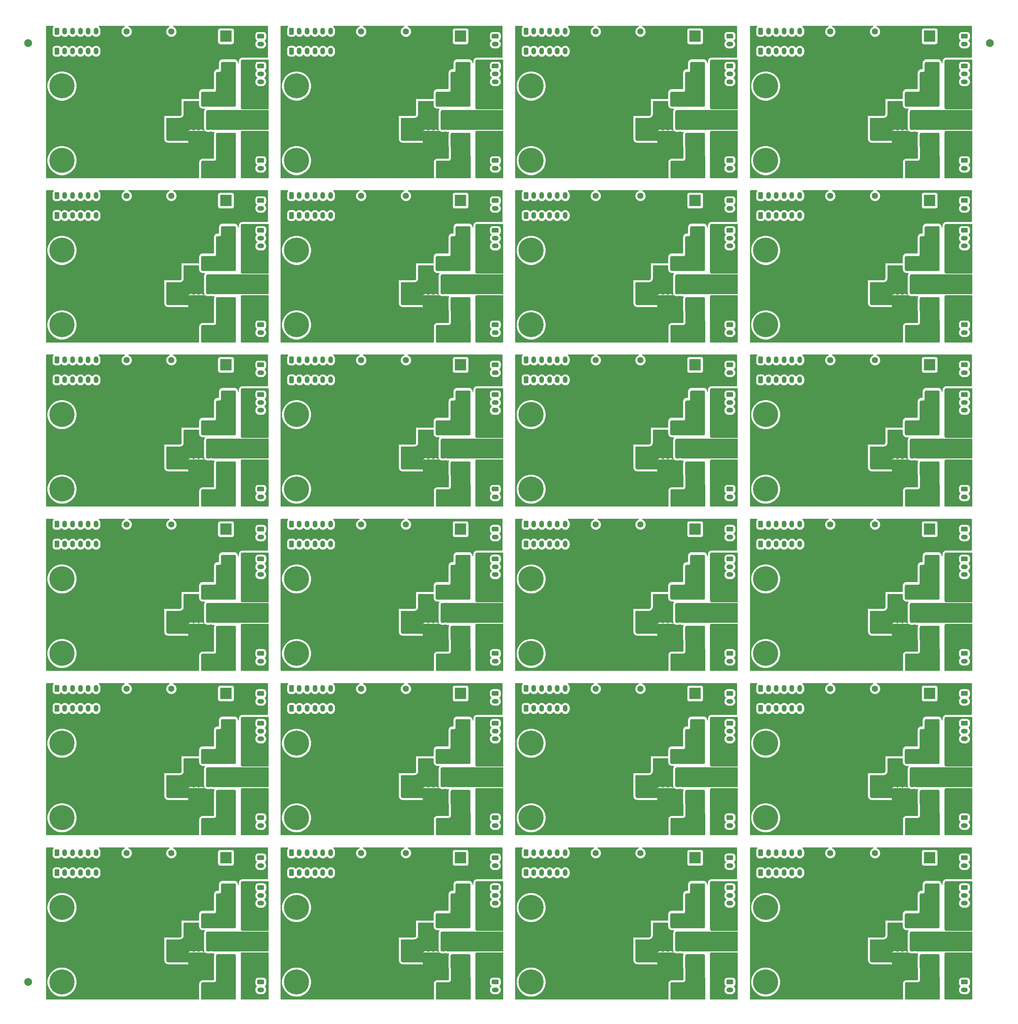
<source format=gbl>
G04 #@! TF.GenerationSoftware,KiCad,Pcbnew,5.1.12-84ad8e8a86~92~ubuntu20.04.1*
G04 #@! TF.CreationDate,2022-01-02T11:27:22+02:00*
G04 #@! TF.ProjectId,panel.opm-inline,70616e65-6c2e-46f7-906d-2d696e6c696e,rev?*
G04 #@! TF.SameCoordinates,Original*
G04 #@! TF.FileFunction,Copper,L4,Bot*
G04 #@! TF.FilePolarity,Positive*
%FSLAX46Y46*%
G04 Gerber Fmt 4.6, Leading zero omitted, Abs format (unit mm)*
G04 Created by KiCad (PCBNEW 5.1.12-84ad8e8a86~92~ubuntu20.04.1) date 2022-01-02 11:27:22*
%MOMM*%
%LPD*%
G01*
G04 APERTURE LIST*
G04 #@! TA.AperFunction,SMDPad,CuDef*
%ADD10C,2.000000*%
G04 #@! TD*
G04 #@! TA.AperFunction,ComponentPad*
%ADD11C,0.800000*%
G04 #@! TD*
G04 #@! TA.AperFunction,ComponentPad*
%ADD12C,6.400000*%
G04 #@! TD*
G04 #@! TA.AperFunction,ComponentPad*
%ADD13O,1.750000X1.200000*%
G04 #@! TD*
G04 #@! TA.AperFunction,ComponentPad*
%ADD14C,1.600000*%
G04 #@! TD*
G04 #@! TA.AperFunction,ComponentPad*
%ADD15O,1.200000X1.750000*%
G04 #@! TD*
G04 #@! TA.AperFunction,ComponentPad*
%ADD16C,3.000000*%
G04 #@! TD*
G04 #@! TA.AperFunction,ComponentPad*
%ADD17R,3.000000X3.000000*%
G04 #@! TD*
G04 #@! TA.AperFunction,ViaPad*
%ADD18C,0.600000*%
G04 #@! TD*
G04 #@! TA.AperFunction,Conductor*
%ADD19C,4.000000*%
G04 #@! TD*
G04 #@! TA.AperFunction,Conductor*
%ADD20C,0.254000*%
G04 #@! TD*
G04 #@! TA.AperFunction,Conductor*
%ADD21C,0.350000*%
G04 #@! TD*
G04 APERTURE END LIST*
D10*
G04 #@! TO.P,REF\u002A\u002A,*
G04 #@! TO.N,*
X17023000Y-274951000D03*
G04 #@! TD*
G04 #@! TO.P,REF\u002A\u002A,*
G04 #@! TO.N,*
X262828000Y-34999000D03*
G04 #@! TD*
G04 #@! TO.P,REF\u002A\u002A,*
G04 #@! TO.N,*
X17023000Y-34999000D03*
G04 #@! TD*
D11*
G04 #@! TO.P,H202,1*
G04 #@! TO.N,Board_23-GND*
X207182070Y-254167968D03*
X205485014Y-253465024D03*
X203787958Y-254167968D03*
X203085014Y-255865024D03*
X203787958Y-257562080D03*
X205485014Y-258265024D03*
X207182070Y-257562080D03*
X207885014Y-255865024D03*
D12*
X205485014Y-255865024D03*
G04 #@! TD*
G04 #@! TO.P,J6,1*
G04 #@! TO.N,Board_23-/ADC_I_u*
G04 #@! TA.AperFunction,ComponentPad*
G36*
G01*
X255660013Y-250185024D02*
X256910015Y-250185024D01*
G75*
G02*
X257160014Y-250435023I0J-249999D01*
G01*
X257160014Y-251135025D01*
G75*
G02*
X256910015Y-251385024I-249999J0D01*
G01*
X255660013Y-251385024D01*
G75*
G02*
X255410014Y-251135025I0J249999D01*
G01*
X255410014Y-250435023D01*
G75*
G02*
X255660013Y-250185024I249999J0D01*
G01*
G37*
G04 #@! TD.AperFunction*
D13*
G04 #@! TO.P,J6,2*
G04 #@! TO.N,Board_23-/ADC_I_v*
X256285014Y-252785024D03*
G04 #@! TO.P,J6,3*
G04 #@! TO.N,Board_23-/ADC_I_w*
X256285014Y-254785024D03*
G04 #@! TD*
G04 #@! TO.P,J5,1*
G04 #@! TO.N,Board_23-Net-(C17-Pad1)*
G04 #@! TA.AperFunction,ComponentPad*
G36*
G01*
X255660013Y-274315024D02*
X256910015Y-274315024D01*
G75*
G02*
X257160014Y-274565023I0J-249999D01*
G01*
X257160014Y-275265025D01*
G75*
G02*
X256910015Y-275515024I-249999J0D01*
G01*
X255660013Y-275515024D01*
G75*
G02*
X255410014Y-275265025I0J249999D01*
G01*
X255410014Y-274565023D01*
G75*
G02*
X255660013Y-274315024I249999J0D01*
G01*
G37*
G04 #@! TD.AperFunction*
G04 #@! TO.P,J5,2*
G04 #@! TO.N,Board_23-GND*
X256285014Y-276915024D03*
G04 #@! TD*
G04 #@! TO.P,J2,1*
G04 #@! TO.N,Board_23-/Connectors/+VCC_IO*
G04 #@! TA.AperFunction,ComponentPad*
G36*
G01*
X255660013Y-242565024D02*
X256910015Y-242565024D01*
G75*
G02*
X257160014Y-242815023I0J-249999D01*
G01*
X257160014Y-243515025D01*
G75*
G02*
X256910015Y-243765024I-249999J0D01*
G01*
X255660013Y-243765024D01*
G75*
G02*
X255410014Y-243515025I0J249999D01*
G01*
X255410014Y-242815023D01*
G75*
G02*
X255660013Y-242565024I249999J0D01*
G01*
G37*
G04 #@! TD.AperFunction*
G04 #@! TO.P,J2,2*
G04 #@! TO.N,Board_23-GND*
X256285014Y-245165024D03*
G04 #@! TD*
D14*
G04 #@! TO.P,C15,1*
G04 #@! TO.N,Board_23-/+VM*
X233425014Y-246975024D03*
G04 #@! TO.P,C15,2*
G04 #@! TO.N,Board_23-GND*
X233425014Y-241975024D03*
G04 #@! TD*
G04 #@! TO.P,C16,1*
G04 #@! TO.N,Board_23-/+VM*
X221995014Y-246975024D03*
G04 #@! TO.P,C16,2*
G04 #@! TO.N,Board_23-GND*
X221995014Y-241975024D03*
G04 #@! TD*
G04 #@! TO.P,J1,1*
G04 #@! TO.N,Board_23-/~CS_DRIVER*
G04 #@! TA.AperFunction,ComponentPad*
G36*
G01*
X203615014Y-247600025D02*
X203615014Y-246350023D01*
G75*
G02*
X203865013Y-246100024I249999J0D01*
G01*
X204565015Y-246100024D01*
G75*
G02*
X204815014Y-246350023I0J-249999D01*
G01*
X204815014Y-247600025D01*
G75*
G02*
X204565015Y-247850024I-249999J0D01*
G01*
X203865013Y-247850024D01*
G75*
G02*
X203615014Y-247600025I0J249999D01*
G01*
G37*
G04 #@! TD.AperFunction*
D15*
G04 #@! TO.P,J1,2*
G04 #@! TO.N,Board_23-/SPI1_SCK*
X206215014Y-246975024D03*
G04 #@! TO.P,J1,3*
G04 #@! TO.N,Board_23-/SPI1_MOSI*
X208215014Y-246975024D03*
G04 #@! TO.P,J1,4*
G04 #@! TO.N,Board_23-/SPI1_MISO*
X210215014Y-246975024D03*
G04 #@! TO.P,J1,5*
G04 #@! TO.N,Board_23-/DRV_EN*
X212215014Y-246975024D03*
G04 #@! TO.P,J1,6*
G04 #@! TO.N,Board_23-/Connectors/FAULT*
X214215014Y-246975024D03*
G04 #@! TD*
G04 #@! TO.P,J3,1*
G04 #@! TO.N,Board_23-/WL*
G04 #@! TA.AperFunction,ComponentPad*
G36*
G01*
X203615014Y-242520025D02*
X203615014Y-241270023D01*
G75*
G02*
X203865013Y-241020024I249999J0D01*
G01*
X204565015Y-241020024D01*
G75*
G02*
X204815014Y-241270023I0J-249999D01*
G01*
X204815014Y-242520025D01*
G75*
G02*
X204565015Y-242770024I-249999J0D01*
G01*
X203865013Y-242770024D01*
G75*
G02*
X203615014Y-242520025I0J249999D01*
G01*
G37*
G04 #@! TD.AperFunction*
G04 #@! TO.P,J3,2*
G04 #@! TO.N,Board_23-/WH*
X206215014Y-241895024D03*
G04 #@! TO.P,J3,3*
G04 #@! TO.N,Board_23-/VL*
X208215014Y-241895024D03*
G04 #@! TO.P,J3,4*
G04 #@! TO.N,Board_23-/VH*
X210215014Y-241895024D03*
G04 #@! TO.P,J3,5*
G04 #@! TO.N,Board_23-/UL*
X212215014Y-241895024D03*
G04 #@! TO.P,J3,6*
G04 #@! TO.N,Board_23-/UH*
X214215014Y-241895024D03*
G04 #@! TD*
D16*
G04 #@! TO.P,U2,2*
G04 #@! TO.N,Board_23-/+VM*
X242315014Y-243165024D03*
D17*
G04 #@! TO.P,U2,1*
G04 #@! TO.N,Board_23-GND*
X247395014Y-243165024D03*
G04 #@! TD*
D16*
G04 #@! TO.P,U3,3*
G04 #@! TO.N,Board_23-/U*
X256285014Y-259675024D03*
G04 #@! TO.P,U3,2*
G04 #@! TO.N,Board_23-/V*
X256285014Y-264755024D03*
D17*
G04 #@! TO.P,U3,1*
G04 #@! TO.N,Board_23-/W*
X256285014Y-269835024D03*
G04 #@! TD*
D12*
G04 #@! TO.P,H201,1*
G04 #@! TO.N,Board_23-GND*
X205485014Y-274915024D03*
D11*
X207885014Y-274915024D03*
X207182070Y-276612080D03*
X205485014Y-277315024D03*
X203787958Y-276612080D03*
X203085014Y-274915024D03*
X203787958Y-273217968D03*
X205485014Y-272515024D03*
X207182070Y-273217968D03*
G04 #@! TD*
G04 #@! TO.P,H202,1*
G04 #@! TO.N,Board_22-GND*
X147232065Y-254167968D03*
X145535009Y-253465024D03*
X143837953Y-254167968D03*
X143135009Y-255865024D03*
X143837953Y-257562080D03*
X145535009Y-258265024D03*
X147232065Y-257562080D03*
X147935009Y-255865024D03*
D12*
X145535009Y-255865024D03*
G04 #@! TD*
G04 #@! TO.P,J6,1*
G04 #@! TO.N,Board_22-/ADC_I_u*
G04 #@! TA.AperFunction,ComponentPad*
G36*
G01*
X195710008Y-250185024D02*
X196960010Y-250185024D01*
G75*
G02*
X197210009Y-250435023I0J-249999D01*
G01*
X197210009Y-251135025D01*
G75*
G02*
X196960010Y-251385024I-249999J0D01*
G01*
X195710008Y-251385024D01*
G75*
G02*
X195460009Y-251135025I0J249999D01*
G01*
X195460009Y-250435023D01*
G75*
G02*
X195710008Y-250185024I249999J0D01*
G01*
G37*
G04 #@! TD.AperFunction*
D13*
G04 #@! TO.P,J6,2*
G04 #@! TO.N,Board_22-/ADC_I_v*
X196335009Y-252785024D03*
G04 #@! TO.P,J6,3*
G04 #@! TO.N,Board_22-/ADC_I_w*
X196335009Y-254785024D03*
G04 #@! TD*
G04 #@! TO.P,J5,1*
G04 #@! TO.N,Board_22-Net-(C17-Pad1)*
G04 #@! TA.AperFunction,ComponentPad*
G36*
G01*
X195710008Y-274315024D02*
X196960010Y-274315024D01*
G75*
G02*
X197210009Y-274565023I0J-249999D01*
G01*
X197210009Y-275265025D01*
G75*
G02*
X196960010Y-275515024I-249999J0D01*
G01*
X195710008Y-275515024D01*
G75*
G02*
X195460009Y-275265025I0J249999D01*
G01*
X195460009Y-274565023D01*
G75*
G02*
X195710008Y-274315024I249999J0D01*
G01*
G37*
G04 #@! TD.AperFunction*
G04 #@! TO.P,J5,2*
G04 #@! TO.N,Board_22-GND*
X196335009Y-276915024D03*
G04 #@! TD*
G04 #@! TO.P,J2,1*
G04 #@! TO.N,Board_22-/Connectors/+VCC_IO*
G04 #@! TA.AperFunction,ComponentPad*
G36*
G01*
X195710008Y-242565024D02*
X196960010Y-242565024D01*
G75*
G02*
X197210009Y-242815023I0J-249999D01*
G01*
X197210009Y-243515025D01*
G75*
G02*
X196960010Y-243765024I-249999J0D01*
G01*
X195710008Y-243765024D01*
G75*
G02*
X195460009Y-243515025I0J249999D01*
G01*
X195460009Y-242815023D01*
G75*
G02*
X195710008Y-242565024I249999J0D01*
G01*
G37*
G04 #@! TD.AperFunction*
G04 #@! TO.P,J2,2*
G04 #@! TO.N,Board_22-GND*
X196335009Y-245165024D03*
G04 #@! TD*
D14*
G04 #@! TO.P,C15,1*
G04 #@! TO.N,Board_22-/+VM*
X173475009Y-246975024D03*
G04 #@! TO.P,C15,2*
G04 #@! TO.N,Board_22-GND*
X173475009Y-241975024D03*
G04 #@! TD*
G04 #@! TO.P,C16,1*
G04 #@! TO.N,Board_22-/+VM*
X162045009Y-246975024D03*
G04 #@! TO.P,C16,2*
G04 #@! TO.N,Board_22-GND*
X162045009Y-241975024D03*
G04 #@! TD*
G04 #@! TO.P,J1,1*
G04 #@! TO.N,Board_22-/~CS_DRIVER*
G04 #@! TA.AperFunction,ComponentPad*
G36*
G01*
X143665009Y-247600025D02*
X143665009Y-246350023D01*
G75*
G02*
X143915008Y-246100024I249999J0D01*
G01*
X144615010Y-246100024D01*
G75*
G02*
X144865009Y-246350023I0J-249999D01*
G01*
X144865009Y-247600025D01*
G75*
G02*
X144615010Y-247850024I-249999J0D01*
G01*
X143915008Y-247850024D01*
G75*
G02*
X143665009Y-247600025I0J249999D01*
G01*
G37*
G04 #@! TD.AperFunction*
D15*
G04 #@! TO.P,J1,2*
G04 #@! TO.N,Board_22-/SPI1_SCK*
X146265009Y-246975024D03*
G04 #@! TO.P,J1,3*
G04 #@! TO.N,Board_22-/SPI1_MOSI*
X148265009Y-246975024D03*
G04 #@! TO.P,J1,4*
G04 #@! TO.N,Board_22-/SPI1_MISO*
X150265009Y-246975024D03*
G04 #@! TO.P,J1,5*
G04 #@! TO.N,Board_22-/DRV_EN*
X152265009Y-246975024D03*
G04 #@! TO.P,J1,6*
G04 #@! TO.N,Board_22-/Connectors/FAULT*
X154265009Y-246975024D03*
G04 #@! TD*
G04 #@! TO.P,J3,1*
G04 #@! TO.N,Board_22-/WL*
G04 #@! TA.AperFunction,ComponentPad*
G36*
G01*
X143665009Y-242520025D02*
X143665009Y-241270023D01*
G75*
G02*
X143915008Y-241020024I249999J0D01*
G01*
X144615010Y-241020024D01*
G75*
G02*
X144865009Y-241270023I0J-249999D01*
G01*
X144865009Y-242520025D01*
G75*
G02*
X144615010Y-242770024I-249999J0D01*
G01*
X143915008Y-242770024D01*
G75*
G02*
X143665009Y-242520025I0J249999D01*
G01*
G37*
G04 #@! TD.AperFunction*
G04 #@! TO.P,J3,2*
G04 #@! TO.N,Board_22-/WH*
X146265009Y-241895024D03*
G04 #@! TO.P,J3,3*
G04 #@! TO.N,Board_22-/VL*
X148265009Y-241895024D03*
G04 #@! TO.P,J3,4*
G04 #@! TO.N,Board_22-/VH*
X150265009Y-241895024D03*
G04 #@! TO.P,J3,5*
G04 #@! TO.N,Board_22-/UL*
X152265009Y-241895024D03*
G04 #@! TO.P,J3,6*
G04 #@! TO.N,Board_22-/UH*
X154265009Y-241895024D03*
G04 #@! TD*
D16*
G04 #@! TO.P,U2,2*
G04 #@! TO.N,Board_22-/+VM*
X182365009Y-243165024D03*
D17*
G04 #@! TO.P,U2,1*
G04 #@! TO.N,Board_22-GND*
X187445009Y-243165024D03*
G04 #@! TD*
D16*
G04 #@! TO.P,U3,3*
G04 #@! TO.N,Board_22-/U*
X196335009Y-259675024D03*
G04 #@! TO.P,U3,2*
G04 #@! TO.N,Board_22-/V*
X196335009Y-264755024D03*
D17*
G04 #@! TO.P,U3,1*
G04 #@! TO.N,Board_22-/W*
X196335009Y-269835024D03*
G04 #@! TD*
D12*
G04 #@! TO.P,H201,1*
G04 #@! TO.N,Board_22-GND*
X145535009Y-274915024D03*
D11*
X147935009Y-274915024D03*
X147232065Y-276612080D03*
X145535009Y-277315024D03*
X143837953Y-276612080D03*
X143135009Y-274915024D03*
X143837953Y-273217968D03*
X145535009Y-272515024D03*
X147232065Y-273217968D03*
G04 #@! TD*
G04 #@! TO.P,H202,1*
G04 #@! TO.N,Board_21-GND*
X87282060Y-254167968D03*
X85585004Y-253465024D03*
X83887948Y-254167968D03*
X83185004Y-255865024D03*
X83887948Y-257562080D03*
X85585004Y-258265024D03*
X87282060Y-257562080D03*
X87985004Y-255865024D03*
D12*
X85585004Y-255865024D03*
G04 #@! TD*
G04 #@! TO.P,J6,1*
G04 #@! TO.N,Board_21-/ADC_I_u*
G04 #@! TA.AperFunction,ComponentPad*
G36*
G01*
X135760003Y-250185024D02*
X137010005Y-250185024D01*
G75*
G02*
X137260004Y-250435023I0J-249999D01*
G01*
X137260004Y-251135025D01*
G75*
G02*
X137010005Y-251385024I-249999J0D01*
G01*
X135760003Y-251385024D01*
G75*
G02*
X135510004Y-251135025I0J249999D01*
G01*
X135510004Y-250435023D01*
G75*
G02*
X135760003Y-250185024I249999J0D01*
G01*
G37*
G04 #@! TD.AperFunction*
D13*
G04 #@! TO.P,J6,2*
G04 #@! TO.N,Board_21-/ADC_I_v*
X136385004Y-252785024D03*
G04 #@! TO.P,J6,3*
G04 #@! TO.N,Board_21-/ADC_I_w*
X136385004Y-254785024D03*
G04 #@! TD*
G04 #@! TO.P,J5,1*
G04 #@! TO.N,Board_21-Net-(C17-Pad1)*
G04 #@! TA.AperFunction,ComponentPad*
G36*
G01*
X135760003Y-274315024D02*
X137010005Y-274315024D01*
G75*
G02*
X137260004Y-274565023I0J-249999D01*
G01*
X137260004Y-275265025D01*
G75*
G02*
X137010005Y-275515024I-249999J0D01*
G01*
X135760003Y-275515024D01*
G75*
G02*
X135510004Y-275265025I0J249999D01*
G01*
X135510004Y-274565023D01*
G75*
G02*
X135760003Y-274315024I249999J0D01*
G01*
G37*
G04 #@! TD.AperFunction*
G04 #@! TO.P,J5,2*
G04 #@! TO.N,Board_21-GND*
X136385004Y-276915024D03*
G04 #@! TD*
G04 #@! TO.P,J2,1*
G04 #@! TO.N,Board_21-/Connectors/+VCC_IO*
G04 #@! TA.AperFunction,ComponentPad*
G36*
G01*
X135760003Y-242565024D02*
X137010005Y-242565024D01*
G75*
G02*
X137260004Y-242815023I0J-249999D01*
G01*
X137260004Y-243515025D01*
G75*
G02*
X137010005Y-243765024I-249999J0D01*
G01*
X135760003Y-243765024D01*
G75*
G02*
X135510004Y-243515025I0J249999D01*
G01*
X135510004Y-242815023D01*
G75*
G02*
X135760003Y-242565024I249999J0D01*
G01*
G37*
G04 #@! TD.AperFunction*
G04 #@! TO.P,J2,2*
G04 #@! TO.N,Board_21-GND*
X136385004Y-245165024D03*
G04 #@! TD*
D14*
G04 #@! TO.P,C15,1*
G04 #@! TO.N,Board_21-/+VM*
X113525004Y-246975024D03*
G04 #@! TO.P,C15,2*
G04 #@! TO.N,Board_21-GND*
X113525004Y-241975024D03*
G04 #@! TD*
G04 #@! TO.P,C16,1*
G04 #@! TO.N,Board_21-/+VM*
X102095004Y-246975024D03*
G04 #@! TO.P,C16,2*
G04 #@! TO.N,Board_21-GND*
X102095004Y-241975024D03*
G04 #@! TD*
G04 #@! TO.P,J1,1*
G04 #@! TO.N,Board_21-/~CS_DRIVER*
G04 #@! TA.AperFunction,ComponentPad*
G36*
G01*
X83715004Y-247600025D02*
X83715004Y-246350023D01*
G75*
G02*
X83965003Y-246100024I249999J0D01*
G01*
X84665005Y-246100024D01*
G75*
G02*
X84915004Y-246350023I0J-249999D01*
G01*
X84915004Y-247600025D01*
G75*
G02*
X84665005Y-247850024I-249999J0D01*
G01*
X83965003Y-247850024D01*
G75*
G02*
X83715004Y-247600025I0J249999D01*
G01*
G37*
G04 #@! TD.AperFunction*
D15*
G04 #@! TO.P,J1,2*
G04 #@! TO.N,Board_21-/SPI1_SCK*
X86315004Y-246975024D03*
G04 #@! TO.P,J1,3*
G04 #@! TO.N,Board_21-/SPI1_MOSI*
X88315004Y-246975024D03*
G04 #@! TO.P,J1,4*
G04 #@! TO.N,Board_21-/SPI1_MISO*
X90315004Y-246975024D03*
G04 #@! TO.P,J1,5*
G04 #@! TO.N,Board_21-/DRV_EN*
X92315004Y-246975024D03*
G04 #@! TO.P,J1,6*
G04 #@! TO.N,Board_21-/Connectors/FAULT*
X94315004Y-246975024D03*
G04 #@! TD*
G04 #@! TO.P,J3,1*
G04 #@! TO.N,Board_21-/WL*
G04 #@! TA.AperFunction,ComponentPad*
G36*
G01*
X83715004Y-242520025D02*
X83715004Y-241270023D01*
G75*
G02*
X83965003Y-241020024I249999J0D01*
G01*
X84665005Y-241020024D01*
G75*
G02*
X84915004Y-241270023I0J-249999D01*
G01*
X84915004Y-242520025D01*
G75*
G02*
X84665005Y-242770024I-249999J0D01*
G01*
X83965003Y-242770024D01*
G75*
G02*
X83715004Y-242520025I0J249999D01*
G01*
G37*
G04 #@! TD.AperFunction*
G04 #@! TO.P,J3,2*
G04 #@! TO.N,Board_21-/WH*
X86315004Y-241895024D03*
G04 #@! TO.P,J3,3*
G04 #@! TO.N,Board_21-/VL*
X88315004Y-241895024D03*
G04 #@! TO.P,J3,4*
G04 #@! TO.N,Board_21-/VH*
X90315004Y-241895024D03*
G04 #@! TO.P,J3,5*
G04 #@! TO.N,Board_21-/UL*
X92315004Y-241895024D03*
G04 #@! TO.P,J3,6*
G04 #@! TO.N,Board_21-/UH*
X94315004Y-241895024D03*
G04 #@! TD*
D16*
G04 #@! TO.P,U2,2*
G04 #@! TO.N,Board_21-/+VM*
X122415004Y-243165024D03*
D17*
G04 #@! TO.P,U2,1*
G04 #@! TO.N,Board_21-GND*
X127495004Y-243165024D03*
G04 #@! TD*
D16*
G04 #@! TO.P,U3,3*
G04 #@! TO.N,Board_21-/U*
X136385004Y-259675024D03*
G04 #@! TO.P,U3,2*
G04 #@! TO.N,Board_21-/V*
X136385004Y-264755024D03*
D17*
G04 #@! TO.P,U3,1*
G04 #@! TO.N,Board_21-/W*
X136385004Y-269835024D03*
G04 #@! TD*
D12*
G04 #@! TO.P,H201,1*
G04 #@! TO.N,Board_21-GND*
X85585004Y-274915024D03*
D11*
X87985004Y-274915024D03*
X87282060Y-276612080D03*
X85585004Y-277315024D03*
X83887948Y-276612080D03*
X83185004Y-274915024D03*
X83887948Y-273217968D03*
X85585004Y-272515024D03*
X87282060Y-273217968D03*
G04 #@! TD*
G04 #@! TO.P,H202,1*
G04 #@! TO.N,Board_20-GND*
X27332055Y-254167968D03*
X25634999Y-253465024D03*
X23937943Y-254167968D03*
X23234999Y-255865024D03*
X23937943Y-257562080D03*
X25634999Y-258265024D03*
X27332055Y-257562080D03*
X28034999Y-255865024D03*
D12*
X25634999Y-255865024D03*
G04 #@! TD*
G04 #@! TO.P,J6,1*
G04 #@! TO.N,Board_20-/ADC_I_u*
G04 #@! TA.AperFunction,ComponentPad*
G36*
G01*
X75809998Y-250185024D02*
X77060000Y-250185024D01*
G75*
G02*
X77309999Y-250435023I0J-249999D01*
G01*
X77309999Y-251135025D01*
G75*
G02*
X77060000Y-251385024I-249999J0D01*
G01*
X75809998Y-251385024D01*
G75*
G02*
X75559999Y-251135025I0J249999D01*
G01*
X75559999Y-250435023D01*
G75*
G02*
X75809998Y-250185024I249999J0D01*
G01*
G37*
G04 #@! TD.AperFunction*
D13*
G04 #@! TO.P,J6,2*
G04 #@! TO.N,Board_20-/ADC_I_v*
X76434999Y-252785024D03*
G04 #@! TO.P,J6,3*
G04 #@! TO.N,Board_20-/ADC_I_w*
X76434999Y-254785024D03*
G04 #@! TD*
G04 #@! TO.P,J5,1*
G04 #@! TO.N,Board_20-Net-(C17-Pad1)*
G04 #@! TA.AperFunction,ComponentPad*
G36*
G01*
X75809998Y-274315024D02*
X77060000Y-274315024D01*
G75*
G02*
X77309999Y-274565023I0J-249999D01*
G01*
X77309999Y-275265025D01*
G75*
G02*
X77060000Y-275515024I-249999J0D01*
G01*
X75809998Y-275515024D01*
G75*
G02*
X75559999Y-275265025I0J249999D01*
G01*
X75559999Y-274565023D01*
G75*
G02*
X75809998Y-274315024I249999J0D01*
G01*
G37*
G04 #@! TD.AperFunction*
G04 #@! TO.P,J5,2*
G04 #@! TO.N,Board_20-GND*
X76434999Y-276915024D03*
G04 #@! TD*
G04 #@! TO.P,J2,1*
G04 #@! TO.N,Board_20-/Connectors/+VCC_IO*
G04 #@! TA.AperFunction,ComponentPad*
G36*
G01*
X75809998Y-242565024D02*
X77060000Y-242565024D01*
G75*
G02*
X77309999Y-242815023I0J-249999D01*
G01*
X77309999Y-243515025D01*
G75*
G02*
X77060000Y-243765024I-249999J0D01*
G01*
X75809998Y-243765024D01*
G75*
G02*
X75559999Y-243515025I0J249999D01*
G01*
X75559999Y-242815023D01*
G75*
G02*
X75809998Y-242565024I249999J0D01*
G01*
G37*
G04 #@! TD.AperFunction*
G04 #@! TO.P,J2,2*
G04 #@! TO.N,Board_20-GND*
X76434999Y-245165024D03*
G04 #@! TD*
D14*
G04 #@! TO.P,C15,1*
G04 #@! TO.N,Board_20-/+VM*
X53574999Y-246975024D03*
G04 #@! TO.P,C15,2*
G04 #@! TO.N,Board_20-GND*
X53574999Y-241975024D03*
G04 #@! TD*
G04 #@! TO.P,C16,1*
G04 #@! TO.N,Board_20-/+VM*
X42144999Y-246975024D03*
G04 #@! TO.P,C16,2*
G04 #@! TO.N,Board_20-GND*
X42144999Y-241975024D03*
G04 #@! TD*
G04 #@! TO.P,J1,1*
G04 #@! TO.N,Board_20-/~CS_DRIVER*
G04 #@! TA.AperFunction,ComponentPad*
G36*
G01*
X23764999Y-247600025D02*
X23764999Y-246350023D01*
G75*
G02*
X24014998Y-246100024I249999J0D01*
G01*
X24715000Y-246100024D01*
G75*
G02*
X24964999Y-246350023I0J-249999D01*
G01*
X24964999Y-247600025D01*
G75*
G02*
X24715000Y-247850024I-249999J0D01*
G01*
X24014998Y-247850024D01*
G75*
G02*
X23764999Y-247600025I0J249999D01*
G01*
G37*
G04 #@! TD.AperFunction*
D15*
G04 #@! TO.P,J1,2*
G04 #@! TO.N,Board_20-/SPI1_SCK*
X26364999Y-246975024D03*
G04 #@! TO.P,J1,3*
G04 #@! TO.N,Board_20-/SPI1_MOSI*
X28364999Y-246975024D03*
G04 #@! TO.P,J1,4*
G04 #@! TO.N,Board_20-/SPI1_MISO*
X30364999Y-246975024D03*
G04 #@! TO.P,J1,5*
G04 #@! TO.N,Board_20-/DRV_EN*
X32364999Y-246975024D03*
G04 #@! TO.P,J1,6*
G04 #@! TO.N,Board_20-/Connectors/FAULT*
X34364999Y-246975024D03*
G04 #@! TD*
G04 #@! TO.P,J3,1*
G04 #@! TO.N,Board_20-/WL*
G04 #@! TA.AperFunction,ComponentPad*
G36*
G01*
X23764999Y-242520025D02*
X23764999Y-241270023D01*
G75*
G02*
X24014998Y-241020024I249999J0D01*
G01*
X24715000Y-241020024D01*
G75*
G02*
X24964999Y-241270023I0J-249999D01*
G01*
X24964999Y-242520025D01*
G75*
G02*
X24715000Y-242770024I-249999J0D01*
G01*
X24014998Y-242770024D01*
G75*
G02*
X23764999Y-242520025I0J249999D01*
G01*
G37*
G04 #@! TD.AperFunction*
G04 #@! TO.P,J3,2*
G04 #@! TO.N,Board_20-/WH*
X26364999Y-241895024D03*
G04 #@! TO.P,J3,3*
G04 #@! TO.N,Board_20-/VL*
X28364999Y-241895024D03*
G04 #@! TO.P,J3,4*
G04 #@! TO.N,Board_20-/VH*
X30364999Y-241895024D03*
G04 #@! TO.P,J3,5*
G04 #@! TO.N,Board_20-/UL*
X32364999Y-241895024D03*
G04 #@! TO.P,J3,6*
G04 #@! TO.N,Board_20-/UH*
X34364999Y-241895024D03*
G04 #@! TD*
D16*
G04 #@! TO.P,U2,2*
G04 #@! TO.N,Board_20-/+VM*
X62464999Y-243165024D03*
D17*
G04 #@! TO.P,U2,1*
G04 #@! TO.N,Board_20-GND*
X67544999Y-243165024D03*
G04 #@! TD*
D16*
G04 #@! TO.P,U3,3*
G04 #@! TO.N,Board_20-/U*
X76434999Y-259675024D03*
G04 #@! TO.P,U3,2*
G04 #@! TO.N,Board_20-/V*
X76434999Y-264755024D03*
D17*
G04 #@! TO.P,U3,1*
G04 #@! TO.N,Board_20-/W*
X76434999Y-269835024D03*
G04 #@! TD*
D12*
G04 #@! TO.P,H201,1*
G04 #@! TO.N,Board_20-GND*
X25634999Y-274915024D03*
D11*
X28034999Y-274915024D03*
X27332055Y-276612080D03*
X25634999Y-277315024D03*
X23937943Y-276612080D03*
X23234999Y-274915024D03*
X23937943Y-273217968D03*
X25634999Y-272515024D03*
X27332055Y-273217968D03*
G04 #@! TD*
G04 #@! TO.P,H202,1*
G04 #@! TO.N,Board_19-GND*
X207182070Y-212177963D03*
X205485014Y-211475019D03*
X203787958Y-212177963D03*
X203085014Y-213875019D03*
X203787958Y-215572075D03*
X205485014Y-216275019D03*
X207182070Y-215572075D03*
X207885014Y-213875019D03*
D12*
X205485014Y-213875019D03*
G04 #@! TD*
G04 #@! TO.P,J6,1*
G04 #@! TO.N,Board_19-/ADC_I_u*
G04 #@! TA.AperFunction,ComponentPad*
G36*
G01*
X255660013Y-208195019D02*
X256910015Y-208195019D01*
G75*
G02*
X257160014Y-208445018I0J-249999D01*
G01*
X257160014Y-209145020D01*
G75*
G02*
X256910015Y-209395019I-249999J0D01*
G01*
X255660013Y-209395019D01*
G75*
G02*
X255410014Y-209145020I0J249999D01*
G01*
X255410014Y-208445018D01*
G75*
G02*
X255660013Y-208195019I249999J0D01*
G01*
G37*
G04 #@! TD.AperFunction*
D13*
G04 #@! TO.P,J6,2*
G04 #@! TO.N,Board_19-/ADC_I_v*
X256285014Y-210795019D03*
G04 #@! TO.P,J6,3*
G04 #@! TO.N,Board_19-/ADC_I_w*
X256285014Y-212795019D03*
G04 #@! TD*
G04 #@! TO.P,J5,1*
G04 #@! TO.N,Board_19-Net-(C17-Pad1)*
G04 #@! TA.AperFunction,ComponentPad*
G36*
G01*
X255660013Y-232325019D02*
X256910015Y-232325019D01*
G75*
G02*
X257160014Y-232575018I0J-249999D01*
G01*
X257160014Y-233275020D01*
G75*
G02*
X256910015Y-233525019I-249999J0D01*
G01*
X255660013Y-233525019D01*
G75*
G02*
X255410014Y-233275020I0J249999D01*
G01*
X255410014Y-232575018D01*
G75*
G02*
X255660013Y-232325019I249999J0D01*
G01*
G37*
G04 #@! TD.AperFunction*
G04 #@! TO.P,J5,2*
G04 #@! TO.N,Board_19-GND*
X256285014Y-234925019D03*
G04 #@! TD*
G04 #@! TO.P,J2,1*
G04 #@! TO.N,Board_19-/Connectors/+VCC_IO*
G04 #@! TA.AperFunction,ComponentPad*
G36*
G01*
X255660013Y-200575019D02*
X256910015Y-200575019D01*
G75*
G02*
X257160014Y-200825018I0J-249999D01*
G01*
X257160014Y-201525020D01*
G75*
G02*
X256910015Y-201775019I-249999J0D01*
G01*
X255660013Y-201775019D01*
G75*
G02*
X255410014Y-201525020I0J249999D01*
G01*
X255410014Y-200825018D01*
G75*
G02*
X255660013Y-200575019I249999J0D01*
G01*
G37*
G04 #@! TD.AperFunction*
G04 #@! TO.P,J2,2*
G04 #@! TO.N,Board_19-GND*
X256285014Y-203175019D03*
G04 #@! TD*
D14*
G04 #@! TO.P,C15,1*
G04 #@! TO.N,Board_19-/+VM*
X233425014Y-204985019D03*
G04 #@! TO.P,C15,2*
G04 #@! TO.N,Board_19-GND*
X233425014Y-199985019D03*
G04 #@! TD*
G04 #@! TO.P,C16,1*
G04 #@! TO.N,Board_19-/+VM*
X221995014Y-204985019D03*
G04 #@! TO.P,C16,2*
G04 #@! TO.N,Board_19-GND*
X221995014Y-199985019D03*
G04 #@! TD*
G04 #@! TO.P,J1,1*
G04 #@! TO.N,Board_19-/~CS_DRIVER*
G04 #@! TA.AperFunction,ComponentPad*
G36*
G01*
X203615014Y-205610020D02*
X203615014Y-204360018D01*
G75*
G02*
X203865013Y-204110019I249999J0D01*
G01*
X204565015Y-204110019D01*
G75*
G02*
X204815014Y-204360018I0J-249999D01*
G01*
X204815014Y-205610020D01*
G75*
G02*
X204565015Y-205860019I-249999J0D01*
G01*
X203865013Y-205860019D01*
G75*
G02*
X203615014Y-205610020I0J249999D01*
G01*
G37*
G04 #@! TD.AperFunction*
D15*
G04 #@! TO.P,J1,2*
G04 #@! TO.N,Board_19-/SPI1_SCK*
X206215014Y-204985019D03*
G04 #@! TO.P,J1,3*
G04 #@! TO.N,Board_19-/SPI1_MOSI*
X208215014Y-204985019D03*
G04 #@! TO.P,J1,4*
G04 #@! TO.N,Board_19-/SPI1_MISO*
X210215014Y-204985019D03*
G04 #@! TO.P,J1,5*
G04 #@! TO.N,Board_19-/DRV_EN*
X212215014Y-204985019D03*
G04 #@! TO.P,J1,6*
G04 #@! TO.N,Board_19-/Connectors/FAULT*
X214215014Y-204985019D03*
G04 #@! TD*
G04 #@! TO.P,J3,1*
G04 #@! TO.N,Board_19-/WL*
G04 #@! TA.AperFunction,ComponentPad*
G36*
G01*
X203615014Y-200530020D02*
X203615014Y-199280018D01*
G75*
G02*
X203865013Y-199030019I249999J0D01*
G01*
X204565015Y-199030019D01*
G75*
G02*
X204815014Y-199280018I0J-249999D01*
G01*
X204815014Y-200530020D01*
G75*
G02*
X204565015Y-200780019I-249999J0D01*
G01*
X203865013Y-200780019D01*
G75*
G02*
X203615014Y-200530020I0J249999D01*
G01*
G37*
G04 #@! TD.AperFunction*
G04 #@! TO.P,J3,2*
G04 #@! TO.N,Board_19-/WH*
X206215014Y-199905019D03*
G04 #@! TO.P,J3,3*
G04 #@! TO.N,Board_19-/VL*
X208215014Y-199905019D03*
G04 #@! TO.P,J3,4*
G04 #@! TO.N,Board_19-/VH*
X210215014Y-199905019D03*
G04 #@! TO.P,J3,5*
G04 #@! TO.N,Board_19-/UL*
X212215014Y-199905019D03*
G04 #@! TO.P,J3,6*
G04 #@! TO.N,Board_19-/UH*
X214215014Y-199905019D03*
G04 #@! TD*
D16*
G04 #@! TO.P,U2,2*
G04 #@! TO.N,Board_19-/+VM*
X242315014Y-201175019D03*
D17*
G04 #@! TO.P,U2,1*
G04 #@! TO.N,Board_19-GND*
X247395014Y-201175019D03*
G04 #@! TD*
D16*
G04 #@! TO.P,U3,3*
G04 #@! TO.N,Board_19-/U*
X256285014Y-217685019D03*
G04 #@! TO.P,U3,2*
G04 #@! TO.N,Board_19-/V*
X256285014Y-222765019D03*
D17*
G04 #@! TO.P,U3,1*
G04 #@! TO.N,Board_19-/W*
X256285014Y-227845019D03*
G04 #@! TD*
D12*
G04 #@! TO.P,H201,1*
G04 #@! TO.N,Board_19-GND*
X205485014Y-232925019D03*
D11*
X207885014Y-232925019D03*
X207182070Y-234622075D03*
X205485014Y-235325019D03*
X203787958Y-234622075D03*
X203085014Y-232925019D03*
X203787958Y-231227963D03*
X205485014Y-230525019D03*
X207182070Y-231227963D03*
G04 #@! TD*
G04 #@! TO.P,H202,1*
G04 #@! TO.N,Board_18-GND*
X147232065Y-212177963D03*
X145535009Y-211475019D03*
X143837953Y-212177963D03*
X143135009Y-213875019D03*
X143837953Y-215572075D03*
X145535009Y-216275019D03*
X147232065Y-215572075D03*
X147935009Y-213875019D03*
D12*
X145535009Y-213875019D03*
G04 #@! TD*
G04 #@! TO.P,J6,1*
G04 #@! TO.N,Board_18-/ADC_I_u*
G04 #@! TA.AperFunction,ComponentPad*
G36*
G01*
X195710008Y-208195019D02*
X196960010Y-208195019D01*
G75*
G02*
X197210009Y-208445018I0J-249999D01*
G01*
X197210009Y-209145020D01*
G75*
G02*
X196960010Y-209395019I-249999J0D01*
G01*
X195710008Y-209395019D01*
G75*
G02*
X195460009Y-209145020I0J249999D01*
G01*
X195460009Y-208445018D01*
G75*
G02*
X195710008Y-208195019I249999J0D01*
G01*
G37*
G04 #@! TD.AperFunction*
D13*
G04 #@! TO.P,J6,2*
G04 #@! TO.N,Board_18-/ADC_I_v*
X196335009Y-210795019D03*
G04 #@! TO.P,J6,3*
G04 #@! TO.N,Board_18-/ADC_I_w*
X196335009Y-212795019D03*
G04 #@! TD*
G04 #@! TO.P,J5,1*
G04 #@! TO.N,Board_18-Net-(C17-Pad1)*
G04 #@! TA.AperFunction,ComponentPad*
G36*
G01*
X195710008Y-232325019D02*
X196960010Y-232325019D01*
G75*
G02*
X197210009Y-232575018I0J-249999D01*
G01*
X197210009Y-233275020D01*
G75*
G02*
X196960010Y-233525019I-249999J0D01*
G01*
X195710008Y-233525019D01*
G75*
G02*
X195460009Y-233275020I0J249999D01*
G01*
X195460009Y-232575018D01*
G75*
G02*
X195710008Y-232325019I249999J0D01*
G01*
G37*
G04 #@! TD.AperFunction*
G04 #@! TO.P,J5,2*
G04 #@! TO.N,Board_18-GND*
X196335009Y-234925019D03*
G04 #@! TD*
G04 #@! TO.P,J2,1*
G04 #@! TO.N,Board_18-/Connectors/+VCC_IO*
G04 #@! TA.AperFunction,ComponentPad*
G36*
G01*
X195710008Y-200575019D02*
X196960010Y-200575019D01*
G75*
G02*
X197210009Y-200825018I0J-249999D01*
G01*
X197210009Y-201525020D01*
G75*
G02*
X196960010Y-201775019I-249999J0D01*
G01*
X195710008Y-201775019D01*
G75*
G02*
X195460009Y-201525020I0J249999D01*
G01*
X195460009Y-200825018D01*
G75*
G02*
X195710008Y-200575019I249999J0D01*
G01*
G37*
G04 #@! TD.AperFunction*
G04 #@! TO.P,J2,2*
G04 #@! TO.N,Board_18-GND*
X196335009Y-203175019D03*
G04 #@! TD*
D14*
G04 #@! TO.P,C15,1*
G04 #@! TO.N,Board_18-/+VM*
X173475009Y-204985019D03*
G04 #@! TO.P,C15,2*
G04 #@! TO.N,Board_18-GND*
X173475009Y-199985019D03*
G04 #@! TD*
G04 #@! TO.P,C16,1*
G04 #@! TO.N,Board_18-/+VM*
X162045009Y-204985019D03*
G04 #@! TO.P,C16,2*
G04 #@! TO.N,Board_18-GND*
X162045009Y-199985019D03*
G04 #@! TD*
G04 #@! TO.P,J1,1*
G04 #@! TO.N,Board_18-/~CS_DRIVER*
G04 #@! TA.AperFunction,ComponentPad*
G36*
G01*
X143665009Y-205610020D02*
X143665009Y-204360018D01*
G75*
G02*
X143915008Y-204110019I249999J0D01*
G01*
X144615010Y-204110019D01*
G75*
G02*
X144865009Y-204360018I0J-249999D01*
G01*
X144865009Y-205610020D01*
G75*
G02*
X144615010Y-205860019I-249999J0D01*
G01*
X143915008Y-205860019D01*
G75*
G02*
X143665009Y-205610020I0J249999D01*
G01*
G37*
G04 #@! TD.AperFunction*
D15*
G04 #@! TO.P,J1,2*
G04 #@! TO.N,Board_18-/SPI1_SCK*
X146265009Y-204985019D03*
G04 #@! TO.P,J1,3*
G04 #@! TO.N,Board_18-/SPI1_MOSI*
X148265009Y-204985019D03*
G04 #@! TO.P,J1,4*
G04 #@! TO.N,Board_18-/SPI1_MISO*
X150265009Y-204985019D03*
G04 #@! TO.P,J1,5*
G04 #@! TO.N,Board_18-/DRV_EN*
X152265009Y-204985019D03*
G04 #@! TO.P,J1,6*
G04 #@! TO.N,Board_18-/Connectors/FAULT*
X154265009Y-204985019D03*
G04 #@! TD*
G04 #@! TO.P,J3,1*
G04 #@! TO.N,Board_18-/WL*
G04 #@! TA.AperFunction,ComponentPad*
G36*
G01*
X143665009Y-200530020D02*
X143665009Y-199280018D01*
G75*
G02*
X143915008Y-199030019I249999J0D01*
G01*
X144615010Y-199030019D01*
G75*
G02*
X144865009Y-199280018I0J-249999D01*
G01*
X144865009Y-200530020D01*
G75*
G02*
X144615010Y-200780019I-249999J0D01*
G01*
X143915008Y-200780019D01*
G75*
G02*
X143665009Y-200530020I0J249999D01*
G01*
G37*
G04 #@! TD.AperFunction*
G04 #@! TO.P,J3,2*
G04 #@! TO.N,Board_18-/WH*
X146265009Y-199905019D03*
G04 #@! TO.P,J3,3*
G04 #@! TO.N,Board_18-/VL*
X148265009Y-199905019D03*
G04 #@! TO.P,J3,4*
G04 #@! TO.N,Board_18-/VH*
X150265009Y-199905019D03*
G04 #@! TO.P,J3,5*
G04 #@! TO.N,Board_18-/UL*
X152265009Y-199905019D03*
G04 #@! TO.P,J3,6*
G04 #@! TO.N,Board_18-/UH*
X154265009Y-199905019D03*
G04 #@! TD*
D16*
G04 #@! TO.P,U2,2*
G04 #@! TO.N,Board_18-/+VM*
X182365009Y-201175019D03*
D17*
G04 #@! TO.P,U2,1*
G04 #@! TO.N,Board_18-GND*
X187445009Y-201175019D03*
G04 #@! TD*
D16*
G04 #@! TO.P,U3,3*
G04 #@! TO.N,Board_18-/U*
X196335009Y-217685019D03*
G04 #@! TO.P,U3,2*
G04 #@! TO.N,Board_18-/V*
X196335009Y-222765019D03*
D17*
G04 #@! TO.P,U3,1*
G04 #@! TO.N,Board_18-/W*
X196335009Y-227845019D03*
G04 #@! TD*
D12*
G04 #@! TO.P,H201,1*
G04 #@! TO.N,Board_18-GND*
X145535009Y-232925019D03*
D11*
X147935009Y-232925019D03*
X147232065Y-234622075D03*
X145535009Y-235325019D03*
X143837953Y-234622075D03*
X143135009Y-232925019D03*
X143837953Y-231227963D03*
X145535009Y-230525019D03*
X147232065Y-231227963D03*
G04 #@! TD*
G04 #@! TO.P,H202,1*
G04 #@! TO.N,Board_17-GND*
X87282060Y-212177963D03*
X85585004Y-211475019D03*
X83887948Y-212177963D03*
X83185004Y-213875019D03*
X83887948Y-215572075D03*
X85585004Y-216275019D03*
X87282060Y-215572075D03*
X87985004Y-213875019D03*
D12*
X85585004Y-213875019D03*
G04 #@! TD*
G04 #@! TO.P,J6,1*
G04 #@! TO.N,Board_17-/ADC_I_u*
G04 #@! TA.AperFunction,ComponentPad*
G36*
G01*
X135760003Y-208195019D02*
X137010005Y-208195019D01*
G75*
G02*
X137260004Y-208445018I0J-249999D01*
G01*
X137260004Y-209145020D01*
G75*
G02*
X137010005Y-209395019I-249999J0D01*
G01*
X135760003Y-209395019D01*
G75*
G02*
X135510004Y-209145020I0J249999D01*
G01*
X135510004Y-208445018D01*
G75*
G02*
X135760003Y-208195019I249999J0D01*
G01*
G37*
G04 #@! TD.AperFunction*
D13*
G04 #@! TO.P,J6,2*
G04 #@! TO.N,Board_17-/ADC_I_v*
X136385004Y-210795019D03*
G04 #@! TO.P,J6,3*
G04 #@! TO.N,Board_17-/ADC_I_w*
X136385004Y-212795019D03*
G04 #@! TD*
G04 #@! TO.P,J5,1*
G04 #@! TO.N,Board_17-Net-(C17-Pad1)*
G04 #@! TA.AperFunction,ComponentPad*
G36*
G01*
X135760003Y-232325019D02*
X137010005Y-232325019D01*
G75*
G02*
X137260004Y-232575018I0J-249999D01*
G01*
X137260004Y-233275020D01*
G75*
G02*
X137010005Y-233525019I-249999J0D01*
G01*
X135760003Y-233525019D01*
G75*
G02*
X135510004Y-233275020I0J249999D01*
G01*
X135510004Y-232575018D01*
G75*
G02*
X135760003Y-232325019I249999J0D01*
G01*
G37*
G04 #@! TD.AperFunction*
G04 #@! TO.P,J5,2*
G04 #@! TO.N,Board_17-GND*
X136385004Y-234925019D03*
G04 #@! TD*
G04 #@! TO.P,J2,1*
G04 #@! TO.N,Board_17-/Connectors/+VCC_IO*
G04 #@! TA.AperFunction,ComponentPad*
G36*
G01*
X135760003Y-200575019D02*
X137010005Y-200575019D01*
G75*
G02*
X137260004Y-200825018I0J-249999D01*
G01*
X137260004Y-201525020D01*
G75*
G02*
X137010005Y-201775019I-249999J0D01*
G01*
X135760003Y-201775019D01*
G75*
G02*
X135510004Y-201525020I0J249999D01*
G01*
X135510004Y-200825018D01*
G75*
G02*
X135760003Y-200575019I249999J0D01*
G01*
G37*
G04 #@! TD.AperFunction*
G04 #@! TO.P,J2,2*
G04 #@! TO.N,Board_17-GND*
X136385004Y-203175019D03*
G04 #@! TD*
D14*
G04 #@! TO.P,C15,1*
G04 #@! TO.N,Board_17-/+VM*
X113525004Y-204985019D03*
G04 #@! TO.P,C15,2*
G04 #@! TO.N,Board_17-GND*
X113525004Y-199985019D03*
G04 #@! TD*
G04 #@! TO.P,C16,1*
G04 #@! TO.N,Board_17-/+VM*
X102095004Y-204985019D03*
G04 #@! TO.P,C16,2*
G04 #@! TO.N,Board_17-GND*
X102095004Y-199985019D03*
G04 #@! TD*
G04 #@! TO.P,J1,1*
G04 #@! TO.N,Board_17-/~CS_DRIVER*
G04 #@! TA.AperFunction,ComponentPad*
G36*
G01*
X83715004Y-205610020D02*
X83715004Y-204360018D01*
G75*
G02*
X83965003Y-204110019I249999J0D01*
G01*
X84665005Y-204110019D01*
G75*
G02*
X84915004Y-204360018I0J-249999D01*
G01*
X84915004Y-205610020D01*
G75*
G02*
X84665005Y-205860019I-249999J0D01*
G01*
X83965003Y-205860019D01*
G75*
G02*
X83715004Y-205610020I0J249999D01*
G01*
G37*
G04 #@! TD.AperFunction*
D15*
G04 #@! TO.P,J1,2*
G04 #@! TO.N,Board_17-/SPI1_SCK*
X86315004Y-204985019D03*
G04 #@! TO.P,J1,3*
G04 #@! TO.N,Board_17-/SPI1_MOSI*
X88315004Y-204985019D03*
G04 #@! TO.P,J1,4*
G04 #@! TO.N,Board_17-/SPI1_MISO*
X90315004Y-204985019D03*
G04 #@! TO.P,J1,5*
G04 #@! TO.N,Board_17-/DRV_EN*
X92315004Y-204985019D03*
G04 #@! TO.P,J1,6*
G04 #@! TO.N,Board_17-/Connectors/FAULT*
X94315004Y-204985019D03*
G04 #@! TD*
G04 #@! TO.P,J3,1*
G04 #@! TO.N,Board_17-/WL*
G04 #@! TA.AperFunction,ComponentPad*
G36*
G01*
X83715004Y-200530020D02*
X83715004Y-199280018D01*
G75*
G02*
X83965003Y-199030019I249999J0D01*
G01*
X84665005Y-199030019D01*
G75*
G02*
X84915004Y-199280018I0J-249999D01*
G01*
X84915004Y-200530020D01*
G75*
G02*
X84665005Y-200780019I-249999J0D01*
G01*
X83965003Y-200780019D01*
G75*
G02*
X83715004Y-200530020I0J249999D01*
G01*
G37*
G04 #@! TD.AperFunction*
G04 #@! TO.P,J3,2*
G04 #@! TO.N,Board_17-/WH*
X86315004Y-199905019D03*
G04 #@! TO.P,J3,3*
G04 #@! TO.N,Board_17-/VL*
X88315004Y-199905019D03*
G04 #@! TO.P,J3,4*
G04 #@! TO.N,Board_17-/VH*
X90315004Y-199905019D03*
G04 #@! TO.P,J3,5*
G04 #@! TO.N,Board_17-/UL*
X92315004Y-199905019D03*
G04 #@! TO.P,J3,6*
G04 #@! TO.N,Board_17-/UH*
X94315004Y-199905019D03*
G04 #@! TD*
D16*
G04 #@! TO.P,U2,2*
G04 #@! TO.N,Board_17-/+VM*
X122415004Y-201175019D03*
D17*
G04 #@! TO.P,U2,1*
G04 #@! TO.N,Board_17-GND*
X127495004Y-201175019D03*
G04 #@! TD*
D16*
G04 #@! TO.P,U3,3*
G04 #@! TO.N,Board_17-/U*
X136385004Y-217685019D03*
G04 #@! TO.P,U3,2*
G04 #@! TO.N,Board_17-/V*
X136385004Y-222765019D03*
D17*
G04 #@! TO.P,U3,1*
G04 #@! TO.N,Board_17-/W*
X136385004Y-227845019D03*
G04 #@! TD*
D12*
G04 #@! TO.P,H201,1*
G04 #@! TO.N,Board_17-GND*
X85585004Y-232925019D03*
D11*
X87985004Y-232925019D03*
X87282060Y-234622075D03*
X85585004Y-235325019D03*
X83887948Y-234622075D03*
X83185004Y-232925019D03*
X83887948Y-231227963D03*
X85585004Y-230525019D03*
X87282060Y-231227963D03*
G04 #@! TD*
G04 #@! TO.P,H202,1*
G04 #@! TO.N,Board_16-GND*
X27332055Y-212177963D03*
X25634999Y-211475019D03*
X23937943Y-212177963D03*
X23234999Y-213875019D03*
X23937943Y-215572075D03*
X25634999Y-216275019D03*
X27332055Y-215572075D03*
X28034999Y-213875019D03*
D12*
X25634999Y-213875019D03*
G04 #@! TD*
G04 #@! TO.P,J6,1*
G04 #@! TO.N,Board_16-/ADC_I_u*
G04 #@! TA.AperFunction,ComponentPad*
G36*
G01*
X75809998Y-208195019D02*
X77060000Y-208195019D01*
G75*
G02*
X77309999Y-208445018I0J-249999D01*
G01*
X77309999Y-209145020D01*
G75*
G02*
X77060000Y-209395019I-249999J0D01*
G01*
X75809998Y-209395019D01*
G75*
G02*
X75559999Y-209145020I0J249999D01*
G01*
X75559999Y-208445018D01*
G75*
G02*
X75809998Y-208195019I249999J0D01*
G01*
G37*
G04 #@! TD.AperFunction*
D13*
G04 #@! TO.P,J6,2*
G04 #@! TO.N,Board_16-/ADC_I_v*
X76434999Y-210795019D03*
G04 #@! TO.P,J6,3*
G04 #@! TO.N,Board_16-/ADC_I_w*
X76434999Y-212795019D03*
G04 #@! TD*
G04 #@! TO.P,J5,1*
G04 #@! TO.N,Board_16-Net-(C17-Pad1)*
G04 #@! TA.AperFunction,ComponentPad*
G36*
G01*
X75809998Y-232325019D02*
X77060000Y-232325019D01*
G75*
G02*
X77309999Y-232575018I0J-249999D01*
G01*
X77309999Y-233275020D01*
G75*
G02*
X77060000Y-233525019I-249999J0D01*
G01*
X75809998Y-233525019D01*
G75*
G02*
X75559999Y-233275020I0J249999D01*
G01*
X75559999Y-232575018D01*
G75*
G02*
X75809998Y-232325019I249999J0D01*
G01*
G37*
G04 #@! TD.AperFunction*
G04 #@! TO.P,J5,2*
G04 #@! TO.N,Board_16-GND*
X76434999Y-234925019D03*
G04 #@! TD*
G04 #@! TO.P,J2,1*
G04 #@! TO.N,Board_16-/Connectors/+VCC_IO*
G04 #@! TA.AperFunction,ComponentPad*
G36*
G01*
X75809998Y-200575019D02*
X77060000Y-200575019D01*
G75*
G02*
X77309999Y-200825018I0J-249999D01*
G01*
X77309999Y-201525020D01*
G75*
G02*
X77060000Y-201775019I-249999J0D01*
G01*
X75809998Y-201775019D01*
G75*
G02*
X75559999Y-201525020I0J249999D01*
G01*
X75559999Y-200825018D01*
G75*
G02*
X75809998Y-200575019I249999J0D01*
G01*
G37*
G04 #@! TD.AperFunction*
G04 #@! TO.P,J2,2*
G04 #@! TO.N,Board_16-GND*
X76434999Y-203175019D03*
G04 #@! TD*
D14*
G04 #@! TO.P,C15,1*
G04 #@! TO.N,Board_16-/+VM*
X53574999Y-204985019D03*
G04 #@! TO.P,C15,2*
G04 #@! TO.N,Board_16-GND*
X53574999Y-199985019D03*
G04 #@! TD*
G04 #@! TO.P,C16,1*
G04 #@! TO.N,Board_16-/+VM*
X42144999Y-204985019D03*
G04 #@! TO.P,C16,2*
G04 #@! TO.N,Board_16-GND*
X42144999Y-199985019D03*
G04 #@! TD*
G04 #@! TO.P,J1,1*
G04 #@! TO.N,Board_16-/~CS_DRIVER*
G04 #@! TA.AperFunction,ComponentPad*
G36*
G01*
X23764999Y-205610020D02*
X23764999Y-204360018D01*
G75*
G02*
X24014998Y-204110019I249999J0D01*
G01*
X24715000Y-204110019D01*
G75*
G02*
X24964999Y-204360018I0J-249999D01*
G01*
X24964999Y-205610020D01*
G75*
G02*
X24715000Y-205860019I-249999J0D01*
G01*
X24014998Y-205860019D01*
G75*
G02*
X23764999Y-205610020I0J249999D01*
G01*
G37*
G04 #@! TD.AperFunction*
D15*
G04 #@! TO.P,J1,2*
G04 #@! TO.N,Board_16-/SPI1_SCK*
X26364999Y-204985019D03*
G04 #@! TO.P,J1,3*
G04 #@! TO.N,Board_16-/SPI1_MOSI*
X28364999Y-204985019D03*
G04 #@! TO.P,J1,4*
G04 #@! TO.N,Board_16-/SPI1_MISO*
X30364999Y-204985019D03*
G04 #@! TO.P,J1,5*
G04 #@! TO.N,Board_16-/DRV_EN*
X32364999Y-204985019D03*
G04 #@! TO.P,J1,6*
G04 #@! TO.N,Board_16-/Connectors/FAULT*
X34364999Y-204985019D03*
G04 #@! TD*
G04 #@! TO.P,J3,1*
G04 #@! TO.N,Board_16-/WL*
G04 #@! TA.AperFunction,ComponentPad*
G36*
G01*
X23764999Y-200530020D02*
X23764999Y-199280018D01*
G75*
G02*
X24014998Y-199030019I249999J0D01*
G01*
X24715000Y-199030019D01*
G75*
G02*
X24964999Y-199280018I0J-249999D01*
G01*
X24964999Y-200530020D01*
G75*
G02*
X24715000Y-200780019I-249999J0D01*
G01*
X24014998Y-200780019D01*
G75*
G02*
X23764999Y-200530020I0J249999D01*
G01*
G37*
G04 #@! TD.AperFunction*
G04 #@! TO.P,J3,2*
G04 #@! TO.N,Board_16-/WH*
X26364999Y-199905019D03*
G04 #@! TO.P,J3,3*
G04 #@! TO.N,Board_16-/VL*
X28364999Y-199905019D03*
G04 #@! TO.P,J3,4*
G04 #@! TO.N,Board_16-/VH*
X30364999Y-199905019D03*
G04 #@! TO.P,J3,5*
G04 #@! TO.N,Board_16-/UL*
X32364999Y-199905019D03*
G04 #@! TO.P,J3,6*
G04 #@! TO.N,Board_16-/UH*
X34364999Y-199905019D03*
G04 #@! TD*
D16*
G04 #@! TO.P,U2,2*
G04 #@! TO.N,Board_16-/+VM*
X62464999Y-201175019D03*
D17*
G04 #@! TO.P,U2,1*
G04 #@! TO.N,Board_16-GND*
X67544999Y-201175019D03*
G04 #@! TD*
D16*
G04 #@! TO.P,U3,3*
G04 #@! TO.N,Board_16-/U*
X76434999Y-217685019D03*
G04 #@! TO.P,U3,2*
G04 #@! TO.N,Board_16-/V*
X76434999Y-222765019D03*
D17*
G04 #@! TO.P,U3,1*
G04 #@! TO.N,Board_16-/W*
X76434999Y-227845019D03*
G04 #@! TD*
D12*
G04 #@! TO.P,H201,1*
G04 #@! TO.N,Board_16-GND*
X25634999Y-232925019D03*
D11*
X28034999Y-232925019D03*
X27332055Y-234622075D03*
X25634999Y-235325019D03*
X23937943Y-234622075D03*
X23234999Y-232925019D03*
X23937943Y-231227963D03*
X25634999Y-230525019D03*
X27332055Y-231227963D03*
G04 #@! TD*
G04 #@! TO.P,H202,1*
G04 #@! TO.N,Board_15-GND*
X207182070Y-170187958D03*
X205485014Y-169485014D03*
X203787958Y-170187958D03*
X203085014Y-171885014D03*
X203787958Y-173582070D03*
X205485014Y-174285014D03*
X207182070Y-173582070D03*
X207885014Y-171885014D03*
D12*
X205485014Y-171885014D03*
G04 #@! TD*
G04 #@! TO.P,J6,1*
G04 #@! TO.N,Board_15-/ADC_I_u*
G04 #@! TA.AperFunction,ComponentPad*
G36*
G01*
X255660013Y-166205014D02*
X256910015Y-166205014D01*
G75*
G02*
X257160014Y-166455013I0J-249999D01*
G01*
X257160014Y-167155015D01*
G75*
G02*
X256910015Y-167405014I-249999J0D01*
G01*
X255660013Y-167405014D01*
G75*
G02*
X255410014Y-167155015I0J249999D01*
G01*
X255410014Y-166455013D01*
G75*
G02*
X255660013Y-166205014I249999J0D01*
G01*
G37*
G04 #@! TD.AperFunction*
D13*
G04 #@! TO.P,J6,2*
G04 #@! TO.N,Board_15-/ADC_I_v*
X256285014Y-168805014D03*
G04 #@! TO.P,J6,3*
G04 #@! TO.N,Board_15-/ADC_I_w*
X256285014Y-170805014D03*
G04 #@! TD*
G04 #@! TO.P,J5,1*
G04 #@! TO.N,Board_15-Net-(C17-Pad1)*
G04 #@! TA.AperFunction,ComponentPad*
G36*
G01*
X255660013Y-190335014D02*
X256910015Y-190335014D01*
G75*
G02*
X257160014Y-190585013I0J-249999D01*
G01*
X257160014Y-191285015D01*
G75*
G02*
X256910015Y-191535014I-249999J0D01*
G01*
X255660013Y-191535014D01*
G75*
G02*
X255410014Y-191285015I0J249999D01*
G01*
X255410014Y-190585013D01*
G75*
G02*
X255660013Y-190335014I249999J0D01*
G01*
G37*
G04 #@! TD.AperFunction*
G04 #@! TO.P,J5,2*
G04 #@! TO.N,Board_15-GND*
X256285014Y-192935014D03*
G04 #@! TD*
G04 #@! TO.P,J2,1*
G04 #@! TO.N,Board_15-/Connectors/+VCC_IO*
G04 #@! TA.AperFunction,ComponentPad*
G36*
G01*
X255660013Y-158585014D02*
X256910015Y-158585014D01*
G75*
G02*
X257160014Y-158835013I0J-249999D01*
G01*
X257160014Y-159535015D01*
G75*
G02*
X256910015Y-159785014I-249999J0D01*
G01*
X255660013Y-159785014D01*
G75*
G02*
X255410014Y-159535015I0J249999D01*
G01*
X255410014Y-158835013D01*
G75*
G02*
X255660013Y-158585014I249999J0D01*
G01*
G37*
G04 #@! TD.AperFunction*
G04 #@! TO.P,J2,2*
G04 #@! TO.N,Board_15-GND*
X256285014Y-161185014D03*
G04 #@! TD*
D14*
G04 #@! TO.P,C15,1*
G04 #@! TO.N,Board_15-/+VM*
X233425014Y-162995014D03*
G04 #@! TO.P,C15,2*
G04 #@! TO.N,Board_15-GND*
X233425014Y-157995014D03*
G04 #@! TD*
G04 #@! TO.P,C16,1*
G04 #@! TO.N,Board_15-/+VM*
X221995014Y-162995014D03*
G04 #@! TO.P,C16,2*
G04 #@! TO.N,Board_15-GND*
X221995014Y-157995014D03*
G04 #@! TD*
G04 #@! TO.P,J1,1*
G04 #@! TO.N,Board_15-/~CS_DRIVER*
G04 #@! TA.AperFunction,ComponentPad*
G36*
G01*
X203615014Y-163620015D02*
X203615014Y-162370013D01*
G75*
G02*
X203865013Y-162120014I249999J0D01*
G01*
X204565015Y-162120014D01*
G75*
G02*
X204815014Y-162370013I0J-249999D01*
G01*
X204815014Y-163620015D01*
G75*
G02*
X204565015Y-163870014I-249999J0D01*
G01*
X203865013Y-163870014D01*
G75*
G02*
X203615014Y-163620015I0J249999D01*
G01*
G37*
G04 #@! TD.AperFunction*
D15*
G04 #@! TO.P,J1,2*
G04 #@! TO.N,Board_15-/SPI1_SCK*
X206215014Y-162995014D03*
G04 #@! TO.P,J1,3*
G04 #@! TO.N,Board_15-/SPI1_MOSI*
X208215014Y-162995014D03*
G04 #@! TO.P,J1,4*
G04 #@! TO.N,Board_15-/SPI1_MISO*
X210215014Y-162995014D03*
G04 #@! TO.P,J1,5*
G04 #@! TO.N,Board_15-/DRV_EN*
X212215014Y-162995014D03*
G04 #@! TO.P,J1,6*
G04 #@! TO.N,Board_15-/Connectors/FAULT*
X214215014Y-162995014D03*
G04 #@! TD*
G04 #@! TO.P,J3,1*
G04 #@! TO.N,Board_15-/WL*
G04 #@! TA.AperFunction,ComponentPad*
G36*
G01*
X203615014Y-158540015D02*
X203615014Y-157290013D01*
G75*
G02*
X203865013Y-157040014I249999J0D01*
G01*
X204565015Y-157040014D01*
G75*
G02*
X204815014Y-157290013I0J-249999D01*
G01*
X204815014Y-158540015D01*
G75*
G02*
X204565015Y-158790014I-249999J0D01*
G01*
X203865013Y-158790014D01*
G75*
G02*
X203615014Y-158540015I0J249999D01*
G01*
G37*
G04 #@! TD.AperFunction*
G04 #@! TO.P,J3,2*
G04 #@! TO.N,Board_15-/WH*
X206215014Y-157915014D03*
G04 #@! TO.P,J3,3*
G04 #@! TO.N,Board_15-/VL*
X208215014Y-157915014D03*
G04 #@! TO.P,J3,4*
G04 #@! TO.N,Board_15-/VH*
X210215014Y-157915014D03*
G04 #@! TO.P,J3,5*
G04 #@! TO.N,Board_15-/UL*
X212215014Y-157915014D03*
G04 #@! TO.P,J3,6*
G04 #@! TO.N,Board_15-/UH*
X214215014Y-157915014D03*
G04 #@! TD*
D16*
G04 #@! TO.P,U2,2*
G04 #@! TO.N,Board_15-/+VM*
X242315014Y-159185014D03*
D17*
G04 #@! TO.P,U2,1*
G04 #@! TO.N,Board_15-GND*
X247395014Y-159185014D03*
G04 #@! TD*
D16*
G04 #@! TO.P,U3,3*
G04 #@! TO.N,Board_15-/U*
X256285014Y-175695014D03*
G04 #@! TO.P,U3,2*
G04 #@! TO.N,Board_15-/V*
X256285014Y-180775014D03*
D17*
G04 #@! TO.P,U3,1*
G04 #@! TO.N,Board_15-/W*
X256285014Y-185855014D03*
G04 #@! TD*
D12*
G04 #@! TO.P,H201,1*
G04 #@! TO.N,Board_15-GND*
X205485014Y-190935014D03*
D11*
X207885014Y-190935014D03*
X207182070Y-192632070D03*
X205485014Y-193335014D03*
X203787958Y-192632070D03*
X203085014Y-190935014D03*
X203787958Y-189237958D03*
X205485014Y-188535014D03*
X207182070Y-189237958D03*
G04 #@! TD*
G04 #@! TO.P,H202,1*
G04 #@! TO.N,Board_14-GND*
X147232065Y-170187958D03*
X145535009Y-169485014D03*
X143837953Y-170187958D03*
X143135009Y-171885014D03*
X143837953Y-173582070D03*
X145535009Y-174285014D03*
X147232065Y-173582070D03*
X147935009Y-171885014D03*
D12*
X145535009Y-171885014D03*
G04 #@! TD*
G04 #@! TO.P,J6,1*
G04 #@! TO.N,Board_14-/ADC_I_u*
G04 #@! TA.AperFunction,ComponentPad*
G36*
G01*
X195710008Y-166205014D02*
X196960010Y-166205014D01*
G75*
G02*
X197210009Y-166455013I0J-249999D01*
G01*
X197210009Y-167155015D01*
G75*
G02*
X196960010Y-167405014I-249999J0D01*
G01*
X195710008Y-167405014D01*
G75*
G02*
X195460009Y-167155015I0J249999D01*
G01*
X195460009Y-166455013D01*
G75*
G02*
X195710008Y-166205014I249999J0D01*
G01*
G37*
G04 #@! TD.AperFunction*
D13*
G04 #@! TO.P,J6,2*
G04 #@! TO.N,Board_14-/ADC_I_v*
X196335009Y-168805014D03*
G04 #@! TO.P,J6,3*
G04 #@! TO.N,Board_14-/ADC_I_w*
X196335009Y-170805014D03*
G04 #@! TD*
G04 #@! TO.P,J5,1*
G04 #@! TO.N,Board_14-Net-(C17-Pad1)*
G04 #@! TA.AperFunction,ComponentPad*
G36*
G01*
X195710008Y-190335014D02*
X196960010Y-190335014D01*
G75*
G02*
X197210009Y-190585013I0J-249999D01*
G01*
X197210009Y-191285015D01*
G75*
G02*
X196960010Y-191535014I-249999J0D01*
G01*
X195710008Y-191535014D01*
G75*
G02*
X195460009Y-191285015I0J249999D01*
G01*
X195460009Y-190585013D01*
G75*
G02*
X195710008Y-190335014I249999J0D01*
G01*
G37*
G04 #@! TD.AperFunction*
G04 #@! TO.P,J5,2*
G04 #@! TO.N,Board_14-GND*
X196335009Y-192935014D03*
G04 #@! TD*
G04 #@! TO.P,J2,1*
G04 #@! TO.N,Board_14-/Connectors/+VCC_IO*
G04 #@! TA.AperFunction,ComponentPad*
G36*
G01*
X195710008Y-158585014D02*
X196960010Y-158585014D01*
G75*
G02*
X197210009Y-158835013I0J-249999D01*
G01*
X197210009Y-159535015D01*
G75*
G02*
X196960010Y-159785014I-249999J0D01*
G01*
X195710008Y-159785014D01*
G75*
G02*
X195460009Y-159535015I0J249999D01*
G01*
X195460009Y-158835013D01*
G75*
G02*
X195710008Y-158585014I249999J0D01*
G01*
G37*
G04 #@! TD.AperFunction*
G04 #@! TO.P,J2,2*
G04 #@! TO.N,Board_14-GND*
X196335009Y-161185014D03*
G04 #@! TD*
D14*
G04 #@! TO.P,C15,1*
G04 #@! TO.N,Board_14-/+VM*
X173475009Y-162995014D03*
G04 #@! TO.P,C15,2*
G04 #@! TO.N,Board_14-GND*
X173475009Y-157995014D03*
G04 #@! TD*
G04 #@! TO.P,C16,1*
G04 #@! TO.N,Board_14-/+VM*
X162045009Y-162995014D03*
G04 #@! TO.P,C16,2*
G04 #@! TO.N,Board_14-GND*
X162045009Y-157995014D03*
G04 #@! TD*
G04 #@! TO.P,J1,1*
G04 #@! TO.N,Board_14-/~CS_DRIVER*
G04 #@! TA.AperFunction,ComponentPad*
G36*
G01*
X143665009Y-163620015D02*
X143665009Y-162370013D01*
G75*
G02*
X143915008Y-162120014I249999J0D01*
G01*
X144615010Y-162120014D01*
G75*
G02*
X144865009Y-162370013I0J-249999D01*
G01*
X144865009Y-163620015D01*
G75*
G02*
X144615010Y-163870014I-249999J0D01*
G01*
X143915008Y-163870014D01*
G75*
G02*
X143665009Y-163620015I0J249999D01*
G01*
G37*
G04 #@! TD.AperFunction*
D15*
G04 #@! TO.P,J1,2*
G04 #@! TO.N,Board_14-/SPI1_SCK*
X146265009Y-162995014D03*
G04 #@! TO.P,J1,3*
G04 #@! TO.N,Board_14-/SPI1_MOSI*
X148265009Y-162995014D03*
G04 #@! TO.P,J1,4*
G04 #@! TO.N,Board_14-/SPI1_MISO*
X150265009Y-162995014D03*
G04 #@! TO.P,J1,5*
G04 #@! TO.N,Board_14-/DRV_EN*
X152265009Y-162995014D03*
G04 #@! TO.P,J1,6*
G04 #@! TO.N,Board_14-/Connectors/FAULT*
X154265009Y-162995014D03*
G04 #@! TD*
G04 #@! TO.P,J3,1*
G04 #@! TO.N,Board_14-/WL*
G04 #@! TA.AperFunction,ComponentPad*
G36*
G01*
X143665009Y-158540015D02*
X143665009Y-157290013D01*
G75*
G02*
X143915008Y-157040014I249999J0D01*
G01*
X144615010Y-157040014D01*
G75*
G02*
X144865009Y-157290013I0J-249999D01*
G01*
X144865009Y-158540015D01*
G75*
G02*
X144615010Y-158790014I-249999J0D01*
G01*
X143915008Y-158790014D01*
G75*
G02*
X143665009Y-158540015I0J249999D01*
G01*
G37*
G04 #@! TD.AperFunction*
G04 #@! TO.P,J3,2*
G04 #@! TO.N,Board_14-/WH*
X146265009Y-157915014D03*
G04 #@! TO.P,J3,3*
G04 #@! TO.N,Board_14-/VL*
X148265009Y-157915014D03*
G04 #@! TO.P,J3,4*
G04 #@! TO.N,Board_14-/VH*
X150265009Y-157915014D03*
G04 #@! TO.P,J3,5*
G04 #@! TO.N,Board_14-/UL*
X152265009Y-157915014D03*
G04 #@! TO.P,J3,6*
G04 #@! TO.N,Board_14-/UH*
X154265009Y-157915014D03*
G04 #@! TD*
D16*
G04 #@! TO.P,U2,2*
G04 #@! TO.N,Board_14-/+VM*
X182365009Y-159185014D03*
D17*
G04 #@! TO.P,U2,1*
G04 #@! TO.N,Board_14-GND*
X187445009Y-159185014D03*
G04 #@! TD*
D16*
G04 #@! TO.P,U3,3*
G04 #@! TO.N,Board_14-/U*
X196335009Y-175695014D03*
G04 #@! TO.P,U3,2*
G04 #@! TO.N,Board_14-/V*
X196335009Y-180775014D03*
D17*
G04 #@! TO.P,U3,1*
G04 #@! TO.N,Board_14-/W*
X196335009Y-185855014D03*
G04 #@! TD*
D12*
G04 #@! TO.P,H201,1*
G04 #@! TO.N,Board_14-GND*
X145535009Y-190935014D03*
D11*
X147935009Y-190935014D03*
X147232065Y-192632070D03*
X145535009Y-193335014D03*
X143837953Y-192632070D03*
X143135009Y-190935014D03*
X143837953Y-189237958D03*
X145535009Y-188535014D03*
X147232065Y-189237958D03*
G04 #@! TD*
G04 #@! TO.P,H202,1*
G04 #@! TO.N,Board_13-GND*
X87282060Y-170187958D03*
X85585004Y-169485014D03*
X83887948Y-170187958D03*
X83185004Y-171885014D03*
X83887948Y-173582070D03*
X85585004Y-174285014D03*
X87282060Y-173582070D03*
X87985004Y-171885014D03*
D12*
X85585004Y-171885014D03*
G04 #@! TD*
G04 #@! TO.P,J6,1*
G04 #@! TO.N,Board_13-/ADC_I_u*
G04 #@! TA.AperFunction,ComponentPad*
G36*
G01*
X135760003Y-166205014D02*
X137010005Y-166205014D01*
G75*
G02*
X137260004Y-166455013I0J-249999D01*
G01*
X137260004Y-167155015D01*
G75*
G02*
X137010005Y-167405014I-249999J0D01*
G01*
X135760003Y-167405014D01*
G75*
G02*
X135510004Y-167155015I0J249999D01*
G01*
X135510004Y-166455013D01*
G75*
G02*
X135760003Y-166205014I249999J0D01*
G01*
G37*
G04 #@! TD.AperFunction*
D13*
G04 #@! TO.P,J6,2*
G04 #@! TO.N,Board_13-/ADC_I_v*
X136385004Y-168805014D03*
G04 #@! TO.P,J6,3*
G04 #@! TO.N,Board_13-/ADC_I_w*
X136385004Y-170805014D03*
G04 #@! TD*
G04 #@! TO.P,J5,1*
G04 #@! TO.N,Board_13-Net-(C17-Pad1)*
G04 #@! TA.AperFunction,ComponentPad*
G36*
G01*
X135760003Y-190335014D02*
X137010005Y-190335014D01*
G75*
G02*
X137260004Y-190585013I0J-249999D01*
G01*
X137260004Y-191285015D01*
G75*
G02*
X137010005Y-191535014I-249999J0D01*
G01*
X135760003Y-191535014D01*
G75*
G02*
X135510004Y-191285015I0J249999D01*
G01*
X135510004Y-190585013D01*
G75*
G02*
X135760003Y-190335014I249999J0D01*
G01*
G37*
G04 #@! TD.AperFunction*
G04 #@! TO.P,J5,2*
G04 #@! TO.N,Board_13-GND*
X136385004Y-192935014D03*
G04 #@! TD*
G04 #@! TO.P,J2,1*
G04 #@! TO.N,Board_13-/Connectors/+VCC_IO*
G04 #@! TA.AperFunction,ComponentPad*
G36*
G01*
X135760003Y-158585014D02*
X137010005Y-158585014D01*
G75*
G02*
X137260004Y-158835013I0J-249999D01*
G01*
X137260004Y-159535015D01*
G75*
G02*
X137010005Y-159785014I-249999J0D01*
G01*
X135760003Y-159785014D01*
G75*
G02*
X135510004Y-159535015I0J249999D01*
G01*
X135510004Y-158835013D01*
G75*
G02*
X135760003Y-158585014I249999J0D01*
G01*
G37*
G04 #@! TD.AperFunction*
G04 #@! TO.P,J2,2*
G04 #@! TO.N,Board_13-GND*
X136385004Y-161185014D03*
G04 #@! TD*
D14*
G04 #@! TO.P,C15,1*
G04 #@! TO.N,Board_13-/+VM*
X113525004Y-162995014D03*
G04 #@! TO.P,C15,2*
G04 #@! TO.N,Board_13-GND*
X113525004Y-157995014D03*
G04 #@! TD*
G04 #@! TO.P,C16,1*
G04 #@! TO.N,Board_13-/+VM*
X102095004Y-162995014D03*
G04 #@! TO.P,C16,2*
G04 #@! TO.N,Board_13-GND*
X102095004Y-157995014D03*
G04 #@! TD*
G04 #@! TO.P,J1,1*
G04 #@! TO.N,Board_13-/~CS_DRIVER*
G04 #@! TA.AperFunction,ComponentPad*
G36*
G01*
X83715004Y-163620015D02*
X83715004Y-162370013D01*
G75*
G02*
X83965003Y-162120014I249999J0D01*
G01*
X84665005Y-162120014D01*
G75*
G02*
X84915004Y-162370013I0J-249999D01*
G01*
X84915004Y-163620015D01*
G75*
G02*
X84665005Y-163870014I-249999J0D01*
G01*
X83965003Y-163870014D01*
G75*
G02*
X83715004Y-163620015I0J249999D01*
G01*
G37*
G04 #@! TD.AperFunction*
D15*
G04 #@! TO.P,J1,2*
G04 #@! TO.N,Board_13-/SPI1_SCK*
X86315004Y-162995014D03*
G04 #@! TO.P,J1,3*
G04 #@! TO.N,Board_13-/SPI1_MOSI*
X88315004Y-162995014D03*
G04 #@! TO.P,J1,4*
G04 #@! TO.N,Board_13-/SPI1_MISO*
X90315004Y-162995014D03*
G04 #@! TO.P,J1,5*
G04 #@! TO.N,Board_13-/DRV_EN*
X92315004Y-162995014D03*
G04 #@! TO.P,J1,6*
G04 #@! TO.N,Board_13-/Connectors/FAULT*
X94315004Y-162995014D03*
G04 #@! TD*
G04 #@! TO.P,J3,1*
G04 #@! TO.N,Board_13-/WL*
G04 #@! TA.AperFunction,ComponentPad*
G36*
G01*
X83715004Y-158540015D02*
X83715004Y-157290013D01*
G75*
G02*
X83965003Y-157040014I249999J0D01*
G01*
X84665005Y-157040014D01*
G75*
G02*
X84915004Y-157290013I0J-249999D01*
G01*
X84915004Y-158540015D01*
G75*
G02*
X84665005Y-158790014I-249999J0D01*
G01*
X83965003Y-158790014D01*
G75*
G02*
X83715004Y-158540015I0J249999D01*
G01*
G37*
G04 #@! TD.AperFunction*
G04 #@! TO.P,J3,2*
G04 #@! TO.N,Board_13-/WH*
X86315004Y-157915014D03*
G04 #@! TO.P,J3,3*
G04 #@! TO.N,Board_13-/VL*
X88315004Y-157915014D03*
G04 #@! TO.P,J3,4*
G04 #@! TO.N,Board_13-/VH*
X90315004Y-157915014D03*
G04 #@! TO.P,J3,5*
G04 #@! TO.N,Board_13-/UL*
X92315004Y-157915014D03*
G04 #@! TO.P,J3,6*
G04 #@! TO.N,Board_13-/UH*
X94315004Y-157915014D03*
G04 #@! TD*
D16*
G04 #@! TO.P,U2,2*
G04 #@! TO.N,Board_13-/+VM*
X122415004Y-159185014D03*
D17*
G04 #@! TO.P,U2,1*
G04 #@! TO.N,Board_13-GND*
X127495004Y-159185014D03*
G04 #@! TD*
D16*
G04 #@! TO.P,U3,3*
G04 #@! TO.N,Board_13-/U*
X136385004Y-175695014D03*
G04 #@! TO.P,U3,2*
G04 #@! TO.N,Board_13-/V*
X136385004Y-180775014D03*
D17*
G04 #@! TO.P,U3,1*
G04 #@! TO.N,Board_13-/W*
X136385004Y-185855014D03*
G04 #@! TD*
D12*
G04 #@! TO.P,H201,1*
G04 #@! TO.N,Board_13-GND*
X85585004Y-190935014D03*
D11*
X87985004Y-190935014D03*
X87282060Y-192632070D03*
X85585004Y-193335014D03*
X83887948Y-192632070D03*
X83185004Y-190935014D03*
X83887948Y-189237958D03*
X85585004Y-188535014D03*
X87282060Y-189237958D03*
G04 #@! TD*
G04 #@! TO.P,H202,1*
G04 #@! TO.N,Board_12-GND*
X27332055Y-170187958D03*
X25634999Y-169485014D03*
X23937943Y-170187958D03*
X23234999Y-171885014D03*
X23937943Y-173582070D03*
X25634999Y-174285014D03*
X27332055Y-173582070D03*
X28034999Y-171885014D03*
D12*
X25634999Y-171885014D03*
G04 #@! TD*
G04 #@! TO.P,J6,1*
G04 #@! TO.N,Board_12-/ADC_I_u*
G04 #@! TA.AperFunction,ComponentPad*
G36*
G01*
X75809998Y-166205014D02*
X77060000Y-166205014D01*
G75*
G02*
X77309999Y-166455013I0J-249999D01*
G01*
X77309999Y-167155015D01*
G75*
G02*
X77060000Y-167405014I-249999J0D01*
G01*
X75809998Y-167405014D01*
G75*
G02*
X75559999Y-167155015I0J249999D01*
G01*
X75559999Y-166455013D01*
G75*
G02*
X75809998Y-166205014I249999J0D01*
G01*
G37*
G04 #@! TD.AperFunction*
D13*
G04 #@! TO.P,J6,2*
G04 #@! TO.N,Board_12-/ADC_I_v*
X76434999Y-168805014D03*
G04 #@! TO.P,J6,3*
G04 #@! TO.N,Board_12-/ADC_I_w*
X76434999Y-170805014D03*
G04 #@! TD*
G04 #@! TO.P,J5,1*
G04 #@! TO.N,Board_12-Net-(C17-Pad1)*
G04 #@! TA.AperFunction,ComponentPad*
G36*
G01*
X75809998Y-190335014D02*
X77060000Y-190335014D01*
G75*
G02*
X77309999Y-190585013I0J-249999D01*
G01*
X77309999Y-191285015D01*
G75*
G02*
X77060000Y-191535014I-249999J0D01*
G01*
X75809998Y-191535014D01*
G75*
G02*
X75559999Y-191285015I0J249999D01*
G01*
X75559999Y-190585013D01*
G75*
G02*
X75809998Y-190335014I249999J0D01*
G01*
G37*
G04 #@! TD.AperFunction*
G04 #@! TO.P,J5,2*
G04 #@! TO.N,Board_12-GND*
X76434999Y-192935014D03*
G04 #@! TD*
G04 #@! TO.P,J2,1*
G04 #@! TO.N,Board_12-/Connectors/+VCC_IO*
G04 #@! TA.AperFunction,ComponentPad*
G36*
G01*
X75809998Y-158585014D02*
X77060000Y-158585014D01*
G75*
G02*
X77309999Y-158835013I0J-249999D01*
G01*
X77309999Y-159535015D01*
G75*
G02*
X77060000Y-159785014I-249999J0D01*
G01*
X75809998Y-159785014D01*
G75*
G02*
X75559999Y-159535015I0J249999D01*
G01*
X75559999Y-158835013D01*
G75*
G02*
X75809998Y-158585014I249999J0D01*
G01*
G37*
G04 #@! TD.AperFunction*
G04 #@! TO.P,J2,2*
G04 #@! TO.N,Board_12-GND*
X76434999Y-161185014D03*
G04 #@! TD*
D14*
G04 #@! TO.P,C15,1*
G04 #@! TO.N,Board_12-/+VM*
X53574999Y-162995014D03*
G04 #@! TO.P,C15,2*
G04 #@! TO.N,Board_12-GND*
X53574999Y-157995014D03*
G04 #@! TD*
G04 #@! TO.P,C16,1*
G04 #@! TO.N,Board_12-/+VM*
X42144999Y-162995014D03*
G04 #@! TO.P,C16,2*
G04 #@! TO.N,Board_12-GND*
X42144999Y-157995014D03*
G04 #@! TD*
G04 #@! TO.P,J1,1*
G04 #@! TO.N,Board_12-/~CS_DRIVER*
G04 #@! TA.AperFunction,ComponentPad*
G36*
G01*
X23764999Y-163620015D02*
X23764999Y-162370013D01*
G75*
G02*
X24014998Y-162120014I249999J0D01*
G01*
X24715000Y-162120014D01*
G75*
G02*
X24964999Y-162370013I0J-249999D01*
G01*
X24964999Y-163620015D01*
G75*
G02*
X24715000Y-163870014I-249999J0D01*
G01*
X24014998Y-163870014D01*
G75*
G02*
X23764999Y-163620015I0J249999D01*
G01*
G37*
G04 #@! TD.AperFunction*
D15*
G04 #@! TO.P,J1,2*
G04 #@! TO.N,Board_12-/SPI1_SCK*
X26364999Y-162995014D03*
G04 #@! TO.P,J1,3*
G04 #@! TO.N,Board_12-/SPI1_MOSI*
X28364999Y-162995014D03*
G04 #@! TO.P,J1,4*
G04 #@! TO.N,Board_12-/SPI1_MISO*
X30364999Y-162995014D03*
G04 #@! TO.P,J1,5*
G04 #@! TO.N,Board_12-/DRV_EN*
X32364999Y-162995014D03*
G04 #@! TO.P,J1,6*
G04 #@! TO.N,Board_12-/Connectors/FAULT*
X34364999Y-162995014D03*
G04 #@! TD*
G04 #@! TO.P,J3,1*
G04 #@! TO.N,Board_12-/WL*
G04 #@! TA.AperFunction,ComponentPad*
G36*
G01*
X23764999Y-158540015D02*
X23764999Y-157290013D01*
G75*
G02*
X24014998Y-157040014I249999J0D01*
G01*
X24715000Y-157040014D01*
G75*
G02*
X24964999Y-157290013I0J-249999D01*
G01*
X24964999Y-158540015D01*
G75*
G02*
X24715000Y-158790014I-249999J0D01*
G01*
X24014998Y-158790014D01*
G75*
G02*
X23764999Y-158540015I0J249999D01*
G01*
G37*
G04 #@! TD.AperFunction*
G04 #@! TO.P,J3,2*
G04 #@! TO.N,Board_12-/WH*
X26364999Y-157915014D03*
G04 #@! TO.P,J3,3*
G04 #@! TO.N,Board_12-/VL*
X28364999Y-157915014D03*
G04 #@! TO.P,J3,4*
G04 #@! TO.N,Board_12-/VH*
X30364999Y-157915014D03*
G04 #@! TO.P,J3,5*
G04 #@! TO.N,Board_12-/UL*
X32364999Y-157915014D03*
G04 #@! TO.P,J3,6*
G04 #@! TO.N,Board_12-/UH*
X34364999Y-157915014D03*
G04 #@! TD*
D16*
G04 #@! TO.P,U2,2*
G04 #@! TO.N,Board_12-/+VM*
X62464999Y-159185014D03*
D17*
G04 #@! TO.P,U2,1*
G04 #@! TO.N,Board_12-GND*
X67544999Y-159185014D03*
G04 #@! TD*
D16*
G04 #@! TO.P,U3,3*
G04 #@! TO.N,Board_12-/U*
X76434999Y-175695014D03*
G04 #@! TO.P,U3,2*
G04 #@! TO.N,Board_12-/V*
X76434999Y-180775014D03*
D17*
G04 #@! TO.P,U3,1*
G04 #@! TO.N,Board_12-/W*
X76434999Y-185855014D03*
G04 #@! TD*
D12*
G04 #@! TO.P,H201,1*
G04 #@! TO.N,Board_12-GND*
X25634999Y-190935014D03*
D11*
X28034999Y-190935014D03*
X27332055Y-192632070D03*
X25634999Y-193335014D03*
X23937943Y-192632070D03*
X23234999Y-190935014D03*
X23937943Y-189237958D03*
X25634999Y-188535014D03*
X27332055Y-189237958D03*
G04 #@! TD*
G04 #@! TO.P,H202,1*
G04 #@! TO.N,Board_11-GND*
X207182070Y-128197953D03*
X205485014Y-127495009D03*
X203787958Y-128197953D03*
X203085014Y-129895009D03*
X203787958Y-131592065D03*
X205485014Y-132295009D03*
X207182070Y-131592065D03*
X207885014Y-129895009D03*
D12*
X205485014Y-129895009D03*
G04 #@! TD*
G04 #@! TO.P,J6,1*
G04 #@! TO.N,Board_11-/ADC_I_u*
G04 #@! TA.AperFunction,ComponentPad*
G36*
G01*
X255660013Y-124215009D02*
X256910015Y-124215009D01*
G75*
G02*
X257160014Y-124465008I0J-249999D01*
G01*
X257160014Y-125165010D01*
G75*
G02*
X256910015Y-125415009I-249999J0D01*
G01*
X255660013Y-125415009D01*
G75*
G02*
X255410014Y-125165010I0J249999D01*
G01*
X255410014Y-124465008D01*
G75*
G02*
X255660013Y-124215009I249999J0D01*
G01*
G37*
G04 #@! TD.AperFunction*
D13*
G04 #@! TO.P,J6,2*
G04 #@! TO.N,Board_11-/ADC_I_v*
X256285014Y-126815009D03*
G04 #@! TO.P,J6,3*
G04 #@! TO.N,Board_11-/ADC_I_w*
X256285014Y-128815009D03*
G04 #@! TD*
G04 #@! TO.P,J5,1*
G04 #@! TO.N,Board_11-Net-(C17-Pad1)*
G04 #@! TA.AperFunction,ComponentPad*
G36*
G01*
X255660013Y-148345009D02*
X256910015Y-148345009D01*
G75*
G02*
X257160014Y-148595008I0J-249999D01*
G01*
X257160014Y-149295010D01*
G75*
G02*
X256910015Y-149545009I-249999J0D01*
G01*
X255660013Y-149545009D01*
G75*
G02*
X255410014Y-149295010I0J249999D01*
G01*
X255410014Y-148595008D01*
G75*
G02*
X255660013Y-148345009I249999J0D01*
G01*
G37*
G04 #@! TD.AperFunction*
G04 #@! TO.P,J5,2*
G04 #@! TO.N,Board_11-GND*
X256285014Y-150945009D03*
G04 #@! TD*
G04 #@! TO.P,J2,1*
G04 #@! TO.N,Board_11-/Connectors/+VCC_IO*
G04 #@! TA.AperFunction,ComponentPad*
G36*
G01*
X255660013Y-116595009D02*
X256910015Y-116595009D01*
G75*
G02*
X257160014Y-116845008I0J-249999D01*
G01*
X257160014Y-117545010D01*
G75*
G02*
X256910015Y-117795009I-249999J0D01*
G01*
X255660013Y-117795009D01*
G75*
G02*
X255410014Y-117545010I0J249999D01*
G01*
X255410014Y-116845008D01*
G75*
G02*
X255660013Y-116595009I249999J0D01*
G01*
G37*
G04 #@! TD.AperFunction*
G04 #@! TO.P,J2,2*
G04 #@! TO.N,Board_11-GND*
X256285014Y-119195009D03*
G04 #@! TD*
D14*
G04 #@! TO.P,C15,1*
G04 #@! TO.N,Board_11-/+VM*
X233425014Y-121005009D03*
G04 #@! TO.P,C15,2*
G04 #@! TO.N,Board_11-GND*
X233425014Y-116005009D03*
G04 #@! TD*
G04 #@! TO.P,C16,1*
G04 #@! TO.N,Board_11-/+VM*
X221995014Y-121005009D03*
G04 #@! TO.P,C16,2*
G04 #@! TO.N,Board_11-GND*
X221995014Y-116005009D03*
G04 #@! TD*
G04 #@! TO.P,J1,1*
G04 #@! TO.N,Board_11-/~CS_DRIVER*
G04 #@! TA.AperFunction,ComponentPad*
G36*
G01*
X203615014Y-121630010D02*
X203615014Y-120380008D01*
G75*
G02*
X203865013Y-120130009I249999J0D01*
G01*
X204565015Y-120130009D01*
G75*
G02*
X204815014Y-120380008I0J-249999D01*
G01*
X204815014Y-121630010D01*
G75*
G02*
X204565015Y-121880009I-249999J0D01*
G01*
X203865013Y-121880009D01*
G75*
G02*
X203615014Y-121630010I0J249999D01*
G01*
G37*
G04 #@! TD.AperFunction*
D15*
G04 #@! TO.P,J1,2*
G04 #@! TO.N,Board_11-/SPI1_SCK*
X206215014Y-121005009D03*
G04 #@! TO.P,J1,3*
G04 #@! TO.N,Board_11-/SPI1_MOSI*
X208215014Y-121005009D03*
G04 #@! TO.P,J1,4*
G04 #@! TO.N,Board_11-/SPI1_MISO*
X210215014Y-121005009D03*
G04 #@! TO.P,J1,5*
G04 #@! TO.N,Board_11-/DRV_EN*
X212215014Y-121005009D03*
G04 #@! TO.P,J1,6*
G04 #@! TO.N,Board_11-/Connectors/FAULT*
X214215014Y-121005009D03*
G04 #@! TD*
G04 #@! TO.P,J3,1*
G04 #@! TO.N,Board_11-/WL*
G04 #@! TA.AperFunction,ComponentPad*
G36*
G01*
X203615014Y-116550010D02*
X203615014Y-115300008D01*
G75*
G02*
X203865013Y-115050009I249999J0D01*
G01*
X204565015Y-115050009D01*
G75*
G02*
X204815014Y-115300008I0J-249999D01*
G01*
X204815014Y-116550010D01*
G75*
G02*
X204565015Y-116800009I-249999J0D01*
G01*
X203865013Y-116800009D01*
G75*
G02*
X203615014Y-116550010I0J249999D01*
G01*
G37*
G04 #@! TD.AperFunction*
G04 #@! TO.P,J3,2*
G04 #@! TO.N,Board_11-/WH*
X206215014Y-115925009D03*
G04 #@! TO.P,J3,3*
G04 #@! TO.N,Board_11-/VL*
X208215014Y-115925009D03*
G04 #@! TO.P,J3,4*
G04 #@! TO.N,Board_11-/VH*
X210215014Y-115925009D03*
G04 #@! TO.P,J3,5*
G04 #@! TO.N,Board_11-/UL*
X212215014Y-115925009D03*
G04 #@! TO.P,J3,6*
G04 #@! TO.N,Board_11-/UH*
X214215014Y-115925009D03*
G04 #@! TD*
D16*
G04 #@! TO.P,U2,2*
G04 #@! TO.N,Board_11-/+VM*
X242315014Y-117195009D03*
D17*
G04 #@! TO.P,U2,1*
G04 #@! TO.N,Board_11-GND*
X247395014Y-117195009D03*
G04 #@! TD*
D16*
G04 #@! TO.P,U3,3*
G04 #@! TO.N,Board_11-/U*
X256285014Y-133705009D03*
G04 #@! TO.P,U3,2*
G04 #@! TO.N,Board_11-/V*
X256285014Y-138785009D03*
D17*
G04 #@! TO.P,U3,1*
G04 #@! TO.N,Board_11-/W*
X256285014Y-143865009D03*
G04 #@! TD*
D12*
G04 #@! TO.P,H201,1*
G04 #@! TO.N,Board_11-GND*
X205485014Y-148945009D03*
D11*
X207885014Y-148945009D03*
X207182070Y-150642065D03*
X205485014Y-151345009D03*
X203787958Y-150642065D03*
X203085014Y-148945009D03*
X203787958Y-147247953D03*
X205485014Y-146545009D03*
X207182070Y-147247953D03*
G04 #@! TD*
G04 #@! TO.P,H202,1*
G04 #@! TO.N,Board_10-GND*
X147232065Y-128197953D03*
X145535009Y-127495009D03*
X143837953Y-128197953D03*
X143135009Y-129895009D03*
X143837953Y-131592065D03*
X145535009Y-132295009D03*
X147232065Y-131592065D03*
X147935009Y-129895009D03*
D12*
X145535009Y-129895009D03*
G04 #@! TD*
G04 #@! TO.P,J6,1*
G04 #@! TO.N,Board_10-/ADC_I_u*
G04 #@! TA.AperFunction,ComponentPad*
G36*
G01*
X195710008Y-124215009D02*
X196960010Y-124215009D01*
G75*
G02*
X197210009Y-124465008I0J-249999D01*
G01*
X197210009Y-125165010D01*
G75*
G02*
X196960010Y-125415009I-249999J0D01*
G01*
X195710008Y-125415009D01*
G75*
G02*
X195460009Y-125165010I0J249999D01*
G01*
X195460009Y-124465008D01*
G75*
G02*
X195710008Y-124215009I249999J0D01*
G01*
G37*
G04 #@! TD.AperFunction*
D13*
G04 #@! TO.P,J6,2*
G04 #@! TO.N,Board_10-/ADC_I_v*
X196335009Y-126815009D03*
G04 #@! TO.P,J6,3*
G04 #@! TO.N,Board_10-/ADC_I_w*
X196335009Y-128815009D03*
G04 #@! TD*
G04 #@! TO.P,J5,1*
G04 #@! TO.N,Board_10-Net-(C17-Pad1)*
G04 #@! TA.AperFunction,ComponentPad*
G36*
G01*
X195710008Y-148345009D02*
X196960010Y-148345009D01*
G75*
G02*
X197210009Y-148595008I0J-249999D01*
G01*
X197210009Y-149295010D01*
G75*
G02*
X196960010Y-149545009I-249999J0D01*
G01*
X195710008Y-149545009D01*
G75*
G02*
X195460009Y-149295010I0J249999D01*
G01*
X195460009Y-148595008D01*
G75*
G02*
X195710008Y-148345009I249999J0D01*
G01*
G37*
G04 #@! TD.AperFunction*
G04 #@! TO.P,J5,2*
G04 #@! TO.N,Board_10-GND*
X196335009Y-150945009D03*
G04 #@! TD*
G04 #@! TO.P,J2,1*
G04 #@! TO.N,Board_10-/Connectors/+VCC_IO*
G04 #@! TA.AperFunction,ComponentPad*
G36*
G01*
X195710008Y-116595009D02*
X196960010Y-116595009D01*
G75*
G02*
X197210009Y-116845008I0J-249999D01*
G01*
X197210009Y-117545010D01*
G75*
G02*
X196960010Y-117795009I-249999J0D01*
G01*
X195710008Y-117795009D01*
G75*
G02*
X195460009Y-117545010I0J249999D01*
G01*
X195460009Y-116845008D01*
G75*
G02*
X195710008Y-116595009I249999J0D01*
G01*
G37*
G04 #@! TD.AperFunction*
G04 #@! TO.P,J2,2*
G04 #@! TO.N,Board_10-GND*
X196335009Y-119195009D03*
G04 #@! TD*
D14*
G04 #@! TO.P,C15,1*
G04 #@! TO.N,Board_10-/+VM*
X173475009Y-121005009D03*
G04 #@! TO.P,C15,2*
G04 #@! TO.N,Board_10-GND*
X173475009Y-116005009D03*
G04 #@! TD*
G04 #@! TO.P,C16,1*
G04 #@! TO.N,Board_10-/+VM*
X162045009Y-121005009D03*
G04 #@! TO.P,C16,2*
G04 #@! TO.N,Board_10-GND*
X162045009Y-116005009D03*
G04 #@! TD*
G04 #@! TO.P,J1,1*
G04 #@! TO.N,Board_10-/~CS_DRIVER*
G04 #@! TA.AperFunction,ComponentPad*
G36*
G01*
X143665009Y-121630010D02*
X143665009Y-120380008D01*
G75*
G02*
X143915008Y-120130009I249999J0D01*
G01*
X144615010Y-120130009D01*
G75*
G02*
X144865009Y-120380008I0J-249999D01*
G01*
X144865009Y-121630010D01*
G75*
G02*
X144615010Y-121880009I-249999J0D01*
G01*
X143915008Y-121880009D01*
G75*
G02*
X143665009Y-121630010I0J249999D01*
G01*
G37*
G04 #@! TD.AperFunction*
D15*
G04 #@! TO.P,J1,2*
G04 #@! TO.N,Board_10-/SPI1_SCK*
X146265009Y-121005009D03*
G04 #@! TO.P,J1,3*
G04 #@! TO.N,Board_10-/SPI1_MOSI*
X148265009Y-121005009D03*
G04 #@! TO.P,J1,4*
G04 #@! TO.N,Board_10-/SPI1_MISO*
X150265009Y-121005009D03*
G04 #@! TO.P,J1,5*
G04 #@! TO.N,Board_10-/DRV_EN*
X152265009Y-121005009D03*
G04 #@! TO.P,J1,6*
G04 #@! TO.N,Board_10-/Connectors/FAULT*
X154265009Y-121005009D03*
G04 #@! TD*
G04 #@! TO.P,J3,1*
G04 #@! TO.N,Board_10-/WL*
G04 #@! TA.AperFunction,ComponentPad*
G36*
G01*
X143665009Y-116550010D02*
X143665009Y-115300008D01*
G75*
G02*
X143915008Y-115050009I249999J0D01*
G01*
X144615010Y-115050009D01*
G75*
G02*
X144865009Y-115300008I0J-249999D01*
G01*
X144865009Y-116550010D01*
G75*
G02*
X144615010Y-116800009I-249999J0D01*
G01*
X143915008Y-116800009D01*
G75*
G02*
X143665009Y-116550010I0J249999D01*
G01*
G37*
G04 #@! TD.AperFunction*
G04 #@! TO.P,J3,2*
G04 #@! TO.N,Board_10-/WH*
X146265009Y-115925009D03*
G04 #@! TO.P,J3,3*
G04 #@! TO.N,Board_10-/VL*
X148265009Y-115925009D03*
G04 #@! TO.P,J3,4*
G04 #@! TO.N,Board_10-/VH*
X150265009Y-115925009D03*
G04 #@! TO.P,J3,5*
G04 #@! TO.N,Board_10-/UL*
X152265009Y-115925009D03*
G04 #@! TO.P,J3,6*
G04 #@! TO.N,Board_10-/UH*
X154265009Y-115925009D03*
G04 #@! TD*
D16*
G04 #@! TO.P,U2,2*
G04 #@! TO.N,Board_10-/+VM*
X182365009Y-117195009D03*
D17*
G04 #@! TO.P,U2,1*
G04 #@! TO.N,Board_10-GND*
X187445009Y-117195009D03*
G04 #@! TD*
D16*
G04 #@! TO.P,U3,3*
G04 #@! TO.N,Board_10-/U*
X196335009Y-133705009D03*
G04 #@! TO.P,U3,2*
G04 #@! TO.N,Board_10-/V*
X196335009Y-138785009D03*
D17*
G04 #@! TO.P,U3,1*
G04 #@! TO.N,Board_10-/W*
X196335009Y-143865009D03*
G04 #@! TD*
D12*
G04 #@! TO.P,H201,1*
G04 #@! TO.N,Board_10-GND*
X145535009Y-148945009D03*
D11*
X147935009Y-148945009D03*
X147232065Y-150642065D03*
X145535009Y-151345009D03*
X143837953Y-150642065D03*
X143135009Y-148945009D03*
X143837953Y-147247953D03*
X145535009Y-146545009D03*
X147232065Y-147247953D03*
G04 #@! TD*
G04 #@! TO.P,H202,1*
G04 #@! TO.N,Board_9-GND*
X87282060Y-128197953D03*
X85585004Y-127495009D03*
X83887948Y-128197953D03*
X83185004Y-129895009D03*
X83887948Y-131592065D03*
X85585004Y-132295009D03*
X87282060Y-131592065D03*
X87985004Y-129895009D03*
D12*
X85585004Y-129895009D03*
G04 #@! TD*
G04 #@! TO.P,J6,1*
G04 #@! TO.N,Board_9-/ADC_I_u*
G04 #@! TA.AperFunction,ComponentPad*
G36*
G01*
X135760003Y-124215009D02*
X137010005Y-124215009D01*
G75*
G02*
X137260004Y-124465008I0J-249999D01*
G01*
X137260004Y-125165010D01*
G75*
G02*
X137010005Y-125415009I-249999J0D01*
G01*
X135760003Y-125415009D01*
G75*
G02*
X135510004Y-125165010I0J249999D01*
G01*
X135510004Y-124465008D01*
G75*
G02*
X135760003Y-124215009I249999J0D01*
G01*
G37*
G04 #@! TD.AperFunction*
D13*
G04 #@! TO.P,J6,2*
G04 #@! TO.N,Board_9-/ADC_I_v*
X136385004Y-126815009D03*
G04 #@! TO.P,J6,3*
G04 #@! TO.N,Board_9-/ADC_I_w*
X136385004Y-128815009D03*
G04 #@! TD*
G04 #@! TO.P,J5,1*
G04 #@! TO.N,Board_9-Net-(C17-Pad1)*
G04 #@! TA.AperFunction,ComponentPad*
G36*
G01*
X135760003Y-148345009D02*
X137010005Y-148345009D01*
G75*
G02*
X137260004Y-148595008I0J-249999D01*
G01*
X137260004Y-149295010D01*
G75*
G02*
X137010005Y-149545009I-249999J0D01*
G01*
X135760003Y-149545009D01*
G75*
G02*
X135510004Y-149295010I0J249999D01*
G01*
X135510004Y-148595008D01*
G75*
G02*
X135760003Y-148345009I249999J0D01*
G01*
G37*
G04 #@! TD.AperFunction*
G04 #@! TO.P,J5,2*
G04 #@! TO.N,Board_9-GND*
X136385004Y-150945009D03*
G04 #@! TD*
G04 #@! TO.P,J2,1*
G04 #@! TO.N,Board_9-/Connectors/+VCC_IO*
G04 #@! TA.AperFunction,ComponentPad*
G36*
G01*
X135760003Y-116595009D02*
X137010005Y-116595009D01*
G75*
G02*
X137260004Y-116845008I0J-249999D01*
G01*
X137260004Y-117545010D01*
G75*
G02*
X137010005Y-117795009I-249999J0D01*
G01*
X135760003Y-117795009D01*
G75*
G02*
X135510004Y-117545010I0J249999D01*
G01*
X135510004Y-116845008D01*
G75*
G02*
X135760003Y-116595009I249999J0D01*
G01*
G37*
G04 #@! TD.AperFunction*
G04 #@! TO.P,J2,2*
G04 #@! TO.N,Board_9-GND*
X136385004Y-119195009D03*
G04 #@! TD*
D14*
G04 #@! TO.P,C15,1*
G04 #@! TO.N,Board_9-/+VM*
X113525004Y-121005009D03*
G04 #@! TO.P,C15,2*
G04 #@! TO.N,Board_9-GND*
X113525004Y-116005009D03*
G04 #@! TD*
G04 #@! TO.P,C16,1*
G04 #@! TO.N,Board_9-/+VM*
X102095004Y-121005009D03*
G04 #@! TO.P,C16,2*
G04 #@! TO.N,Board_9-GND*
X102095004Y-116005009D03*
G04 #@! TD*
G04 #@! TO.P,J1,1*
G04 #@! TO.N,Board_9-/~CS_DRIVER*
G04 #@! TA.AperFunction,ComponentPad*
G36*
G01*
X83715004Y-121630010D02*
X83715004Y-120380008D01*
G75*
G02*
X83965003Y-120130009I249999J0D01*
G01*
X84665005Y-120130009D01*
G75*
G02*
X84915004Y-120380008I0J-249999D01*
G01*
X84915004Y-121630010D01*
G75*
G02*
X84665005Y-121880009I-249999J0D01*
G01*
X83965003Y-121880009D01*
G75*
G02*
X83715004Y-121630010I0J249999D01*
G01*
G37*
G04 #@! TD.AperFunction*
D15*
G04 #@! TO.P,J1,2*
G04 #@! TO.N,Board_9-/SPI1_SCK*
X86315004Y-121005009D03*
G04 #@! TO.P,J1,3*
G04 #@! TO.N,Board_9-/SPI1_MOSI*
X88315004Y-121005009D03*
G04 #@! TO.P,J1,4*
G04 #@! TO.N,Board_9-/SPI1_MISO*
X90315004Y-121005009D03*
G04 #@! TO.P,J1,5*
G04 #@! TO.N,Board_9-/DRV_EN*
X92315004Y-121005009D03*
G04 #@! TO.P,J1,6*
G04 #@! TO.N,Board_9-/Connectors/FAULT*
X94315004Y-121005009D03*
G04 #@! TD*
G04 #@! TO.P,J3,1*
G04 #@! TO.N,Board_9-/WL*
G04 #@! TA.AperFunction,ComponentPad*
G36*
G01*
X83715004Y-116550010D02*
X83715004Y-115300008D01*
G75*
G02*
X83965003Y-115050009I249999J0D01*
G01*
X84665005Y-115050009D01*
G75*
G02*
X84915004Y-115300008I0J-249999D01*
G01*
X84915004Y-116550010D01*
G75*
G02*
X84665005Y-116800009I-249999J0D01*
G01*
X83965003Y-116800009D01*
G75*
G02*
X83715004Y-116550010I0J249999D01*
G01*
G37*
G04 #@! TD.AperFunction*
G04 #@! TO.P,J3,2*
G04 #@! TO.N,Board_9-/WH*
X86315004Y-115925009D03*
G04 #@! TO.P,J3,3*
G04 #@! TO.N,Board_9-/VL*
X88315004Y-115925009D03*
G04 #@! TO.P,J3,4*
G04 #@! TO.N,Board_9-/VH*
X90315004Y-115925009D03*
G04 #@! TO.P,J3,5*
G04 #@! TO.N,Board_9-/UL*
X92315004Y-115925009D03*
G04 #@! TO.P,J3,6*
G04 #@! TO.N,Board_9-/UH*
X94315004Y-115925009D03*
G04 #@! TD*
D16*
G04 #@! TO.P,U2,2*
G04 #@! TO.N,Board_9-/+VM*
X122415004Y-117195009D03*
D17*
G04 #@! TO.P,U2,1*
G04 #@! TO.N,Board_9-GND*
X127495004Y-117195009D03*
G04 #@! TD*
D16*
G04 #@! TO.P,U3,3*
G04 #@! TO.N,Board_9-/U*
X136385004Y-133705009D03*
G04 #@! TO.P,U3,2*
G04 #@! TO.N,Board_9-/V*
X136385004Y-138785009D03*
D17*
G04 #@! TO.P,U3,1*
G04 #@! TO.N,Board_9-/W*
X136385004Y-143865009D03*
G04 #@! TD*
D12*
G04 #@! TO.P,H201,1*
G04 #@! TO.N,Board_9-GND*
X85585004Y-148945009D03*
D11*
X87985004Y-148945009D03*
X87282060Y-150642065D03*
X85585004Y-151345009D03*
X83887948Y-150642065D03*
X83185004Y-148945009D03*
X83887948Y-147247953D03*
X85585004Y-146545009D03*
X87282060Y-147247953D03*
G04 #@! TD*
G04 #@! TO.P,H202,1*
G04 #@! TO.N,Board_8-GND*
X27332055Y-128197953D03*
X25634999Y-127495009D03*
X23937943Y-128197953D03*
X23234999Y-129895009D03*
X23937943Y-131592065D03*
X25634999Y-132295009D03*
X27332055Y-131592065D03*
X28034999Y-129895009D03*
D12*
X25634999Y-129895009D03*
G04 #@! TD*
G04 #@! TO.P,J6,1*
G04 #@! TO.N,Board_8-/ADC_I_u*
G04 #@! TA.AperFunction,ComponentPad*
G36*
G01*
X75809998Y-124215009D02*
X77060000Y-124215009D01*
G75*
G02*
X77309999Y-124465008I0J-249999D01*
G01*
X77309999Y-125165010D01*
G75*
G02*
X77060000Y-125415009I-249999J0D01*
G01*
X75809998Y-125415009D01*
G75*
G02*
X75559999Y-125165010I0J249999D01*
G01*
X75559999Y-124465008D01*
G75*
G02*
X75809998Y-124215009I249999J0D01*
G01*
G37*
G04 #@! TD.AperFunction*
D13*
G04 #@! TO.P,J6,2*
G04 #@! TO.N,Board_8-/ADC_I_v*
X76434999Y-126815009D03*
G04 #@! TO.P,J6,3*
G04 #@! TO.N,Board_8-/ADC_I_w*
X76434999Y-128815009D03*
G04 #@! TD*
G04 #@! TO.P,J5,1*
G04 #@! TO.N,Board_8-Net-(C17-Pad1)*
G04 #@! TA.AperFunction,ComponentPad*
G36*
G01*
X75809998Y-148345009D02*
X77060000Y-148345009D01*
G75*
G02*
X77309999Y-148595008I0J-249999D01*
G01*
X77309999Y-149295010D01*
G75*
G02*
X77060000Y-149545009I-249999J0D01*
G01*
X75809998Y-149545009D01*
G75*
G02*
X75559999Y-149295010I0J249999D01*
G01*
X75559999Y-148595008D01*
G75*
G02*
X75809998Y-148345009I249999J0D01*
G01*
G37*
G04 #@! TD.AperFunction*
G04 #@! TO.P,J5,2*
G04 #@! TO.N,Board_8-GND*
X76434999Y-150945009D03*
G04 #@! TD*
G04 #@! TO.P,J2,1*
G04 #@! TO.N,Board_8-/Connectors/+VCC_IO*
G04 #@! TA.AperFunction,ComponentPad*
G36*
G01*
X75809998Y-116595009D02*
X77060000Y-116595009D01*
G75*
G02*
X77309999Y-116845008I0J-249999D01*
G01*
X77309999Y-117545010D01*
G75*
G02*
X77060000Y-117795009I-249999J0D01*
G01*
X75809998Y-117795009D01*
G75*
G02*
X75559999Y-117545010I0J249999D01*
G01*
X75559999Y-116845008D01*
G75*
G02*
X75809998Y-116595009I249999J0D01*
G01*
G37*
G04 #@! TD.AperFunction*
G04 #@! TO.P,J2,2*
G04 #@! TO.N,Board_8-GND*
X76434999Y-119195009D03*
G04 #@! TD*
D14*
G04 #@! TO.P,C15,1*
G04 #@! TO.N,Board_8-/+VM*
X53574999Y-121005009D03*
G04 #@! TO.P,C15,2*
G04 #@! TO.N,Board_8-GND*
X53574999Y-116005009D03*
G04 #@! TD*
G04 #@! TO.P,C16,1*
G04 #@! TO.N,Board_8-/+VM*
X42144999Y-121005009D03*
G04 #@! TO.P,C16,2*
G04 #@! TO.N,Board_8-GND*
X42144999Y-116005009D03*
G04 #@! TD*
G04 #@! TO.P,J1,1*
G04 #@! TO.N,Board_8-/~CS_DRIVER*
G04 #@! TA.AperFunction,ComponentPad*
G36*
G01*
X23764999Y-121630010D02*
X23764999Y-120380008D01*
G75*
G02*
X24014998Y-120130009I249999J0D01*
G01*
X24715000Y-120130009D01*
G75*
G02*
X24964999Y-120380008I0J-249999D01*
G01*
X24964999Y-121630010D01*
G75*
G02*
X24715000Y-121880009I-249999J0D01*
G01*
X24014998Y-121880009D01*
G75*
G02*
X23764999Y-121630010I0J249999D01*
G01*
G37*
G04 #@! TD.AperFunction*
D15*
G04 #@! TO.P,J1,2*
G04 #@! TO.N,Board_8-/SPI1_SCK*
X26364999Y-121005009D03*
G04 #@! TO.P,J1,3*
G04 #@! TO.N,Board_8-/SPI1_MOSI*
X28364999Y-121005009D03*
G04 #@! TO.P,J1,4*
G04 #@! TO.N,Board_8-/SPI1_MISO*
X30364999Y-121005009D03*
G04 #@! TO.P,J1,5*
G04 #@! TO.N,Board_8-/DRV_EN*
X32364999Y-121005009D03*
G04 #@! TO.P,J1,6*
G04 #@! TO.N,Board_8-/Connectors/FAULT*
X34364999Y-121005009D03*
G04 #@! TD*
G04 #@! TO.P,J3,1*
G04 #@! TO.N,Board_8-/WL*
G04 #@! TA.AperFunction,ComponentPad*
G36*
G01*
X23764999Y-116550010D02*
X23764999Y-115300008D01*
G75*
G02*
X24014998Y-115050009I249999J0D01*
G01*
X24715000Y-115050009D01*
G75*
G02*
X24964999Y-115300008I0J-249999D01*
G01*
X24964999Y-116550010D01*
G75*
G02*
X24715000Y-116800009I-249999J0D01*
G01*
X24014998Y-116800009D01*
G75*
G02*
X23764999Y-116550010I0J249999D01*
G01*
G37*
G04 #@! TD.AperFunction*
G04 #@! TO.P,J3,2*
G04 #@! TO.N,Board_8-/WH*
X26364999Y-115925009D03*
G04 #@! TO.P,J3,3*
G04 #@! TO.N,Board_8-/VL*
X28364999Y-115925009D03*
G04 #@! TO.P,J3,4*
G04 #@! TO.N,Board_8-/VH*
X30364999Y-115925009D03*
G04 #@! TO.P,J3,5*
G04 #@! TO.N,Board_8-/UL*
X32364999Y-115925009D03*
G04 #@! TO.P,J3,6*
G04 #@! TO.N,Board_8-/UH*
X34364999Y-115925009D03*
G04 #@! TD*
D16*
G04 #@! TO.P,U2,2*
G04 #@! TO.N,Board_8-/+VM*
X62464999Y-117195009D03*
D17*
G04 #@! TO.P,U2,1*
G04 #@! TO.N,Board_8-GND*
X67544999Y-117195009D03*
G04 #@! TD*
D16*
G04 #@! TO.P,U3,3*
G04 #@! TO.N,Board_8-/U*
X76434999Y-133705009D03*
G04 #@! TO.P,U3,2*
G04 #@! TO.N,Board_8-/V*
X76434999Y-138785009D03*
D17*
G04 #@! TO.P,U3,1*
G04 #@! TO.N,Board_8-/W*
X76434999Y-143865009D03*
G04 #@! TD*
D12*
G04 #@! TO.P,H201,1*
G04 #@! TO.N,Board_8-GND*
X25634999Y-148945009D03*
D11*
X28034999Y-148945009D03*
X27332055Y-150642065D03*
X25634999Y-151345009D03*
X23937943Y-150642065D03*
X23234999Y-148945009D03*
X23937943Y-147247953D03*
X25634999Y-146545009D03*
X27332055Y-147247953D03*
G04 #@! TD*
G04 #@! TO.P,H202,1*
G04 #@! TO.N,Board_7-GND*
X207182070Y-86207948D03*
X205485014Y-85505004D03*
X203787958Y-86207948D03*
X203085014Y-87905004D03*
X203787958Y-89602060D03*
X205485014Y-90305004D03*
X207182070Y-89602060D03*
X207885014Y-87905004D03*
D12*
X205485014Y-87905004D03*
G04 #@! TD*
G04 #@! TO.P,J6,1*
G04 #@! TO.N,Board_7-/ADC_I_u*
G04 #@! TA.AperFunction,ComponentPad*
G36*
G01*
X255660013Y-82225004D02*
X256910015Y-82225004D01*
G75*
G02*
X257160014Y-82475003I0J-249999D01*
G01*
X257160014Y-83175005D01*
G75*
G02*
X256910015Y-83425004I-249999J0D01*
G01*
X255660013Y-83425004D01*
G75*
G02*
X255410014Y-83175005I0J249999D01*
G01*
X255410014Y-82475003D01*
G75*
G02*
X255660013Y-82225004I249999J0D01*
G01*
G37*
G04 #@! TD.AperFunction*
D13*
G04 #@! TO.P,J6,2*
G04 #@! TO.N,Board_7-/ADC_I_v*
X256285014Y-84825004D03*
G04 #@! TO.P,J6,3*
G04 #@! TO.N,Board_7-/ADC_I_w*
X256285014Y-86825004D03*
G04 #@! TD*
G04 #@! TO.P,J5,1*
G04 #@! TO.N,Board_7-Net-(C17-Pad1)*
G04 #@! TA.AperFunction,ComponentPad*
G36*
G01*
X255660013Y-106355004D02*
X256910015Y-106355004D01*
G75*
G02*
X257160014Y-106605003I0J-249999D01*
G01*
X257160014Y-107305005D01*
G75*
G02*
X256910015Y-107555004I-249999J0D01*
G01*
X255660013Y-107555004D01*
G75*
G02*
X255410014Y-107305005I0J249999D01*
G01*
X255410014Y-106605003D01*
G75*
G02*
X255660013Y-106355004I249999J0D01*
G01*
G37*
G04 #@! TD.AperFunction*
G04 #@! TO.P,J5,2*
G04 #@! TO.N,Board_7-GND*
X256285014Y-108955004D03*
G04 #@! TD*
G04 #@! TO.P,J2,1*
G04 #@! TO.N,Board_7-/Connectors/+VCC_IO*
G04 #@! TA.AperFunction,ComponentPad*
G36*
G01*
X255660013Y-74605004D02*
X256910015Y-74605004D01*
G75*
G02*
X257160014Y-74855003I0J-249999D01*
G01*
X257160014Y-75555005D01*
G75*
G02*
X256910015Y-75805004I-249999J0D01*
G01*
X255660013Y-75805004D01*
G75*
G02*
X255410014Y-75555005I0J249999D01*
G01*
X255410014Y-74855003D01*
G75*
G02*
X255660013Y-74605004I249999J0D01*
G01*
G37*
G04 #@! TD.AperFunction*
G04 #@! TO.P,J2,2*
G04 #@! TO.N,Board_7-GND*
X256285014Y-77205004D03*
G04 #@! TD*
D14*
G04 #@! TO.P,C15,1*
G04 #@! TO.N,Board_7-/+VM*
X233425014Y-79015004D03*
G04 #@! TO.P,C15,2*
G04 #@! TO.N,Board_7-GND*
X233425014Y-74015004D03*
G04 #@! TD*
G04 #@! TO.P,C16,1*
G04 #@! TO.N,Board_7-/+VM*
X221995014Y-79015004D03*
G04 #@! TO.P,C16,2*
G04 #@! TO.N,Board_7-GND*
X221995014Y-74015004D03*
G04 #@! TD*
G04 #@! TO.P,J1,1*
G04 #@! TO.N,Board_7-/~CS_DRIVER*
G04 #@! TA.AperFunction,ComponentPad*
G36*
G01*
X203615014Y-79640005D02*
X203615014Y-78390003D01*
G75*
G02*
X203865013Y-78140004I249999J0D01*
G01*
X204565015Y-78140004D01*
G75*
G02*
X204815014Y-78390003I0J-249999D01*
G01*
X204815014Y-79640005D01*
G75*
G02*
X204565015Y-79890004I-249999J0D01*
G01*
X203865013Y-79890004D01*
G75*
G02*
X203615014Y-79640005I0J249999D01*
G01*
G37*
G04 #@! TD.AperFunction*
D15*
G04 #@! TO.P,J1,2*
G04 #@! TO.N,Board_7-/SPI1_SCK*
X206215014Y-79015004D03*
G04 #@! TO.P,J1,3*
G04 #@! TO.N,Board_7-/SPI1_MOSI*
X208215014Y-79015004D03*
G04 #@! TO.P,J1,4*
G04 #@! TO.N,Board_7-/SPI1_MISO*
X210215014Y-79015004D03*
G04 #@! TO.P,J1,5*
G04 #@! TO.N,Board_7-/DRV_EN*
X212215014Y-79015004D03*
G04 #@! TO.P,J1,6*
G04 #@! TO.N,Board_7-/Connectors/FAULT*
X214215014Y-79015004D03*
G04 #@! TD*
G04 #@! TO.P,J3,1*
G04 #@! TO.N,Board_7-/WL*
G04 #@! TA.AperFunction,ComponentPad*
G36*
G01*
X203615014Y-74560005D02*
X203615014Y-73310003D01*
G75*
G02*
X203865013Y-73060004I249999J0D01*
G01*
X204565015Y-73060004D01*
G75*
G02*
X204815014Y-73310003I0J-249999D01*
G01*
X204815014Y-74560005D01*
G75*
G02*
X204565015Y-74810004I-249999J0D01*
G01*
X203865013Y-74810004D01*
G75*
G02*
X203615014Y-74560005I0J249999D01*
G01*
G37*
G04 #@! TD.AperFunction*
G04 #@! TO.P,J3,2*
G04 #@! TO.N,Board_7-/WH*
X206215014Y-73935004D03*
G04 #@! TO.P,J3,3*
G04 #@! TO.N,Board_7-/VL*
X208215014Y-73935004D03*
G04 #@! TO.P,J3,4*
G04 #@! TO.N,Board_7-/VH*
X210215014Y-73935004D03*
G04 #@! TO.P,J3,5*
G04 #@! TO.N,Board_7-/UL*
X212215014Y-73935004D03*
G04 #@! TO.P,J3,6*
G04 #@! TO.N,Board_7-/UH*
X214215014Y-73935004D03*
G04 #@! TD*
D16*
G04 #@! TO.P,U2,2*
G04 #@! TO.N,Board_7-/+VM*
X242315014Y-75205004D03*
D17*
G04 #@! TO.P,U2,1*
G04 #@! TO.N,Board_7-GND*
X247395014Y-75205004D03*
G04 #@! TD*
D16*
G04 #@! TO.P,U3,3*
G04 #@! TO.N,Board_7-/U*
X256285014Y-91715004D03*
G04 #@! TO.P,U3,2*
G04 #@! TO.N,Board_7-/V*
X256285014Y-96795004D03*
D17*
G04 #@! TO.P,U3,1*
G04 #@! TO.N,Board_7-/W*
X256285014Y-101875004D03*
G04 #@! TD*
D12*
G04 #@! TO.P,H201,1*
G04 #@! TO.N,Board_7-GND*
X205485014Y-106955004D03*
D11*
X207885014Y-106955004D03*
X207182070Y-108652060D03*
X205485014Y-109355004D03*
X203787958Y-108652060D03*
X203085014Y-106955004D03*
X203787958Y-105257948D03*
X205485014Y-104555004D03*
X207182070Y-105257948D03*
G04 #@! TD*
G04 #@! TO.P,H202,1*
G04 #@! TO.N,Board_6-GND*
X147232065Y-86207948D03*
X145535009Y-85505004D03*
X143837953Y-86207948D03*
X143135009Y-87905004D03*
X143837953Y-89602060D03*
X145535009Y-90305004D03*
X147232065Y-89602060D03*
X147935009Y-87905004D03*
D12*
X145535009Y-87905004D03*
G04 #@! TD*
G04 #@! TO.P,J6,1*
G04 #@! TO.N,Board_6-/ADC_I_u*
G04 #@! TA.AperFunction,ComponentPad*
G36*
G01*
X195710008Y-82225004D02*
X196960010Y-82225004D01*
G75*
G02*
X197210009Y-82475003I0J-249999D01*
G01*
X197210009Y-83175005D01*
G75*
G02*
X196960010Y-83425004I-249999J0D01*
G01*
X195710008Y-83425004D01*
G75*
G02*
X195460009Y-83175005I0J249999D01*
G01*
X195460009Y-82475003D01*
G75*
G02*
X195710008Y-82225004I249999J0D01*
G01*
G37*
G04 #@! TD.AperFunction*
D13*
G04 #@! TO.P,J6,2*
G04 #@! TO.N,Board_6-/ADC_I_v*
X196335009Y-84825004D03*
G04 #@! TO.P,J6,3*
G04 #@! TO.N,Board_6-/ADC_I_w*
X196335009Y-86825004D03*
G04 #@! TD*
G04 #@! TO.P,J5,1*
G04 #@! TO.N,Board_6-Net-(C17-Pad1)*
G04 #@! TA.AperFunction,ComponentPad*
G36*
G01*
X195710008Y-106355004D02*
X196960010Y-106355004D01*
G75*
G02*
X197210009Y-106605003I0J-249999D01*
G01*
X197210009Y-107305005D01*
G75*
G02*
X196960010Y-107555004I-249999J0D01*
G01*
X195710008Y-107555004D01*
G75*
G02*
X195460009Y-107305005I0J249999D01*
G01*
X195460009Y-106605003D01*
G75*
G02*
X195710008Y-106355004I249999J0D01*
G01*
G37*
G04 #@! TD.AperFunction*
G04 #@! TO.P,J5,2*
G04 #@! TO.N,Board_6-GND*
X196335009Y-108955004D03*
G04 #@! TD*
G04 #@! TO.P,J2,1*
G04 #@! TO.N,Board_6-/Connectors/+VCC_IO*
G04 #@! TA.AperFunction,ComponentPad*
G36*
G01*
X195710008Y-74605004D02*
X196960010Y-74605004D01*
G75*
G02*
X197210009Y-74855003I0J-249999D01*
G01*
X197210009Y-75555005D01*
G75*
G02*
X196960010Y-75805004I-249999J0D01*
G01*
X195710008Y-75805004D01*
G75*
G02*
X195460009Y-75555005I0J249999D01*
G01*
X195460009Y-74855003D01*
G75*
G02*
X195710008Y-74605004I249999J0D01*
G01*
G37*
G04 #@! TD.AperFunction*
G04 #@! TO.P,J2,2*
G04 #@! TO.N,Board_6-GND*
X196335009Y-77205004D03*
G04 #@! TD*
D14*
G04 #@! TO.P,C15,1*
G04 #@! TO.N,Board_6-/+VM*
X173475009Y-79015004D03*
G04 #@! TO.P,C15,2*
G04 #@! TO.N,Board_6-GND*
X173475009Y-74015004D03*
G04 #@! TD*
G04 #@! TO.P,C16,1*
G04 #@! TO.N,Board_6-/+VM*
X162045009Y-79015004D03*
G04 #@! TO.P,C16,2*
G04 #@! TO.N,Board_6-GND*
X162045009Y-74015004D03*
G04 #@! TD*
G04 #@! TO.P,J1,1*
G04 #@! TO.N,Board_6-/~CS_DRIVER*
G04 #@! TA.AperFunction,ComponentPad*
G36*
G01*
X143665009Y-79640005D02*
X143665009Y-78390003D01*
G75*
G02*
X143915008Y-78140004I249999J0D01*
G01*
X144615010Y-78140004D01*
G75*
G02*
X144865009Y-78390003I0J-249999D01*
G01*
X144865009Y-79640005D01*
G75*
G02*
X144615010Y-79890004I-249999J0D01*
G01*
X143915008Y-79890004D01*
G75*
G02*
X143665009Y-79640005I0J249999D01*
G01*
G37*
G04 #@! TD.AperFunction*
D15*
G04 #@! TO.P,J1,2*
G04 #@! TO.N,Board_6-/SPI1_SCK*
X146265009Y-79015004D03*
G04 #@! TO.P,J1,3*
G04 #@! TO.N,Board_6-/SPI1_MOSI*
X148265009Y-79015004D03*
G04 #@! TO.P,J1,4*
G04 #@! TO.N,Board_6-/SPI1_MISO*
X150265009Y-79015004D03*
G04 #@! TO.P,J1,5*
G04 #@! TO.N,Board_6-/DRV_EN*
X152265009Y-79015004D03*
G04 #@! TO.P,J1,6*
G04 #@! TO.N,Board_6-/Connectors/FAULT*
X154265009Y-79015004D03*
G04 #@! TD*
G04 #@! TO.P,J3,1*
G04 #@! TO.N,Board_6-/WL*
G04 #@! TA.AperFunction,ComponentPad*
G36*
G01*
X143665009Y-74560005D02*
X143665009Y-73310003D01*
G75*
G02*
X143915008Y-73060004I249999J0D01*
G01*
X144615010Y-73060004D01*
G75*
G02*
X144865009Y-73310003I0J-249999D01*
G01*
X144865009Y-74560005D01*
G75*
G02*
X144615010Y-74810004I-249999J0D01*
G01*
X143915008Y-74810004D01*
G75*
G02*
X143665009Y-74560005I0J249999D01*
G01*
G37*
G04 #@! TD.AperFunction*
G04 #@! TO.P,J3,2*
G04 #@! TO.N,Board_6-/WH*
X146265009Y-73935004D03*
G04 #@! TO.P,J3,3*
G04 #@! TO.N,Board_6-/VL*
X148265009Y-73935004D03*
G04 #@! TO.P,J3,4*
G04 #@! TO.N,Board_6-/VH*
X150265009Y-73935004D03*
G04 #@! TO.P,J3,5*
G04 #@! TO.N,Board_6-/UL*
X152265009Y-73935004D03*
G04 #@! TO.P,J3,6*
G04 #@! TO.N,Board_6-/UH*
X154265009Y-73935004D03*
G04 #@! TD*
D16*
G04 #@! TO.P,U2,2*
G04 #@! TO.N,Board_6-/+VM*
X182365009Y-75205004D03*
D17*
G04 #@! TO.P,U2,1*
G04 #@! TO.N,Board_6-GND*
X187445009Y-75205004D03*
G04 #@! TD*
D16*
G04 #@! TO.P,U3,3*
G04 #@! TO.N,Board_6-/U*
X196335009Y-91715004D03*
G04 #@! TO.P,U3,2*
G04 #@! TO.N,Board_6-/V*
X196335009Y-96795004D03*
D17*
G04 #@! TO.P,U3,1*
G04 #@! TO.N,Board_6-/W*
X196335009Y-101875004D03*
G04 #@! TD*
D12*
G04 #@! TO.P,H201,1*
G04 #@! TO.N,Board_6-GND*
X145535009Y-106955004D03*
D11*
X147935009Y-106955004D03*
X147232065Y-108652060D03*
X145535009Y-109355004D03*
X143837953Y-108652060D03*
X143135009Y-106955004D03*
X143837953Y-105257948D03*
X145535009Y-104555004D03*
X147232065Y-105257948D03*
G04 #@! TD*
G04 #@! TO.P,H202,1*
G04 #@! TO.N,Board_5-GND*
X87282060Y-86207948D03*
X85585004Y-85505004D03*
X83887948Y-86207948D03*
X83185004Y-87905004D03*
X83887948Y-89602060D03*
X85585004Y-90305004D03*
X87282060Y-89602060D03*
X87985004Y-87905004D03*
D12*
X85585004Y-87905004D03*
G04 #@! TD*
G04 #@! TO.P,J6,1*
G04 #@! TO.N,Board_5-/ADC_I_u*
G04 #@! TA.AperFunction,ComponentPad*
G36*
G01*
X135760003Y-82225004D02*
X137010005Y-82225004D01*
G75*
G02*
X137260004Y-82475003I0J-249999D01*
G01*
X137260004Y-83175005D01*
G75*
G02*
X137010005Y-83425004I-249999J0D01*
G01*
X135760003Y-83425004D01*
G75*
G02*
X135510004Y-83175005I0J249999D01*
G01*
X135510004Y-82475003D01*
G75*
G02*
X135760003Y-82225004I249999J0D01*
G01*
G37*
G04 #@! TD.AperFunction*
D13*
G04 #@! TO.P,J6,2*
G04 #@! TO.N,Board_5-/ADC_I_v*
X136385004Y-84825004D03*
G04 #@! TO.P,J6,3*
G04 #@! TO.N,Board_5-/ADC_I_w*
X136385004Y-86825004D03*
G04 #@! TD*
G04 #@! TO.P,J5,1*
G04 #@! TO.N,Board_5-Net-(C17-Pad1)*
G04 #@! TA.AperFunction,ComponentPad*
G36*
G01*
X135760003Y-106355004D02*
X137010005Y-106355004D01*
G75*
G02*
X137260004Y-106605003I0J-249999D01*
G01*
X137260004Y-107305005D01*
G75*
G02*
X137010005Y-107555004I-249999J0D01*
G01*
X135760003Y-107555004D01*
G75*
G02*
X135510004Y-107305005I0J249999D01*
G01*
X135510004Y-106605003D01*
G75*
G02*
X135760003Y-106355004I249999J0D01*
G01*
G37*
G04 #@! TD.AperFunction*
G04 #@! TO.P,J5,2*
G04 #@! TO.N,Board_5-GND*
X136385004Y-108955004D03*
G04 #@! TD*
G04 #@! TO.P,J2,1*
G04 #@! TO.N,Board_5-/Connectors/+VCC_IO*
G04 #@! TA.AperFunction,ComponentPad*
G36*
G01*
X135760003Y-74605004D02*
X137010005Y-74605004D01*
G75*
G02*
X137260004Y-74855003I0J-249999D01*
G01*
X137260004Y-75555005D01*
G75*
G02*
X137010005Y-75805004I-249999J0D01*
G01*
X135760003Y-75805004D01*
G75*
G02*
X135510004Y-75555005I0J249999D01*
G01*
X135510004Y-74855003D01*
G75*
G02*
X135760003Y-74605004I249999J0D01*
G01*
G37*
G04 #@! TD.AperFunction*
G04 #@! TO.P,J2,2*
G04 #@! TO.N,Board_5-GND*
X136385004Y-77205004D03*
G04 #@! TD*
D14*
G04 #@! TO.P,C15,1*
G04 #@! TO.N,Board_5-/+VM*
X113525004Y-79015004D03*
G04 #@! TO.P,C15,2*
G04 #@! TO.N,Board_5-GND*
X113525004Y-74015004D03*
G04 #@! TD*
G04 #@! TO.P,C16,1*
G04 #@! TO.N,Board_5-/+VM*
X102095004Y-79015004D03*
G04 #@! TO.P,C16,2*
G04 #@! TO.N,Board_5-GND*
X102095004Y-74015004D03*
G04 #@! TD*
G04 #@! TO.P,J1,1*
G04 #@! TO.N,Board_5-/~CS_DRIVER*
G04 #@! TA.AperFunction,ComponentPad*
G36*
G01*
X83715004Y-79640005D02*
X83715004Y-78390003D01*
G75*
G02*
X83965003Y-78140004I249999J0D01*
G01*
X84665005Y-78140004D01*
G75*
G02*
X84915004Y-78390003I0J-249999D01*
G01*
X84915004Y-79640005D01*
G75*
G02*
X84665005Y-79890004I-249999J0D01*
G01*
X83965003Y-79890004D01*
G75*
G02*
X83715004Y-79640005I0J249999D01*
G01*
G37*
G04 #@! TD.AperFunction*
D15*
G04 #@! TO.P,J1,2*
G04 #@! TO.N,Board_5-/SPI1_SCK*
X86315004Y-79015004D03*
G04 #@! TO.P,J1,3*
G04 #@! TO.N,Board_5-/SPI1_MOSI*
X88315004Y-79015004D03*
G04 #@! TO.P,J1,4*
G04 #@! TO.N,Board_5-/SPI1_MISO*
X90315004Y-79015004D03*
G04 #@! TO.P,J1,5*
G04 #@! TO.N,Board_5-/DRV_EN*
X92315004Y-79015004D03*
G04 #@! TO.P,J1,6*
G04 #@! TO.N,Board_5-/Connectors/FAULT*
X94315004Y-79015004D03*
G04 #@! TD*
G04 #@! TO.P,J3,1*
G04 #@! TO.N,Board_5-/WL*
G04 #@! TA.AperFunction,ComponentPad*
G36*
G01*
X83715004Y-74560005D02*
X83715004Y-73310003D01*
G75*
G02*
X83965003Y-73060004I249999J0D01*
G01*
X84665005Y-73060004D01*
G75*
G02*
X84915004Y-73310003I0J-249999D01*
G01*
X84915004Y-74560005D01*
G75*
G02*
X84665005Y-74810004I-249999J0D01*
G01*
X83965003Y-74810004D01*
G75*
G02*
X83715004Y-74560005I0J249999D01*
G01*
G37*
G04 #@! TD.AperFunction*
G04 #@! TO.P,J3,2*
G04 #@! TO.N,Board_5-/WH*
X86315004Y-73935004D03*
G04 #@! TO.P,J3,3*
G04 #@! TO.N,Board_5-/VL*
X88315004Y-73935004D03*
G04 #@! TO.P,J3,4*
G04 #@! TO.N,Board_5-/VH*
X90315004Y-73935004D03*
G04 #@! TO.P,J3,5*
G04 #@! TO.N,Board_5-/UL*
X92315004Y-73935004D03*
G04 #@! TO.P,J3,6*
G04 #@! TO.N,Board_5-/UH*
X94315004Y-73935004D03*
G04 #@! TD*
D16*
G04 #@! TO.P,U2,2*
G04 #@! TO.N,Board_5-/+VM*
X122415004Y-75205004D03*
D17*
G04 #@! TO.P,U2,1*
G04 #@! TO.N,Board_5-GND*
X127495004Y-75205004D03*
G04 #@! TD*
D16*
G04 #@! TO.P,U3,3*
G04 #@! TO.N,Board_5-/U*
X136385004Y-91715004D03*
G04 #@! TO.P,U3,2*
G04 #@! TO.N,Board_5-/V*
X136385004Y-96795004D03*
D17*
G04 #@! TO.P,U3,1*
G04 #@! TO.N,Board_5-/W*
X136385004Y-101875004D03*
G04 #@! TD*
D12*
G04 #@! TO.P,H201,1*
G04 #@! TO.N,Board_5-GND*
X85585004Y-106955004D03*
D11*
X87985004Y-106955004D03*
X87282060Y-108652060D03*
X85585004Y-109355004D03*
X83887948Y-108652060D03*
X83185004Y-106955004D03*
X83887948Y-105257948D03*
X85585004Y-104555004D03*
X87282060Y-105257948D03*
G04 #@! TD*
G04 #@! TO.P,H202,1*
G04 #@! TO.N,Board_4-GND*
X27332055Y-86207948D03*
X25634999Y-85505004D03*
X23937943Y-86207948D03*
X23234999Y-87905004D03*
X23937943Y-89602060D03*
X25634999Y-90305004D03*
X27332055Y-89602060D03*
X28034999Y-87905004D03*
D12*
X25634999Y-87905004D03*
G04 #@! TD*
G04 #@! TO.P,J6,1*
G04 #@! TO.N,Board_4-/ADC_I_u*
G04 #@! TA.AperFunction,ComponentPad*
G36*
G01*
X75809998Y-82225004D02*
X77060000Y-82225004D01*
G75*
G02*
X77309999Y-82475003I0J-249999D01*
G01*
X77309999Y-83175005D01*
G75*
G02*
X77060000Y-83425004I-249999J0D01*
G01*
X75809998Y-83425004D01*
G75*
G02*
X75559999Y-83175005I0J249999D01*
G01*
X75559999Y-82475003D01*
G75*
G02*
X75809998Y-82225004I249999J0D01*
G01*
G37*
G04 #@! TD.AperFunction*
D13*
G04 #@! TO.P,J6,2*
G04 #@! TO.N,Board_4-/ADC_I_v*
X76434999Y-84825004D03*
G04 #@! TO.P,J6,3*
G04 #@! TO.N,Board_4-/ADC_I_w*
X76434999Y-86825004D03*
G04 #@! TD*
G04 #@! TO.P,J5,1*
G04 #@! TO.N,Board_4-Net-(C17-Pad1)*
G04 #@! TA.AperFunction,ComponentPad*
G36*
G01*
X75809998Y-106355004D02*
X77060000Y-106355004D01*
G75*
G02*
X77309999Y-106605003I0J-249999D01*
G01*
X77309999Y-107305005D01*
G75*
G02*
X77060000Y-107555004I-249999J0D01*
G01*
X75809998Y-107555004D01*
G75*
G02*
X75559999Y-107305005I0J249999D01*
G01*
X75559999Y-106605003D01*
G75*
G02*
X75809998Y-106355004I249999J0D01*
G01*
G37*
G04 #@! TD.AperFunction*
G04 #@! TO.P,J5,2*
G04 #@! TO.N,Board_4-GND*
X76434999Y-108955004D03*
G04 #@! TD*
G04 #@! TO.P,J2,1*
G04 #@! TO.N,Board_4-/Connectors/+VCC_IO*
G04 #@! TA.AperFunction,ComponentPad*
G36*
G01*
X75809998Y-74605004D02*
X77060000Y-74605004D01*
G75*
G02*
X77309999Y-74855003I0J-249999D01*
G01*
X77309999Y-75555005D01*
G75*
G02*
X77060000Y-75805004I-249999J0D01*
G01*
X75809998Y-75805004D01*
G75*
G02*
X75559999Y-75555005I0J249999D01*
G01*
X75559999Y-74855003D01*
G75*
G02*
X75809998Y-74605004I249999J0D01*
G01*
G37*
G04 #@! TD.AperFunction*
G04 #@! TO.P,J2,2*
G04 #@! TO.N,Board_4-GND*
X76434999Y-77205004D03*
G04 #@! TD*
D14*
G04 #@! TO.P,C15,1*
G04 #@! TO.N,Board_4-/+VM*
X53574999Y-79015004D03*
G04 #@! TO.P,C15,2*
G04 #@! TO.N,Board_4-GND*
X53574999Y-74015004D03*
G04 #@! TD*
G04 #@! TO.P,C16,1*
G04 #@! TO.N,Board_4-/+VM*
X42144999Y-79015004D03*
G04 #@! TO.P,C16,2*
G04 #@! TO.N,Board_4-GND*
X42144999Y-74015004D03*
G04 #@! TD*
G04 #@! TO.P,J1,1*
G04 #@! TO.N,Board_4-/~CS_DRIVER*
G04 #@! TA.AperFunction,ComponentPad*
G36*
G01*
X23764999Y-79640005D02*
X23764999Y-78390003D01*
G75*
G02*
X24014998Y-78140004I249999J0D01*
G01*
X24715000Y-78140004D01*
G75*
G02*
X24964999Y-78390003I0J-249999D01*
G01*
X24964999Y-79640005D01*
G75*
G02*
X24715000Y-79890004I-249999J0D01*
G01*
X24014998Y-79890004D01*
G75*
G02*
X23764999Y-79640005I0J249999D01*
G01*
G37*
G04 #@! TD.AperFunction*
D15*
G04 #@! TO.P,J1,2*
G04 #@! TO.N,Board_4-/SPI1_SCK*
X26364999Y-79015004D03*
G04 #@! TO.P,J1,3*
G04 #@! TO.N,Board_4-/SPI1_MOSI*
X28364999Y-79015004D03*
G04 #@! TO.P,J1,4*
G04 #@! TO.N,Board_4-/SPI1_MISO*
X30364999Y-79015004D03*
G04 #@! TO.P,J1,5*
G04 #@! TO.N,Board_4-/DRV_EN*
X32364999Y-79015004D03*
G04 #@! TO.P,J1,6*
G04 #@! TO.N,Board_4-/Connectors/FAULT*
X34364999Y-79015004D03*
G04 #@! TD*
G04 #@! TO.P,J3,1*
G04 #@! TO.N,Board_4-/WL*
G04 #@! TA.AperFunction,ComponentPad*
G36*
G01*
X23764999Y-74560005D02*
X23764999Y-73310003D01*
G75*
G02*
X24014998Y-73060004I249999J0D01*
G01*
X24715000Y-73060004D01*
G75*
G02*
X24964999Y-73310003I0J-249999D01*
G01*
X24964999Y-74560005D01*
G75*
G02*
X24715000Y-74810004I-249999J0D01*
G01*
X24014998Y-74810004D01*
G75*
G02*
X23764999Y-74560005I0J249999D01*
G01*
G37*
G04 #@! TD.AperFunction*
G04 #@! TO.P,J3,2*
G04 #@! TO.N,Board_4-/WH*
X26364999Y-73935004D03*
G04 #@! TO.P,J3,3*
G04 #@! TO.N,Board_4-/VL*
X28364999Y-73935004D03*
G04 #@! TO.P,J3,4*
G04 #@! TO.N,Board_4-/VH*
X30364999Y-73935004D03*
G04 #@! TO.P,J3,5*
G04 #@! TO.N,Board_4-/UL*
X32364999Y-73935004D03*
G04 #@! TO.P,J3,6*
G04 #@! TO.N,Board_4-/UH*
X34364999Y-73935004D03*
G04 #@! TD*
D16*
G04 #@! TO.P,U2,2*
G04 #@! TO.N,Board_4-/+VM*
X62464999Y-75205004D03*
D17*
G04 #@! TO.P,U2,1*
G04 #@! TO.N,Board_4-GND*
X67544999Y-75205004D03*
G04 #@! TD*
D16*
G04 #@! TO.P,U3,3*
G04 #@! TO.N,Board_4-/U*
X76434999Y-91715004D03*
G04 #@! TO.P,U3,2*
G04 #@! TO.N,Board_4-/V*
X76434999Y-96795004D03*
D17*
G04 #@! TO.P,U3,1*
G04 #@! TO.N,Board_4-/W*
X76434999Y-101875004D03*
G04 #@! TD*
D12*
G04 #@! TO.P,H201,1*
G04 #@! TO.N,Board_4-GND*
X25634999Y-106955004D03*
D11*
X28034999Y-106955004D03*
X27332055Y-108652060D03*
X25634999Y-109355004D03*
X23937943Y-108652060D03*
X23234999Y-106955004D03*
X23937943Y-105257948D03*
X25634999Y-104555004D03*
X27332055Y-105257948D03*
G04 #@! TD*
G04 #@! TO.P,H202,1*
G04 #@! TO.N,Board_3-GND*
X207182070Y-44217943D03*
X205485014Y-43514999D03*
X203787958Y-44217943D03*
X203085014Y-45914999D03*
X203787958Y-47612055D03*
X205485014Y-48314999D03*
X207182070Y-47612055D03*
X207885014Y-45914999D03*
D12*
X205485014Y-45914999D03*
G04 #@! TD*
G04 #@! TO.P,J6,1*
G04 #@! TO.N,Board_3-/ADC_I_u*
G04 #@! TA.AperFunction,ComponentPad*
G36*
G01*
X255660013Y-40234999D02*
X256910015Y-40234999D01*
G75*
G02*
X257160014Y-40484998I0J-249999D01*
G01*
X257160014Y-41185000D01*
G75*
G02*
X256910015Y-41434999I-249999J0D01*
G01*
X255660013Y-41434999D01*
G75*
G02*
X255410014Y-41185000I0J249999D01*
G01*
X255410014Y-40484998D01*
G75*
G02*
X255660013Y-40234999I249999J0D01*
G01*
G37*
G04 #@! TD.AperFunction*
D13*
G04 #@! TO.P,J6,2*
G04 #@! TO.N,Board_3-/ADC_I_v*
X256285014Y-42834999D03*
G04 #@! TO.P,J6,3*
G04 #@! TO.N,Board_3-/ADC_I_w*
X256285014Y-44834999D03*
G04 #@! TD*
G04 #@! TO.P,J5,1*
G04 #@! TO.N,Board_3-Net-(C17-Pad1)*
G04 #@! TA.AperFunction,ComponentPad*
G36*
G01*
X255660013Y-64364999D02*
X256910015Y-64364999D01*
G75*
G02*
X257160014Y-64614998I0J-249999D01*
G01*
X257160014Y-65315000D01*
G75*
G02*
X256910015Y-65564999I-249999J0D01*
G01*
X255660013Y-65564999D01*
G75*
G02*
X255410014Y-65315000I0J249999D01*
G01*
X255410014Y-64614998D01*
G75*
G02*
X255660013Y-64364999I249999J0D01*
G01*
G37*
G04 #@! TD.AperFunction*
G04 #@! TO.P,J5,2*
G04 #@! TO.N,Board_3-GND*
X256285014Y-66964999D03*
G04 #@! TD*
G04 #@! TO.P,J2,1*
G04 #@! TO.N,Board_3-/Connectors/+VCC_IO*
G04 #@! TA.AperFunction,ComponentPad*
G36*
G01*
X255660013Y-32614999D02*
X256910015Y-32614999D01*
G75*
G02*
X257160014Y-32864998I0J-249999D01*
G01*
X257160014Y-33565000D01*
G75*
G02*
X256910015Y-33814999I-249999J0D01*
G01*
X255660013Y-33814999D01*
G75*
G02*
X255410014Y-33565000I0J249999D01*
G01*
X255410014Y-32864998D01*
G75*
G02*
X255660013Y-32614999I249999J0D01*
G01*
G37*
G04 #@! TD.AperFunction*
G04 #@! TO.P,J2,2*
G04 #@! TO.N,Board_3-GND*
X256285014Y-35214999D03*
G04 #@! TD*
D14*
G04 #@! TO.P,C15,1*
G04 #@! TO.N,Board_3-/+VM*
X233425014Y-37024999D03*
G04 #@! TO.P,C15,2*
G04 #@! TO.N,Board_3-GND*
X233425014Y-32024999D03*
G04 #@! TD*
G04 #@! TO.P,C16,1*
G04 #@! TO.N,Board_3-/+VM*
X221995014Y-37024999D03*
G04 #@! TO.P,C16,2*
G04 #@! TO.N,Board_3-GND*
X221995014Y-32024999D03*
G04 #@! TD*
G04 #@! TO.P,J1,1*
G04 #@! TO.N,Board_3-/~CS_DRIVER*
G04 #@! TA.AperFunction,ComponentPad*
G36*
G01*
X203615014Y-37650000D02*
X203615014Y-36399998D01*
G75*
G02*
X203865013Y-36149999I249999J0D01*
G01*
X204565015Y-36149999D01*
G75*
G02*
X204815014Y-36399998I0J-249999D01*
G01*
X204815014Y-37650000D01*
G75*
G02*
X204565015Y-37899999I-249999J0D01*
G01*
X203865013Y-37899999D01*
G75*
G02*
X203615014Y-37650000I0J249999D01*
G01*
G37*
G04 #@! TD.AperFunction*
D15*
G04 #@! TO.P,J1,2*
G04 #@! TO.N,Board_3-/SPI1_SCK*
X206215014Y-37024999D03*
G04 #@! TO.P,J1,3*
G04 #@! TO.N,Board_3-/SPI1_MOSI*
X208215014Y-37024999D03*
G04 #@! TO.P,J1,4*
G04 #@! TO.N,Board_3-/SPI1_MISO*
X210215014Y-37024999D03*
G04 #@! TO.P,J1,5*
G04 #@! TO.N,Board_3-/DRV_EN*
X212215014Y-37024999D03*
G04 #@! TO.P,J1,6*
G04 #@! TO.N,Board_3-/Connectors/FAULT*
X214215014Y-37024999D03*
G04 #@! TD*
G04 #@! TO.P,J3,1*
G04 #@! TO.N,Board_3-/WL*
G04 #@! TA.AperFunction,ComponentPad*
G36*
G01*
X203615014Y-32570000D02*
X203615014Y-31319998D01*
G75*
G02*
X203865013Y-31069999I249999J0D01*
G01*
X204565015Y-31069999D01*
G75*
G02*
X204815014Y-31319998I0J-249999D01*
G01*
X204815014Y-32570000D01*
G75*
G02*
X204565015Y-32819999I-249999J0D01*
G01*
X203865013Y-32819999D01*
G75*
G02*
X203615014Y-32570000I0J249999D01*
G01*
G37*
G04 #@! TD.AperFunction*
G04 #@! TO.P,J3,2*
G04 #@! TO.N,Board_3-/WH*
X206215014Y-31944999D03*
G04 #@! TO.P,J3,3*
G04 #@! TO.N,Board_3-/VL*
X208215014Y-31944999D03*
G04 #@! TO.P,J3,4*
G04 #@! TO.N,Board_3-/VH*
X210215014Y-31944999D03*
G04 #@! TO.P,J3,5*
G04 #@! TO.N,Board_3-/UL*
X212215014Y-31944999D03*
G04 #@! TO.P,J3,6*
G04 #@! TO.N,Board_3-/UH*
X214215014Y-31944999D03*
G04 #@! TD*
D16*
G04 #@! TO.P,U2,2*
G04 #@! TO.N,Board_3-/+VM*
X242315014Y-33214999D03*
D17*
G04 #@! TO.P,U2,1*
G04 #@! TO.N,Board_3-GND*
X247395014Y-33214999D03*
G04 #@! TD*
D16*
G04 #@! TO.P,U3,3*
G04 #@! TO.N,Board_3-/U*
X256285014Y-49724999D03*
G04 #@! TO.P,U3,2*
G04 #@! TO.N,Board_3-/V*
X256285014Y-54804999D03*
D17*
G04 #@! TO.P,U3,1*
G04 #@! TO.N,Board_3-/W*
X256285014Y-59884999D03*
G04 #@! TD*
D12*
G04 #@! TO.P,H201,1*
G04 #@! TO.N,Board_3-GND*
X205485014Y-64964999D03*
D11*
X207885014Y-64964999D03*
X207182070Y-66662055D03*
X205485014Y-67364999D03*
X203787958Y-66662055D03*
X203085014Y-64964999D03*
X203787958Y-63267943D03*
X205485014Y-62564999D03*
X207182070Y-63267943D03*
G04 #@! TD*
G04 #@! TO.P,H202,1*
G04 #@! TO.N,Board_2-GND*
X147232065Y-44217943D03*
X145535009Y-43514999D03*
X143837953Y-44217943D03*
X143135009Y-45914999D03*
X143837953Y-47612055D03*
X145535009Y-48314999D03*
X147232065Y-47612055D03*
X147935009Y-45914999D03*
D12*
X145535009Y-45914999D03*
G04 #@! TD*
G04 #@! TO.P,J6,1*
G04 #@! TO.N,Board_2-/ADC_I_u*
G04 #@! TA.AperFunction,ComponentPad*
G36*
G01*
X195710008Y-40234999D02*
X196960010Y-40234999D01*
G75*
G02*
X197210009Y-40484998I0J-249999D01*
G01*
X197210009Y-41185000D01*
G75*
G02*
X196960010Y-41434999I-249999J0D01*
G01*
X195710008Y-41434999D01*
G75*
G02*
X195460009Y-41185000I0J249999D01*
G01*
X195460009Y-40484998D01*
G75*
G02*
X195710008Y-40234999I249999J0D01*
G01*
G37*
G04 #@! TD.AperFunction*
D13*
G04 #@! TO.P,J6,2*
G04 #@! TO.N,Board_2-/ADC_I_v*
X196335009Y-42834999D03*
G04 #@! TO.P,J6,3*
G04 #@! TO.N,Board_2-/ADC_I_w*
X196335009Y-44834999D03*
G04 #@! TD*
G04 #@! TO.P,J5,1*
G04 #@! TO.N,Board_2-Net-(C17-Pad1)*
G04 #@! TA.AperFunction,ComponentPad*
G36*
G01*
X195710008Y-64364999D02*
X196960010Y-64364999D01*
G75*
G02*
X197210009Y-64614998I0J-249999D01*
G01*
X197210009Y-65315000D01*
G75*
G02*
X196960010Y-65564999I-249999J0D01*
G01*
X195710008Y-65564999D01*
G75*
G02*
X195460009Y-65315000I0J249999D01*
G01*
X195460009Y-64614998D01*
G75*
G02*
X195710008Y-64364999I249999J0D01*
G01*
G37*
G04 #@! TD.AperFunction*
G04 #@! TO.P,J5,2*
G04 #@! TO.N,Board_2-GND*
X196335009Y-66964999D03*
G04 #@! TD*
G04 #@! TO.P,J2,1*
G04 #@! TO.N,Board_2-/Connectors/+VCC_IO*
G04 #@! TA.AperFunction,ComponentPad*
G36*
G01*
X195710008Y-32614999D02*
X196960010Y-32614999D01*
G75*
G02*
X197210009Y-32864998I0J-249999D01*
G01*
X197210009Y-33565000D01*
G75*
G02*
X196960010Y-33814999I-249999J0D01*
G01*
X195710008Y-33814999D01*
G75*
G02*
X195460009Y-33565000I0J249999D01*
G01*
X195460009Y-32864998D01*
G75*
G02*
X195710008Y-32614999I249999J0D01*
G01*
G37*
G04 #@! TD.AperFunction*
G04 #@! TO.P,J2,2*
G04 #@! TO.N,Board_2-GND*
X196335009Y-35214999D03*
G04 #@! TD*
D14*
G04 #@! TO.P,C15,1*
G04 #@! TO.N,Board_2-/+VM*
X173475009Y-37024999D03*
G04 #@! TO.P,C15,2*
G04 #@! TO.N,Board_2-GND*
X173475009Y-32024999D03*
G04 #@! TD*
G04 #@! TO.P,C16,1*
G04 #@! TO.N,Board_2-/+VM*
X162045009Y-37024999D03*
G04 #@! TO.P,C16,2*
G04 #@! TO.N,Board_2-GND*
X162045009Y-32024999D03*
G04 #@! TD*
G04 #@! TO.P,J1,1*
G04 #@! TO.N,Board_2-/~CS_DRIVER*
G04 #@! TA.AperFunction,ComponentPad*
G36*
G01*
X143665009Y-37650000D02*
X143665009Y-36399998D01*
G75*
G02*
X143915008Y-36149999I249999J0D01*
G01*
X144615010Y-36149999D01*
G75*
G02*
X144865009Y-36399998I0J-249999D01*
G01*
X144865009Y-37650000D01*
G75*
G02*
X144615010Y-37899999I-249999J0D01*
G01*
X143915008Y-37899999D01*
G75*
G02*
X143665009Y-37650000I0J249999D01*
G01*
G37*
G04 #@! TD.AperFunction*
D15*
G04 #@! TO.P,J1,2*
G04 #@! TO.N,Board_2-/SPI1_SCK*
X146265009Y-37024999D03*
G04 #@! TO.P,J1,3*
G04 #@! TO.N,Board_2-/SPI1_MOSI*
X148265009Y-37024999D03*
G04 #@! TO.P,J1,4*
G04 #@! TO.N,Board_2-/SPI1_MISO*
X150265009Y-37024999D03*
G04 #@! TO.P,J1,5*
G04 #@! TO.N,Board_2-/DRV_EN*
X152265009Y-37024999D03*
G04 #@! TO.P,J1,6*
G04 #@! TO.N,Board_2-/Connectors/FAULT*
X154265009Y-37024999D03*
G04 #@! TD*
G04 #@! TO.P,J3,1*
G04 #@! TO.N,Board_2-/WL*
G04 #@! TA.AperFunction,ComponentPad*
G36*
G01*
X143665009Y-32570000D02*
X143665009Y-31319998D01*
G75*
G02*
X143915008Y-31069999I249999J0D01*
G01*
X144615010Y-31069999D01*
G75*
G02*
X144865009Y-31319998I0J-249999D01*
G01*
X144865009Y-32570000D01*
G75*
G02*
X144615010Y-32819999I-249999J0D01*
G01*
X143915008Y-32819999D01*
G75*
G02*
X143665009Y-32570000I0J249999D01*
G01*
G37*
G04 #@! TD.AperFunction*
G04 #@! TO.P,J3,2*
G04 #@! TO.N,Board_2-/WH*
X146265009Y-31944999D03*
G04 #@! TO.P,J3,3*
G04 #@! TO.N,Board_2-/VL*
X148265009Y-31944999D03*
G04 #@! TO.P,J3,4*
G04 #@! TO.N,Board_2-/VH*
X150265009Y-31944999D03*
G04 #@! TO.P,J3,5*
G04 #@! TO.N,Board_2-/UL*
X152265009Y-31944999D03*
G04 #@! TO.P,J3,6*
G04 #@! TO.N,Board_2-/UH*
X154265009Y-31944999D03*
G04 #@! TD*
D16*
G04 #@! TO.P,U2,2*
G04 #@! TO.N,Board_2-/+VM*
X182365009Y-33214999D03*
D17*
G04 #@! TO.P,U2,1*
G04 #@! TO.N,Board_2-GND*
X187445009Y-33214999D03*
G04 #@! TD*
D16*
G04 #@! TO.P,U3,3*
G04 #@! TO.N,Board_2-/U*
X196335009Y-49724999D03*
G04 #@! TO.P,U3,2*
G04 #@! TO.N,Board_2-/V*
X196335009Y-54804999D03*
D17*
G04 #@! TO.P,U3,1*
G04 #@! TO.N,Board_2-/W*
X196335009Y-59884999D03*
G04 #@! TD*
D12*
G04 #@! TO.P,H201,1*
G04 #@! TO.N,Board_2-GND*
X145535009Y-64964999D03*
D11*
X147935009Y-64964999D03*
X147232065Y-66662055D03*
X145535009Y-67364999D03*
X143837953Y-66662055D03*
X143135009Y-64964999D03*
X143837953Y-63267943D03*
X145535009Y-62564999D03*
X147232065Y-63267943D03*
G04 #@! TD*
G04 #@! TO.P,H202,1*
G04 #@! TO.N,Board_1-GND*
X87282060Y-44217943D03*
X85585004Y-43514999D03*
X83887948Y-44217943D03*
X83185004Y-45914999D03*
X83887948Y-47612055D03*
X85585004Y-48314999D03*
X87282060Y-47612055D03*
X87985004Y-45914999D03*
D12*
X85585004Y-45914999D03*
G04 #@! TD*
G04 #@! TO.P,J6,1*
G04 #@! TO.N,Board_1-/ADC_I_u*
G04 #@! TA.AperFunction,ComponentPad*
G36*
G01*
X135760003Y-40234999D02*
X137010005Y-40234999D01*
G75*
G02*
X137260004Y-40484998I0J-249999D01*
G01*
X137260004Y-41185000D01*
G75*
G02*
X137010005Y-41434999I-249999J0D01*
G01*
X135760003Y-41434999D01*
G75*
G02*
X135510004Y-41185000I0J249999D01*
G01*
X135510004Y-40484998D01*
G75*
G02*
X135760003Y-40234999I249999J0D01*
G01*
G37*
G04 #@! TD.AperFunction*
D13*
G04 #@! TO.P,J6,2*
G04 #@! TO.N,Board_1-/ADC_I_v*
X136385004Y-42834999D03*
G04 #@! TO.P,J6,3*
G04 #@! TO.N,Board_1-/ADC_I_w*
X136385004Y-44834999D03*
G04 #@! TD*
G04 #@! TO.P,J5,1*
G04 #@! TO.N,Board_1-Net-(C17-Pad1)*
G04 #@! TA.AperFunction,ComponentPad*
G36*
G01*
X135760003Y-64364999D02*
X137010005Y-64364999D01*
G75*
G02*
X137260004Y-64614998I0J-249999D01*
G01*
X137260004Y-65315000D01*
G75*
G02*
X137010005Y-65564999I-249999J0D01*
G01*
X135760003Y-65564999D01*
G75*
G02*
X135510004Y-65315000I0J249999D01*
G01*
X135510004Y-64614998D01*
G75*
G02*
X135760003Y-64364999I249999J0D01*
G01*
G37*
G04 #@! TD.AperFunction*
G04 #@! TO.P,J5,2*
G04 #@! TO.N,Board_1-GND*
X136385004Y-66964999D03*
G04 #@! TD*
G04 #@! TO.P,J2,1*
G04 #@! TO.N,Board_1-/Connectors/+VCC_IO*
G04 #@! TA.AperFunction,ComponentPad*
G36*
G01*
X135760003Y-32614999D02*
X137010005Y-32614999D01*
G75*
G02*
X137260004Y-32864998I0J-249999D01*
G01*
X137260004Y-33565000D01*
G75*
G02*
X137010005Y-33814999I-249999J0D01*
G01*
X135760003Y-33814999D01*
G75*
G02*
X135510004Y-33565000I0J249999D01*
G01*
X135510004Y-32864998D01*
G75*
G02*
X135760003Y-32614999I249999J0D01*
G01*
G37*
G04 #@! TD.AperFunction*
G04 #@! TO.P,J2,2*
G04 #@! TO.N,Board_1-GND*
X136385004Y-35214999D03*
G04 #@! TD*
D14*
G04 #@! TO.P,C15,1*
G04 #@! TO.N,Board_1-/+VM*
X113525004Y-37024999D03*
G04 #@! TO.P,C15,2*
G04 #@! TO.N,Board_1-GND*
X113525004Y-32024999D03*
G04 #@! TD*
G04 #@! TO.P,C16,1*
G04 #@! TO.N,Board_1-/+VM*
X102095004Y-37024999D03*
G04 #@! TO.P,C16,2*
G04 #@! TO.N,Board_1-GND*
X102095004Y-32024999D03*
G04 #@! TD*
G04 #@! TO.P,J1,1*
G04 #@! TO.N,Board_1-/~CS_DRIVER*
G04 #@! TA.AperFunction,ComponentPad*
G36*
G01*
X83715004Y-37650000D02*
X83715004Y-36399998D01*
G75*
G02*
X83965003Y-36149999I249999J0D01*
G01*
X84665005Y-36149999D01*
G75*
G02*
X84915004Y-36399998I0J-249999D01*
G01*
X84915004Y-37650000D01*
G75*
G02*
X84665005Y-37899999I-249999J0D01*
G01*
X83965003Y-37899999D01*
G75*
G02*
X83715004Y-37650000I0J249999D01*
G01*
G37*
G04 #@! TD.AperFunction*
D15*
G04 #@! TO.P,J1,2*
G04 #@! TO.N,Board_1-/SPI1_SCK*
X86315004Y-37024999D03*
G04 #@! TO.P,J1,3*
G04 #@! TO.N,Board_1-/SPI1_MOSI*
X88315004Y-37024999D03*
G04 #@! TO.P,J1,4*
G04 #@! TO.N,Board_1-/SPI1_MISO*
X90315004Y-37024999D03*
G04 #@! TO.P,J1,5*
G04 #@! TO.N,Board_1-/DRV_EN*
X92315004Y-37024999D03*
G04 #@! TO.P,J1,6*
G04 #@! TO.N,Board_1-/Connectors/FAULT*
X94315004Y-37024999D03*
G04 #@! TD*
G04 #@! TO.P,J3,1*
G04 #@! TO.N,Board_1-/WL*
G04 #@! TA.AperFunction,ComponentPad*
G36*
G01*
X83715004Y-32570000D02*
X83715004Y-31319998D01*
G75*
G02*
X83965003Y-31069999I249999J0D01*
G01*
X84665005Y-31069999D01*
G75*
G02*
X84915004Y-31319998I0J-249999D01*
G01*
X84915004Y-32570000D01*
G75*
G02*
X84665005Y-32819999I-249999J0D01*
G01*
X83965003Y-32819999D01*
G75*
G02*
X83715004Y-32570000I0J249999D01*
G01*
G37*
G04 #@! TD.AperFunction*
G04 #@! TO.P,J3,2*
G04 #@! TO.N,Board_1-/WH*
X86315004Y-31944999D03*
G04 #@! TO.P,J3,3*
G04 #@! TO.N,Board_1-/VL*
X88315004Y-31944999D03*
G04 #@! TO.P,J3,4*
G04 #@! TO.N,Board_1-/VH*
X90315004Y-31944999D03*
G04 #@! TO.P,J3,5*
G04 #@! TO.N,Board_1-/UL*
X92315004Y-31944999D03*
G04 #@! TO.P,J3,6*
G04 #@! TO.N,Board_1-/UH*
X94315004Y-31944999D03*
G04 #@! TD*
D16*
G04 #@! TO.P,U2,2*
G04 #@! TO.N,Board_1-/+VM*
X122415004Y-33214999D03*
D17*
G04 #@! TO.P,U2,1*
G04 #@! TO.N,Board_1-GND*
X127495004Y-33214999D03*
G04 #@! TD*
D16*
G04 #@! TO.P,U3,3*
G04 #@! TO.N,Board_1-/U*
X136385004Y-49724999D03*
G04 #@! TO.P,U3,2*
G04 #@! TO.N,Board_1-/V*
X136385004Y-54804999D03*
D17*
G04 #@! TO.P,U3,1*
G04 #@! TO.N,Board_1-/W*
X136385004Y-59884999D03*
G04 #@! TD*
D12*
G04 #@! TO.P,H201,1*
G04 #@! TO.N,Board_1-GND*
X85585004Y-64964999D03*
D11*
X87985004Y-64964999D03*
X87282060Y-66662055D03*
X85585004Y-67364999D03*
X83887948Y-66662055D03*
X83185004Y-64964999D03*
X83887948Y-63267943D03*
X85585004Y-62564999D03*
X87282060Y-63267943D03*
G04 #@! TD*
G04 #@! TO.P,H202,1*
G04 #@! TO.N,Board_0-GND*
X27332055Y-44217943D03*
X25634999Y-43514999D03*
X23937943Y-44217943D03*
X23234999Y-45914999D03*
X23937943Y-47612055D03*
X25634999Y-48314999D03*
X27332055Y-47612055D03*
X28034999Y-45914999D03*
D12*
X25634999Y-45914999D03*
G04 #@! TD*
G04 #@! TO.P,J6,1*
G04 #@! TO.N,Board_0-/ADC_I_u*
G04 #@! TA.AperFunction,ComponentPad*
G36*
G01*
X75809998Y-40234999D02*
X77060000Y-40234999D01*
G75*
G02*
X77309999Y-40484998I0J-249999D01*
G01*
X77309999Y-41185000D01*
G75*
G02*
X77060000Y-41434999I-249999J0D01*
G01*
X75809998Y-41434999D01*
G75*
G02*
X75559999Y-41185000I0J249999D01*
G01*
X75559999Y-40484998D01*
G75*
G02*
X75809998Y-40234999I249999J0D01*
G01*
G37*
G04 #@! TD.AperFunction*
D13*
G04 #@! TO.P,J6,2*
G04 #@! TO.N,Board_0-/ADC_I_v*
X76434999Y-42834999D03*
G04 #@! TO.P,J6,3*
G04 #@! TO.N,Board_0-/ADC_I_w*
X76434999Y-44834999D03*
G04 #@! TD*
G04 #@! TO.P,J5,1*
G04 #@! TO.N,Board_0-Net-(C17-Pad1)*
G04 #@! TA.AperFunction,ComponentPad*
G36*
G01*
X75809998Y-64364999D02*
X77060000Y-64364999D01*
G75*
G02*
X77309999Y-64614998I0J-249999D01*
G01*
X77309999Y-65315000D01*
G75*
G02*
X77060000Y-65564999I-249999J0D01*
G01*
X75809998Y-65564999D01*
G75*
G02*
X75559999Y-65315000I0J249999D01*
G01*
X75559999Y-64614998D01*
G75*
G02*
X75809998Y-64364999I249999J0D01*
G01*
G37*
G04 #@! TD.AperFunction*
G04 #@! TO.P,J5,2*
G04 #@! TO.N,Board_0-GND*
X76434999Y-66964999D03*
G04 #@! TD*
G04 #@! TO.P,J2,1*
G04 #@! TO.N,Board_0-/Connectors/+VCC_IO*
G04 #@! TA.AperFunction,ComponentPad*
G36*
G01*
X75809998Y-32614999D02*
X77060000Y-32614999D01*
G75*
G02*
X77309999Y-32864998I0J-249999D01*
G01*
X77309999Y-33565000D01*
G75*
G02*
X77060000Y-33814999I-249999J0D01*
G01*
X75809998Y-33814999D01*
G75*
G02*
X75559999Y-33565000I0J249999D01*
G01*
X75559999Y-32864998D01*
G75*
G02*
X75809998Y-32614999I249999J0D01*
G01*
G37*
G04 #@! TD.AperFunction*
G04 #@! TO.P,J2,2*
G04 #@! TO.N,Board_0-GND*
X76434999Y-35214999D03*
G04 #@! TD*
D14*
G04 #@! TO.P,C15,1*
G04 #@! TO.N,Board_0-/+VM*
X53574999Y-37024999D03*
G04 #@! TO.P,C15,2*
G04 #@! TO.N,Board_0-GND*
X53574999Y-32024999D03*
G04 #@! TD*
G04 #@! TO.P,C16,1*
G04 #@! TO.N,Board_0-/+VM*
X42144999Y-37024999D03*
G04 #@! TO.P,C16,2*
G04 #@! TO.N,Board_0-GND*
X42144999Y-32024999D03*
G04 #@! TD*
G04 #@! TO.P,J1,1*
G04 #@! TO.N,Board_0-/~CS_DRIVER*
G04 #@! TA.AperFunction,ComponentPad*
G36*
G01*
X23764999Y-37650000D02*
X23764999Y-36399998D01*
G75*
G02*
X24014998Y-36149999I249999J0D01*
G01*
X24715000Y-36149999D01*
G75*
G02*
X24964999Y-36399998I0J-249999D01*
G01*
X24964999Y-37650000D01*
G75*
G02*
X24715000Y-37899999I-249999J0D01*
G01*
X24014998Y-37899999D01*
G75*
G02*
X23764999Y-37650000I0J249999D01*
G01*
G37*
G04 #@! TD.AperFunction*
D15*
G04 #@! TO.P,J1,2*
G04 #@! TO.N,Board_0-/SPI1_SCK*
X26364999Y-37024999D03*
G04 #@! TO.P,J1,3*
G04 #@! TO.N,Board_0-/SPI1_MOSI*
X28364999Y-37024999D03*
G04 #@! TO.P,J1,4*
G04 #@! TO.N,Board_0-/SPI1_MISO*
X30364999Y-37024999D03*
G04 #@! TO.P,J1,5*
G04 #@! TO.N,Board_0-/DRV_EN*
X32364999Y-37024999D03*
G04 #@! TO.P,J1,6*
G04 #@! TO.N,Board_0-/Connectors/FAULT*
X34364999Y-37024999D03*
G04 #@! TD*
G04 #@! TO.P,J3,1*
G04 #@! TO.N,Board_0-/WL*
G04 #@! TA.AperFunction,ComponentPad*
G36*
G01*
X23764999Y-32570000D02*
X23764999Y-31319998D01*
G75*
G02*
X24014998Y-31069999I249999J0D01*
G01*
X24715000Y-31069999D01*
G75*
G02*
X24964999Y-31319998I0J-249999D01*
G01*
X24964999Y-32570000D01*
G75*
G02*
X24715000Y-32819999I-249999J0D01*
G01*
X24014998Y-32819999D01*
G75*
G02*
X23764999Y-32570000I0J249999D01*
G01*
G37*
G04 #@! TD.AperFunction*
G04 #@! TO.P,J3,2*
G04 #@! TO.N,Board_0-/WH*
X26364999Y-31944999D03*
G04 #@! TO.P,J3,3*
G04 #@! TO.N,Board_0-/VL*
X28364999Y-31944999D03*
G04 #@! TO.P,J3,4*
G04 #@! TO.N,Board_0-/VH*
X30364999Y-31944999D03*
G04 #@! TO.P,J3,5*
G04 #@! TO.N,Board_0-/UL*
X32364999Y-31944999D03*
G04 #@! TO.P,J3,6*
G04 #@! TO.N,Board_0-/UH*
X34364999Y-31944999D03*
G04 #@! TD*
D16*
G04 #@! TO.P,U2,2*
G04 #@! TO.N,Board_0-/+VM*
X62464999Y-33214999D03*
D17*
G04 #@! TO.P,U2,1*
G04 #@! TO.N,Board_0-GND*
X67544999Y-33214999D03*
G04 #@! TD*
D16*
G04 #@! TO.P,U3,3*
G04 #@! TO.N,Board_0-/U*
X76434999Y-49724999D03*
G04 #@! TO.P,U3,2*
G04 #@! TO.N,Board_0-/V*
X76434999Y-54804999D03*
D17*
G04 #@! TO.P,U3,1*
G04 #@! TO.N,Board_0-/W*
X76434999Y-59884999D03*
G04 #@! TD*
D12*
G04 #@! TO.P,H201,1*
G04 #@! TO.N,Board_0-GND*
X25634999Y-64964999D03*
D11*
X28034999Y-64964999D03*
X27332055Y-66662055D03*
X25634999Y-67364999D03*
X23937943Y-66662055D03*
X23234999Y-64964999D03*
X23937943Y-63267943D03*
X25634999Y-62564999D03*
X27332055Y-63267943D03*
G04 #@! TD*
D18*
G04 #@! TO.N,Board_0-/+VM*
X58654999Y-40064999D03*
X59924999Y-40064999D03*
X61194999Y-40064999D03*
X62464999Y-40064999D03*
X63734999Y-40064999D03*
X58654999Y-41334999D03*
X58654999Y-42604999D03*
X58654999Y-43874999D03*
X58654999Y-45144999D03*
X50634999Y-52764999D03*
X50634999Y-47684999D03*
X54444999Y-47684999D03*
X50634999Y-48954999D03*
X50634999Y-50224999D03*
X50634999Y-51494999D03*
X55714999Y-47684999D03*
X51904999Y-47684999D03*
X53174999Y-47684999D03*
X59924999Y-57844999D03*
X58654999Y-60384999D03*
X63734999Y-57844999D03*
X58654999Y-59114999D03*
X58654999Y-57844999D03*
X58654999Y-61654999D03*
X58654999Y-62924999D03*
X61194999Y-57844999D03*
X62464999Y-57844999D03*
G04 #@! TO.N,Board_0-Net-(C4-Pad1)*
X68044999Y-45914999D03*
X68044999Y-44644999D03*
X68044999Y-43374999D03*
X68044999Y-42104999D03*
X68044999Y-40834999D03*
X66774999Y-43374999D03*
X66774999Y-44644999D03*
X66774999Y-45914999D03*
X66814999Y-42104999D03*
X66814999Y-40834999D03*
G04 #@! TO.N,Board_0-Net-(C5-Pad2)*
X66674999Y-68774999D03*
X67944999Y-63694999D03*
X67944999Y-64964999D03*
X67944999Y-66234999D03*
X67944999Y-67504999D03*
X67944999Y-68774999D03*
X66674999Y-67504999D03*
X66674999Y-66234999D03*
X66674999Y-64964999D03*
X66674999Y-63694999D03*
G04 #@! TO.N,Board_0-Net-(C6-Pad1)*
X58454999Y-52264999D03*
X58454999Y-53534999D03*
X58454999Y-54804999D03*
X58454999Y-56074999D03*
X56114999Y-54434999D03*
X57384999Y-54434999D03*
X54844999Y-54434999D03*
X53574999Y-54434999D03*
G04 #@! TO.N,Board_1-/+VM*
X118605004Y-40064999D03*
X119875004Y-40064999D03*
X121145004Y-40064999D03*
X122415004Y-40064999D03*
X123685004Y-40064999D03*
X118605004Y-41334999D03*
X118605004Y-42604999D03*
X118605004Y-43874999D03*
X118605004Y-45144999D03*
X110585004Y-52764999D03*
X110585004Y-47684999D03*
X114395004Y-47684999D03*
X110585004Y-48954999D03*
X110585004Y-50224999D03*
X110585004Y-51494999D03*
X115665004Y-47684999D03*
X111855004Y-47684999D03*
X113125004Y-47684999D03*
X119875004Y-57844999D03*
X118605004Y-60384999D03*
X123685004Y-57844999D03*
X118605004Y-59114999D03*
X118605004Y-57844999D03*
X118605004Y-61654999D03*
X118605004Y-62924999D03*
X121145004Y-57844999D03*
X122415004Y-57844999D03*
G04 #@! TO.N,Board_1-Net-(C4-Pad1)*
X127995004Y-45914999D03*
X127995004Y-44644999D03*
X127995004Y-43374999D03*
X127995004Y-42104999D03*
X127995004Y-40834999D03*
X126725004Y-43374999D03*
X126725004Y-44644999D03*
X126725004Y-45914999D03*
X126765004Y-42104999D03*
X126765004Y-40834999D03*
G04 #@! TO.N,Board_1-Net-(C5-Pad2)*
X126625004Y-68774999D03*
X127895004Y-63694999D03*
X127895004Y-64964999D03*
X127895004Y-66234999D03*
X127895004Y-67504999D03*
X127895004Y-68774999D03*
X126625004Y-67504999D03*
X126625004Y-66234999D03*
X126625004Y-64964999D03*
X126625004Y-63694999D03*
G04 #@! TO.N,Board_1-Net-(C6-Pad1)*
X118405004Y-52264999D03*
X118405004Y-53534999D03*
X118405004Y-54804999D03*
X118405004Y-56074999D03*
X116065004Y-54434999D03*
X117335004Y-54434999D03*
X114795004Y-54434999D03*
X113525004Y-54434999D03*
G04 #@! TO.N,Board_2-/+VM*
X178555009Y-40064999D03*
X179825009Y-40064999D03*
X181095009Y-40064999D03*
X182365009Y-40064999D03*
X183635009Y-40064999D03*
X178555009Y-41334999D03*
X178555009Y-42604999D03*
X178555009Y-43874999D03*
X178555009Y-45144999D03*
X170535009Y-52764999D03*
X170535009Y-47684999D03*
X174345009Y-47684999D03*
X170535009Y-48954999D03*
X170535009Y-50224999D03*
X170535009Y-51494999D03*
X175615009Y-47684999D03*
X171805009Y-47684999D03*
X173075009Y-47684999D03*
X179825009Y-57844999D03*
X178555009Y-60384999D03*
X183635009Y-57844999D03*
X178555009Y-59114999D03*
X178555009Y-57844999D03*
X178555009Y-61654999D03*
X178555009Y-62924999D03*
X181095009Y-57844999D03*
X182365009Y-57844999D03*
G04 #@! TO.N,Board_2-Net-(C4-Pad1)*
X187945009Y-45914999D03*
X187945009Y-44644999D03*
X187945009Y-43374999D03*
X187945009Y-42104999D03*
X187945009Y-40834999D03*
X186675009Y-43374999D03*
X186675009Y-44644999D03*
X186675009Y-45914999D03*
X186715009Y-42104999D03*
X186715009Y-40834999D03*
G04 #@! TO.N,Board_2-Net-(C5-Pad2)*
X186575009Y-68774999D03*
X187845009Y-63694999D03*
X187845009Y-64964999D03*
X187845009Y-66234999D03*
X187845009Y-67504999D03*
X187845009Y-68774999D03*
X186575009Y-67504999D03*
X186575009Y-66234999D03*
X186575009Y-64964999D03*
X186575009Y-63694999D03*
G04 #@! TO.N,Board_2-Net-(C6-Pad1)*
X178355009Y-52264999D03*
X178355009Y-53534999D03*
X178355009Y-54804999D03*
X178355009Y-56074999D03*
X176015009Y-54434999D03*
X177285009Y-54434999D03*
X174745009Y-54434999D03*
X173475009Y-54434999D03*
G04 #@! TO.N,Board_3-/+VM*
X238505014Y-40064999D03*
X239775014Y-40064999D03*
X241045014Y-40064999D03*
X242315014Y-40064999D03*
X243585014Y-40064999D03*
X238505014Y-41334999D03*
X238505014Y-42604999D03*
X238505014Y-43874999D03*
X238505014Y-45144999D03*
X230485014Y-52764999D03*
X230485014Y-47684999D03*
X234295014Y-47684999D03*
X230485014Y-48954999D03*
X230485014Y-50224999D03*
X230485014Y-51494999D03*
X235565014Y-47684999D03*
X231755014Y-47684999D03*
X233025014Y-47684999D03*
X239775014Y-57844999D03*
X238505014Y-60384999D03*
X243585014Y-57844999D03*
X238505014Y-59114999D03*
X238505014Y-57844999D03*
X238505014Y-61654999D03*
X238505014Y-62924999D03*
X241045014Y-57844999D03*
X242315014Y-57844999D03*
G04 #@! TO.N,Board_3-Net-(C4-Pad1)*
X247895014Y-45914999D03*
X247895014Y-44644999D03*
X247895014Y-43374999D03*
X247895014Y-42104999D03*
X247895014Y-40834999D03*
X246625014Y-43374999D03*
X246625014Y-44644999D03*
X246625014Y-45914999D03*
X246665014Y-42104999D03*
X246665014Y-40834999D03*
G04 #@! TO.N,Board_3-Net-(C5-Pad2)*
X246525014Y-68774999D03*
X247795014Y-63694999D03*
X247795014Y-64964999D03*
X247795014Y-66234999D03*
X247795014Y-67504999D03*
X247795014Y-68774999D03*
X246525014Y-67504999D03*
X246525014Y-66234999D03*
X246525014Y-64964999D03*
X246525014Y-63694999D03*
G04 #@! TO.N,Board_3-Net-(C6-Pad1)*
X238305014Y-52264999D03*
X238305014Y-53534999D03*
X238305014Y-54804999D03*
X238305014Y-56074999D03*
X235965014Y-54434999D03*
X237235014Y-54434999D03*
X234695014Y-54434999D03*
X233425014Y-54434999D03*
G04 #@! TO.N,Board_4-/+VM*
X58654999Y-82055004D03*
X59924999Y-82055004D03*
X61194999Y-82055004D03*
X62464999Y-82055004D03*
X63734999Y-82055004D03*
X58654999Y-83325004D03*
X58654999Y-84595004D03*
X58654999Y-85865004D03*
X58654999Y-87135004D03*
X50634999Y-94755004D03*
X50634999Y-89675004D03*
X54444999Y-89675004D03*
X50634999Y-90945004D03*
X50634999Y-92215004D03*
X50634999Y-93485004D03*
X55714999Y-89675004D03*
X51904999Y-89675004D03*
X53174999Y-89675004D03*
X59924999Y-99835004D03*
X58654999Y-102375004D03*
X63734999Y-99835004D03*
X58654999Y-101105004D03*
X58654999Y-99835004D03*
X58654999Y-103645004D03*
X58654999Y-104915004D03*
X61194999Y-99835004D03*
X62464999Y-99835004D03*
G04 #@! TO.N,Board_4-Net-(C4-Pad1)*
X68044999Y-87905004D03*
X68044999Y-86635004D03*
X68044999Y-85365004D03*
X68044999Y-84095004D03*
X68044999Y-82825004D03*
X66774999Y-85365004D03*
X66774999Y-86635004D03*
X66774999Y-87905004D03*
X66814999Y-84095004D03*
X66814999Y-82825004D03*
G04 #@! TO.N,Board_4-Net-(C5-Pad2)*
X66674999Y-110765004D03*
X67944999Y-105685004D03*
X67944999Y-106955004D03*
X67944999Y-108225004D03*
X67944999Y-109495004D03*
X67944999Y-110765004D03*
X66674999Y-109495004D03*
X66674999Y-108225004D03*
X66674999Y-106955004D03*
X66674999Y-105685004D03*
G04 #@! TO.N,Board_4-Net-(C6-Pad1)*
X58454999Y-94255004D03*
X58454999Y-95525004D03*
X58454999Y-96795004D03*
X58454999Y-98065004D03*
X56114999Y-96425004D03*
X57384999Y-96425004D03*
X54844999Y-96425004D03*
X53574999Y-96425004D03*
G04 #@! TO.N,Board_5-/+VM*
X118605004Y-82055004D03*
X119875004Y-82055004D03*
X121145004Y-82055004D03*
X122415004Y-82055004D03*
X123685004Y-82055004D03*
X118605004Y-83325004D03*
X118605004Y-84595004D03*
X118605004Y-85865004D03*
X118605004Y-87135004D03*
X110585004Y-94755004D03*
X110585004Y-89675004D03*
X114395004Y-89675004D03*
X110585004Y-90945004D03*
X110585004Y-92215004D03*
X110585004Y-93485004D03*
X115665004Y-89675004D03*
X111855004Y-89675004D03*
X113125004Y-89675004D03*
X119875004Y-99835004D03*
X118605004Y-102375004D03*
X123685004Y-99835004D03*
X118605004Y-101105004D03*
X118605004Y-99835004D03*
X118605004Y-103645004D03*
X118605004Y-104915004D03*
X121145004Y-99835004D03*
X122415004Y-99835004D03*
G04 #@! TO.N,Board_5-Net-(C4-Pad1)*
X127995004Y-87905004D03*
X127995004Y-86635004D03*
X127995004Y-85365004D03*
X127995004Y-84095004D03*
X127995004Y-82825004D03*
X126725004Y-85365004D03*
X126725004Y-86635004D03*
X126725004Y-87905004D03*
X126765004Y-84095004D03*
X126765004Y-82825004D03*
G04 #@! TO.N,Board_5-Net-(C5-Pad2)*
X126625004Y-110765004D03*
X127895004Y-105685004D03*
X127895004Y-106955004D03*
X127895004Y-108225004D03*
X127895004Y-109495004D03*
X127895004Y-110765004D03*
X126625004Y-109495004D03*
X126625004Y-108225004D03*
X126625004Y-106955004D03*
X126625004Y-105685004D03*
G04 #@! TO.N,Board_5-Net-(C6-Pad1)*
X118405004Y-94255004D03*
X118405004Y-95525004D03*
X118405004Y-96795004D03*
X118405004Y-98065004D03*
X116065004Y-96425004D03*
X117335004Y-96425004D03*
X114795004Y-96425004D03*
X113525004Y-96425004D03*
G04 #@! TO.N,Board_6-/+VM*
X178555009Y-82055004D03*
X179825009Y-82055004D03*
X181095009Y-82055004D03*
X182365009Y-82055004D03*
X183635009Y-82055004D03*
X178555009Y-83325004D03*
X178555009Y-84595004D03*
X178555009Y-85865004D03*
X178555009Y-87135004D03*
X170535009Y-94755004D03*
X170535009Y-89675004D03*
X174345009Y-89675004D03*
X170535009Y-90945004D03*
X170535009Y-92215004D03*
X170535009Y-93485004D03*
X175615009Y-89675004D03*
X171805009Y-89675004D03*
X173075009Y-89675004D03*
X179825009Y-99835004D03*
X178555009Y-102375004D03*
X183635009Y-99835004D03*
X178555009Y-101105004D03*
X178555009Y-99835004D03*
X178555009Y-103645004D03*
X178555009Y-104915004D03*
X181095009Y-99835004D03*
X182365009Y-99835004D03*
G04 #@! TO.N,Board_6-Net-(C4-Pad1)*
X187945009Y-87905004D03*
X187945009Y-86635004D03*
X187945009Y-85365004D03*
X187945009Y-84095004D03*
X187945009Y-82825004D03*
X186675009Y-85365004D03*
X186675009Y-86635004D03*
X186675009Y-87905004D03*
X186715009Y-84095004D03*
X186715009Y-82825004D03*
G04 #@! TO.N,Board_6-Net-(C5-Pad2)*
X186575009Y-110765004D03*
X187845009Y-105685004D03*
X187845009Y-106955004D03*
X187845009Y-108225004D03*
X187845009Y-109495004D03*
X187845009Y-110765004D03*
X186575009Y-109495004D03*
X186575009Y-108225004D03*
X186575009Y-106955004D03*
X186575009Y-105685004D03*
G04 #@! TO.N,Board_6-Net-(C6-Pad1)*
X178355009Y-94255004D03*
X178355009Y-95525004D03*
X178355009Y-96795004D03*
X178355009Y-98065004D03*
X176015009Y-96425004D03*
X177285009Y-96425004D03*
X174745009Y-96425004D03*
X173475009Y-96425004D03*
G04 #@! TO.N,Board_7-/+VM*
X238505014Y-82055004D03*
X239775014Y-82055004D03*
X241045014Y-82055004D03*
X242315014Y-82055004D03*
X243585014Y-82055004D03*
X238505014Y-83325004D03*
X238505014Y-84595004D03*
X238505014Y-85865004D03*
X238505014Y-87135004D03*
X230485014Y-94755004D03*
X230485014Y-89675004D03*
X234295014Y-89675004D03*
X230485014Y-90945004D03*
X230485014Y-92215004D03*
X230485014Y-93485004D03*
X235565014Y-89675004D03*
X231755014Y-89675004D03*
X233025014Y-89675004D03*
X239775014Y-99835004D03*
X238505014Y-102375004D03*
X243585014Y-99835004D03*
X238505014Y-101105004D03*
X238505014Y-99835004D03*
X238505014Y-103645004D03*
X238505014Y-104915004D03*
X241045014Y-99835004D03*
X242315014Y-99835004D03*
G04 #@! TO.N,Board_7-Net-(C4-Pad1)*
X247895014Y-87905004D03*
X247895014Y-86635004D03*
X247895014Y-85365004D03*
X247895014Y-84095004D03*
X247895014Y-82825004D03*
X246625014Y-85365004D03*
X246625014Y-86635004D03*
X246625014Y-87905004D03*
X246665014Y-84095004D03*
X246665014Y-82825004D03*
G04 #@! TO.N,Board_7-Net-(C5-Pad2)*
X246525014Y-110765004D03*
X247795014Y-105685004D03*
X247795014Y-106955004D03*
X247795014Y-108225004D03*
X247795014Y-109495004D03*
X247795014Y-110765004D03*
X246525014Y-109495004D03*
X246525014Y-108225004D03*
X246525014Y-106955004D03*
X246525014Y-105685004D03*
G04 #@! TO.N,Board_7-Net-(C6-Pad1)*
X238305014Y-94255004D03*
X238305014Y-95525004D03*
X238305014Y-96795004D03*
X238305014Y-98065004D03*
X235965014Y-96425004D03*
X237235014Y-96425004D03*
X234695014Y-96425004D03*
X233425014Y-96425004D03*
G04 #@! TO.N,Board_8-/+VM*
X58654999Y-124045009D03*
X59924999Y-124045009D03*
X61194999Y-124045009D03*
X62464999Y-124045009D03*
X63734999Y-124045009D03*
X58654999Y-125315009D03*
X58654999Y-126585009D03*
X58654999Y-127855009D03*
X58654999Y-129125009D03*
X50634999Y-136745009D03*
X50634999Y-131665009D03*
X54444999Y-131665009D03*
X50634999Y-132935009D03*
X50634999Y-134205009D03*
X50634999Y-135475009D03*
X55714999Y-131665009D03*
X51904999Y-131665009D03*
X53174999Y-131665009D03*
X59924999Y-141825009D03*
X58654999Y-144365009D03*
X63734999Y-141825009D03*
X58654999Y-143095009D03*
X58654999Y-141825009D03*
X58654999Y-145635009D03*
X58654999Y-146905009D03*
X61194999Y-141825009D03*
X62464999Y-141825009D03*
G04 #@! TO.N,Board_8-Net-(C4-Pad1)*
X68044999Y-129895009D03*
X68044999Y-128625009D03*
X68044999Y-127355009D03*
X68044999Y-126085009D03*
X68044999Y-124815009D03*
X66774999Y-127355009D03*
X66774999Y-128625009D03*
X66774999Y-129895009D03*
X66814999Y-126085009D03*
X66814999Y-124815009D03*
G04 #@! TO.N,Board_8-Net-(C5-Pad2)*
X66674999Y-152755009D03*
X67944999Y-147675009D03*
X67944999Y-148945009D03*
X67944999Y-150215009D03*
X67944999Y-151485009D03*
X67944999Y-152755009D03*
X66674999Y-151485009D03*
X66674999Y-150215009D03*
X66674999Y-148945009D03*
X66674999Y-147675009D03*
G04 #@! TO.N,Board_8-Net-(C6-Pad1)*
X58454999Y-136245009D03*
X58454999Y-137515009D03*
X58454999Y-138785009D03*
X58454999Y-140055009D03*
X56114999Y-138415009D03*
X57384999Y-138415009D03*
X54844999Y-138415009D03*
X53574999Y-138415009D03*
G04 #@! TO.N,Board_9-/+VM*
X118605004Y-124045009D03*
X119875004Y-124045009D03*
X121145004Y-124045009D03*
X122415004Y-124045009D03*
X123685004Y-124045009D03*
X118605004Y-125315009D03*
X118605004Y-126585009D03*
X118605004Y-127855009D03*
X118605004Y-129125009D03*
X110585004Y-136745009D03*
X110585004Y-131665009D03*
X114395004Y-131665009D03*
X110585004Y-132935009D03*
X110585004Y-134205009D03*
X110585004Y-135475009D03*
X115665004Y-131665009D03*
X111855004Y-131665009D03*
X113125004Y-131665009D03*
X119875004Y-141825009D03*
X118605004Y-144365009D03*
X123685004Y-141825009D03*
X118605004Y-143095009D03*
X118605004Y-141825009D03*
X118605004Y-145635009D03*
X118605004Y-146905009D03*
X121145004Y-141825009D03*
X122415004Y-141825009D03*
G04 #@! TO.N,Board_9-Net-(C4-Pad1)*
X127995004Y-129895009D03*
X127995004Y-128625009D03*
X127995004Y-127355009D03*
X127995004Y-126085009D03*
X127995004Y-124815009D03*
X126725004Y-127355009D03*
X126725004Y-128625009D03*
X126725004Y-129895009D03*
X126765004Y-126085009D03*
X126765004Y-124815009D03*
G04 #@! TO.N,Board_9-Net-(C5-Pad2)*
X126625004Y-152755009D03*
X127895004Y-147675009D03*
X127895004Y-148945009D03*
X127895004Y-150215009D03*
X127895004Y-151485009D03*
X127895004Y-152755009D03*
X126625004Y-151485009D03*
X126625004Y-150215009D03*
X126625004Y-148945009D03*
X126625004Y-147675009D03*
G04 #@! TO.N,Board_9-Net-(C6-Pad1)*
X118405004Y-136245009D03*
X118405004Y-137515009D03*
X118405004Y-138785009D03*
X118405004Y-140055009D03*
X116065004Y-138415009D03*
X117335004Y-138415009D03*
X114795004Y-138415009D03*
X113525004Y-138415009D03*
G04 #@! TO.N,Board_10-/+VM*
X178555009Y-124045009D03*
X179825009Y-124045009D03*
X181095009Y-124045009D03*
X182365009Y-124045009D03*
X183635009Y-124045009D03*
X178555009Y-125315009D03*
X178555009Y-126585009D03*
X178555009Y-127855009D03*
X178555009Y-129125009D03*
X170535009Y-136745009D03*
X170535009Y-131665009D03*
X174345009Y-131665009D03*
X170535009Y-132935009D03*
X170535009Y-134205009D03*
X170535009Y-135475009D03*
X175615009Y-131665009D03*
X171805009Y-131665009D03*
X173075009Y-131665009D03*
X179825009Y-141825009D03*
X178555009Y-144365009D03*
X183635009Y-141825009D03*
X178555009Y-143095009D03*
X178555009Y-141825009D03*
X178555009Y-145635009D03*
X178555009Y-146905009D03*
X181095009Y-141825009D03*
X182365009Y-141825009D03*
G04 #@! TO.N,Board_10-Net-(C4-Pad1)*
X187945009Y-129895009D03*
X187945009Y-128625009D03*
X187945009Y-127355009D03*
X187945009Y-126085009D03*
X187945009Y-124815009D03*
X186675009Y-127355009D03*
X186675009Y-128625009D03*
X186675009Y-129895009D03*
X186715009Y-126085009D03*
X186715009Y-124815009D03*
G04 #@! TO.N,Board_10-Net-(C5-Pad2)*
X186575009Y-152755009D03*
X187845009Y-147675009D03*
X187845009Y-148945009D03*
X187845009Y-150215009D03*
X187845009Y-151485009D03*
X187845009Y-152755009D03*
X186575009Y-151485009D03*
X186575009Y-150215009D03*
X186575009Y-148945009D03*
X186575009Y-147675009D03*
G04 #@! TO.N,Board_10-Net-(C6-Pad1)*
X178355009Y-136245009D03*
X178355009Y-137515009D03*
X178355009Y-138785009D03*
X178355009Y-140055009D03*
X176015009Y-138415009D03*
X177285009Y-138415009D03*
X174745009Y-138415009D03*
X173475009Y-138415009D03*
G04 #@! TO.N,Board_11-/+VM*
X238505014Y-124045009D03*
X239775014Y-124045009D03*
X241045014Y-124045009D03*
X242315014Y-124045009D03*
X243585014Y-124045009D03*
X238505014Y-125315009D03*
X238505014Y-126585009D03*
X238505014Y-127855009D03*
X238505014Y-129125009D03*
X230485014Y-136745009D03*
X230485014Y-131665009D03*
X234295014Y-131665009D03*
X230485014Y-132935009D03*
X230485014Y-134205009D03*
X230485014Y-135475009D03*
X235565014Y-131665009D03*
X231755014Y-131665009D03*
X233025014Y-131665009D03*
X239775014Y-141825009D03*
X238505014Y-144365009D03*
X243585014Y-141825009D03*
X238505014Y-143095009D03*
X238505014Y-141825009D03*
X238505014Y-145635009D03*
X238505014Y-146905009D03*
X241045014Y-141825009D03*
X242315014Y-141825009D03*
G04 #@! TO.N,Board_11-Net-(C4-Pad1)*
X247895014Y-129895009D03*
X247895014Y-128625009D03*
X247895014Y-127355009D03*
X247895014Y-126085009D03*
X247895014Y-124815009D03*
X246625014Y-127355009D03*
X246625014Y-128625009D03*
X246625014Y-129895009D03*
X246665014Y-126085009D03*
X246665014Y-124815009D03*
G04 #@! TO.N,Board_11-Net-(C5-Pad2)*
X246525014Y-152755009D03*
X247795014Y-147675009D03*
X247795014Y-148945009D03*
X247795014Y-150215009D03*
X247795014Y-151485009D03*
X247795014Y-152755009D03*
X246525014Y-151485009D03*
X246525014Y-150215009D03*
X246525014Y-148945009D03*
X246525014Y-147675009D03*
G04 #@! TO.N,Board_11-Net-(C6-Pad1)*
X238305014Y-136245009D03*
X238305014Y-137515009D03*
X238305014Y-138785009D03*
X238305014Y-140055009D03*
X235965014Y-138415009D03*
X237235014Y-138415009D03*
X234695014Y-138415009D03*
X233425014Y-138415009D03*
G04 #@! TO.N,Board_12-/+VM*
X58654999Y-166035014D03*
X59924999Y-166035014D03*
X61194999Y-166035014D03*
X62464999Y-166035014D03*
X63734999Y-166035014D03*
X58654999Y-167305014D03*
X58654999Y-168575014D03*
X58654999Y-169845014D03*
X58654999Y-171115014D03*
X50634999Y-178735014D03*
X50634999Y-173655014D03*
X54444999Y-173655014D03*
X50634999Y-174925014D03*
X50634999Y-176195014D03*
X50634999Y-177465014D03*
X55714999Y-173655014D03*
X51904999Y-173655014D03*
X53174999Y-173655014D03*
X59924999Y-183815014D03*
X58654999Y-186355014D03*
X63734999Y-183815014D03*
X58654999Y-185085014D03*
X58654999Y-183815014D03*
X58654999Y-187625014D03*
X58654999Y-188895014D03*
X61194999Y-183815014D03*
X62464999Y-183815014D03*
G04 #@! TO.N,Board_12-Net-(C4-Pad1)*
X68044999Y-171885014D03*
X68044999Y-170615014D03*
X68044999Y-169345014D03*
X68044999Y-168075014D03*
X68044999Y-166805014D03*
X66774999Y-169345014D03*
X66774999Y-170615014D03*
X66774999Y-171885014D03*
X66814999Y-168075014D03*
X66814999Y-166805014D03*
G04 #@! TO.N,Board_12-Net-(C5-Pad2)*
X66674999Y-194745014D03*
X67944999Y-189665014D03*
X67944999Y-190935014D03*
X67944999Y-192205014D03*
X67944999Y-193475014D03*
X67944999Y-194745014D03*
X66674999Y-193475014D03*
X66674999Y-192205014D03*
X66674999Y-190935014D03*
X66674999Y-189665014D03*
G04 #@! TO.N,Board_12-Net-(C6-Pad1)*
X58454999Y-178235014D03*
X58454999Y-179505014D03*
X58454999Y-180775014D03*
X58454999Y-182045014D03*
X56114999Y-180405014D03*
X57384999Y-180405014D03*
X54844999Y-180405014D03*
X53574999Y-180405014D03*
G04 #@! TO.N,Board_13-/+VM*
X118605004Y-166035014D03*
X119875004Y-166035014D03*
X121145004Y-166035014D03*
X122415004Y-166035014D03*
X123685004Y-166035014D03*
X118605004Y-167305014D03*
X118605004Y-168575014D03*
X118605004Y-169845014D03*
X118605004Y-171115014D03*
X110585004Y-178735014D03*
X110585004Y-173655014D03*
X114395004Y-173655014D03*
X110585004Y-174925014D03*
X110585004Y-176195014D03*
X110585004Y-177465014D03*
X115665004Y-173655014D03*
X111855004Y-173655014D03*
X113125004Y-173655014D03*
X119875004Y-183815014D03*
X118605004Y-186355014D03*
X123685004Y-183815014D03*
X118605004Y-185085014D03*
X118605004Y-183815014D03*
X118605004Y-187625014D03*
X118605004Y-188895014D03*
X121145004Y-183815014D03*
X122415004Y-183815014D03*
G04 #@! TO.N,Board_13-Net-(C4-Pad1)*
X127995004Y-171885014D03*
X127995004Y-170615014D03*
X127995004Y-169345014D03*
X127995004Y-168075014D03*
X127995004Y-166805014D03*
X126725004Y-169345014D03*
X126725004Y-170615014D03*
X126725004Y-171885014D03*
X126765004Y-168075014D03*
X126765004Y-166805014D03*
G04 #@! TO.N,Board_13-Net-(C5-Pad2)*
X126625004Y-194745014D03*
X127895004Y-189665014D03*
X127895004Y-190935014D03*
X127895004Y-192205014D03*
X127895004Y-193475014D03*
X127895004Y-194745014D03*
X126625004Y-193475014D03*
X126625004Y-192205014D03*
X126625004Y-190935014D03*
X126625004Y-189665014D03*
G04 #@! TO.N,Board_13-Net-(C6-Pad1)*
X118405004Y-178235014D03*
X118405004Y-179505014D03*
X118405004Y-180775014D03*
X118405004Y-182045014D03*
X116065004Y-180405014D03*
X117335004Y-180405014D03*
X114795004Y-180405014D03*
X113525004Y-180405014D03*
G04 #@! TO.N,Board_14-/+VM*
X178555009Y-166035014D03*
X179825009Y-166035014D03*
X181095009Y-166035014D03*
X182365009Y-166035014D03*
X183635009Y-166035014D03*
X178555009Y-167305014D03*
X178555009Y-168575014D03*
X178555009Y-169845014D03*
X178555009Y-171115014D03*
X170535009Y-178735014D03*
X170535009Y-173655014D03*
X174345009Y-173655014D03*
X170535009Y-174925014D03*
X170535009Y-176195014D03*
X170535009Y-177465014D03*
X175615009Y-173655014D03*
X171805009Y-173655014D03*
X173075009Y-173655014D03*
X179825009Y-183815014D03*
X178555009Y-186355014D03*
X183635009Y-183815014D03*
X178555009Y-185085014D03*
X178555009Y-183815014D03*
X178555009Y-187625014D03*
X178555009Y-188895014D03*
X181095009Y-183815014D03*
X182365009Y-183815014D03*
G04 #@! TO.N,Board_14-Net-(C4-Pad1)*
X187945009Y-171885014D03*
X187945009Y-170615014D03*
X187945009Y-169345014D03*
X187945009Y-168075014D03*
X187945009Y-166805014D03*
X186675009Y-169345014D03*
X186675009Y-170615014D03*
X186675009Y-171885014D03*
X186715009Y-168075014D03*
X186715009Y-166805014D03*
G04 #@! TO.N,Board_14-Net-(C5-Pad2)*
X186575009Y-194745014D03*
X187845009Y-189665014D03*
X187845009Y-190935014D03*
X187845009Y-192205014D03*
X187845009Y-193475014D03*
X187845009Y-194745014D03*
X186575009Y-193475014D03*
X186575009Y-192205014D03*
X186575009Y-190935014D03*
X186575009Y-189665014D03*
G04 #@! TO.N,Board_14-Net-(C6-Pad1)*
X178355009Y-178235014D03*
X178355009Y-179505014D03*
X178355009Y-180775014D03*
X178355009Y-182045014D03*
X176015009Y-180405014D03*
X177285009Y-180405014D03*
X174745009Y-180405014D03*
X173475009Y-180405014D03*
G04 #@! TO.N,Board_15-/+VM*
X238505014Y-166035014D03*
X239775014Y-166035014D03*
X241045014Y-166035014D03*
X242315014Y-166035014D03*
X243585014Y-166035014D03*
X238505014Y-167305014D03*
X238505014Y-168575014D03*
X238505014Y-169845014D03*
X238505014Y-171115014D03*
X230485014Y-178735014D03*
X230485014Y-173655014D03*
X234295014Y-173655014D03*
X230485014Y-174925014D03*
X230485014Y-176195014D03*
X230485014Y-177465014D03*
X235565014Y-173655014D03*
X231755014Y-173655014D03*
X233025014Y-173655014D03*
X239775014Y-183815014D03*
X238505014Y-186355014D03*
X243585014Y-183815014D03*
X238505014Y-185085014D03*
X238505014Y-183815014D03*
X238505014Y-187625014D03*
X238505014Y-188895014D03*
X241045014Y-183815014D03*
X242315014Y-183815014D03*
G04 #@! TO.N,Board_15-Net-(C4-Pad1)*
X247895014Y-171885014D03*
X247895014Y-170615014D03*
X247895014Y-169345014D03*
X247895014Y-168075014D03*
X247895014Y-166805014D03*
X246625014Y-169345014D03*
X246625014Y-170615014D03*
X246625014Y-171885014D03*
X246665014Y-168075014D03*
X246665014Y-166805014D03*
G04 #@! TO.N,Board_15-Net-(C5-Pad2)*
X246525014Y-194745014D03*
X247795014Y-189665014D03*
X247795014Y-190935014D03*
X247795014Y-192205014D03*
X247795014Y-193475014D03*
X247795014Y-194745014D03*
X246525014Y-193475014D03*
X246525014Y-192205014D03*
X246525014Y-190935014D03*
X246525014Y-189665014D03*
G04 #@! TO.N,Board_15-Net-(C6-Pad1)*
X238305014Y-178235014D03*
X238305014Y-179505014D03*
X238305014Y-180775014D03*
X238305014Y-182045014D03*
X235965014Y-180405014D03*
X237235014Y-180405014D03*
X234695014Y-180405014D03*
X233425014Y-180405014D03*
G04 #@! TO.N,Board_16-/+VM*
X58654999Y-208025019D03*
X59924999Y-208025019D03*
X61194999Y-208025019D03*
X62464999Y-208025019D03*
X63734999Y-208025019D03*
X58654999Y-209295019D03*
X58654999Y-210565019D03*
X58654999Y-211835019D03*
X58654999Y-213105019D03*
X50634999Y-220725019D03*
X50634999Y-215645019D03*
X54444999Y-215645019D03*
X50634999Y-216915019D03*
X50634999Y-218185019D03*
X50634999Y-219455019D03*
X55714999Y-215645019D03*
X51904999Y-215645019D03*
X53174999Y-215645019D03*
X59924999Y-225805019D03*
X58654999Y-228345019D03*
X63734999Y-225805019D03*
X58654999Y-227075019D03*
X58654999Y-225805019D03*
X58654999Y-229615019D03*
X58654999Y-230885019D03*
X61194999Y-225805019D03*
X62464999Y-225805019D03*
G04 #@! TO.N,Board_16-Net-(C4-Pad1)*
X68044999Y-213875019D03*
X68044999Y-212605019D03*
X68044999Y-211335019D03*
X68044999Y-210065019D03*
X68044999Y-208795019D03*
X66774999Y-211335019D03*
X66774999Y-212605019D03*
X66774999Y-213875019D03*
X66814999Y-210065019D03*
X66814999Y-208795019D03*
G04 #@! TO.N,Board_16-Net-(C5-Pad2)*
X66674999Y-236735019D03*
X67944999Y-231655019D03*
X67944999Y-232925019D03*
X67944999Y-234195019D03*
X67944999Y-235465019D03*
X67944999Y-236735019D03*
X66674999Y-235465019D03*
X66674999Y-234195019D03*
X66674999Y-232925019D03*
X66674999Y-231655019D03*
G04 #@! TO.N,Board_16-Net-(C6-Pad1)*
X58454999Y-220225019D03*
X58454999Y-221495019D03*
X58454999Y-222765019D03*
X58454999Y-224035019D03*
X56114999Y-222395019D03*
X57384999Y-222395019D03*
X54844999Y-222395019D03*
X53574999Y-222395019D03*
G04 #@! TO.N,Board_17-/+VM*
X118605004Y-208025019D03*
X119875004Y-208025019D03*
X121145004Y-208025019D03*
X122415004Y-208025019D03*
X123685004Y-208025019D03*
X118605004Y-209295019D03*
X118605004Y-210565019D03*
X118605004Y-211835019D03*
X118605004Y-213105019D03*
X110585004Y-220725019D03*
X110585004Y-215645019D03*
X114395004Y-215645019D03*
X110585004Y-216915019D03*
X110585004Y-218185019D03*
X110585004Y-219455019D03*
X115665004Y-215645019D03*
X111855004Y-215645019D03*
X113125004Y-215645019D03*
X119875004Y-225805019D03*
X118605004Y-228345019D03*
X123685004Y-225805019D03*
X118605004Y-227075019D03*
X118605004Y-225805019D03*
X118605004Y-229615019D03*
X118605004Y-230885019D03*
X121145004Y-225805019D03*
X122415004Y-225805019D03*
G04 #@! TO.N,Board_17-Net-(C4-Pad1)*
X127995004Y-213875019D03*
X127995004Y-212605019D03*
X127995004Y-211335019D03*
X127995004Y-210065019D03*
X127995004Y-208795019D03*
X126725004Y-211335019D03*
X126725004Y-212605019D03*
X126725004Y-213875019D03*
X126765004Y-210065019D03*
X126765004Y-208795019D03*
G04 #@! TO.N,Board_17-Net-(C5-Pad2)*
X126625004Y-236735019D03*
X127895004Y-231655019D03*
X127895004Y-232925019D03*
X127895004Y-234195019D03*
X127895004Y-235465019D03*
X127895004Y-236735019D03*
X126625004Y-235465019D03*
X126625004Y-234195019D03*
X126625004Y-232925019D03*
X126625004Y-231655019D03*
G04 #@! TO.N,Board_17-Net-(C6-Pad1)*
X118405004Y-220225019D03*
X118405004Y-221495019D03*
X118405004Y-222765019D03*
X118405004Y-224035019D03*
X116065004Y-222395019D03*
X117335004Y-222395019D03*
X114795004Y-222395019D03*
X113525004Y-222395019D03*
G04 #@! TO.N,Board_18-/+VM*
X178555009Y-208025019D03*
X179825009Y-208025019D03*
X181095009Y-208025019D03*
X182365009Y-208025019D03*
X183635009Y-208025019D03*
X178555009Y-209295019D03*
X178555009Y-210565019D03*
X178555009Y-211835019D03*
X178555009Y-213105019D03*
X170535009Y-220725019D03*
X170535009Y-215645019D03*
X174345009Y-215645019D03*
X170535009Y-216915019D03*
X170535009Y-218185019D03*
X170535009Y-219455019D03*
X175615009Y-215645019D03*
X171805009Y-215645019D03*
X173075009Y-215645019D03*
X179825009Y-225805019D03*
X178555009Y-228345019D03*
X183635009Y-225805019D03*
X178555009Y-227075019D03*
X178555009Y-225805019D03*
X178555009Y-229615019D03*
X178555009Y-230885019D03*
X181095009Y-225805019D03*
X182365009Y-225805019D03*
G04 #@! TO.N,Board_18-Net-(C4-Pad1)*
X187945009Y-213875019D03*
X187945009Y-212605019D03*
X187945009Y-211335019D03*
X187945009Y-210065019D03*
X187945009Y-208795019D03*
X186675009Y-211335019D03*
X186675009Y-212605019D03*
X186675009Y-213875019D03*
X186715009Y-210065019D03*
X186715009Y-208795019D03*
G04 #@! TO.N,Board_18-Net-(C5-Pad2)*
X186575009Y-236735019D03*
X187845009Y-231655019D03*
X187845009Y-232925019D03*
X187845009Y-234195019D03*
X187845009Y-235465019D03*
X187845009Y-236735019D03*
X186575009Y-235465019D03*
X186575009Y-234195019D03*
X186575009Y-232925019D03*
X186575009Y-231655019D03*
G04 #@! TO.N,Board_18-Net-(C6-Pad1)*
X178355009Y-220225019D03*
X178355009Y-221495019D03*
X178355009Y-222765019D03*
X178355009Y-224035019D03*
X176015009Y-222395019D03*
X177285009Y-222395019D03*
X174745009Y-222395019D03*
X173475009Y-222395019D03*
G04 #@! TO.N,Board_19-/+VM*
X238505014Y-208025019D03*
X239775014Y-208025019D03*
X241045014Y-208025019D03*
X242315014Y-208025019D03*
X243585014Y-208025019D03*
X238505014Y-209295019D03*
X238505014Y-210565019D03*
X238505014Y-211835019D03*
X238505014Y-213105019D03*
X230485014Y-220725019D03*
X230485014Y-215645019D03*
X234295014Y-215645019D03*
X230485014Y-216915019D03*
X230485014Y-218185019D03*
X230485014Y-219455019D03*
X235565014Y-215645019D03*
X231755014Y-215645019D03*
X233025014Y-215645019D03*
X239775014Y-225805019D03*
X238505014Y-228345019D03*
X243585014Y-225805019D03*
X238505014Y-227075019D03*
X238505014Y-225805019D03*
X238505014Y-229615019D03*
X238505014Y-230885019D03*
X241045014Y-225805019D03*
X242315014Y-225805019D03*
G04 #@! TO.N,Board_19-Net-(C4-Pad1)*
X247895014Y-213875019D03*
X247895014Y-212605019D03*
X247895014Y-211335019D03*
X247895014Y-210065019D03*
X247895014Y-208795019D03*
X246625014Y-211335019D03*
X246625014Y-212605019D03*
X246625014Y-213875019D03*
X246665014Y-210065019D03*
X246665014Y-208795019D03*
G04 #@! TO.N,Board_19-Net-(C5-Pad2)*
X246525014Y-236735019D03*
X247795014Y-231655019D03*
X247795014Y-232925019D03*
X247795014Y-234195019D03*
X247795014Y-235465019D03*
X247795014Y-236735019D03*
X246525014Y-235465019D03*
X246525014Y-234195019D03*
X246525014Y-232925019D03*
X246525014Y-231655019D03*
G04 #@! TO.N,Board_19-Net-(C6-Pad1)*
X238305014Y-220225019D03*
X238305014Y-221495019D03*
X238305014Y-222765019D03*
X238305014Y-224035019D03*
X235965014Y-222395019D03*
X237235014Y-222395019D03*
X234695014Y-222395019D03*
X233425014Y-222395019D03*
G04 #@! TO.N,Board_20-/+VM*
X58654999Y-250015024D03*
X59924999Y-250015024D03*
X61194999Y-250015024D03*
X62464999Y-250015024D03*
X63734999Y-250015024D03*
X58654999Y-251285024D03*
X58654999Y-252555024D03*
X58654999Y-253825024D03*
X58654999Y-255095024D03*
X50634999Y-262715024D03*
X50634999Y-257635024D03*
X54444999Y-257635024D03*
X50634999Y-258905024D03*
X50634999Y-260175024D03*
X50634999Y-261445024D03*
X55714999Y-257635024D03*
X51904999Y-257635024D03*
X53174999Y-257635024D03*
X59924999Y-267795024D03*
X58654999Y-270335024D03*
X63734999Y-267795024D03*
X58654999Y-269065024D03*
X58654999Y-267795024D03*
X58654999Y-271605024D03*
X58654999Y-272875024D03*
X61194999Y-267795024D03*
X62464999Y-267795024D03*
G04 #@! TO.N,Board_20-Net-(C4-Pad1)*
X68044999Y-255865024D03*
X68044999Y-254595024D03*
X68044999Y-253325024D03*
X68044999Y-252055024D03*
X68044999Y-250785024D03*
X66774999Y-253325024D03*
X66774999Y-254595024D03*
X66774999Y-255865024D03*
X66814999Y-252055024D03*
X66814999Y-250785024D03*
G04 #@! TO.N,Board_20-Net-(C5-Pad2)*
X66674999Y-278725024D03*
X67944999Y-273645024D03*
X67944999Y-274915024D03*
X67944999Y-276185024D03*
X67944999Y-277455024D03*
X67944999Y-278725024D03*
X66674999Y-277455024D03*
X66674999Y-276185024D03*
X66674999Y-274915024D03*
X66674999Y-273645024D03*
G04 #@! TO.N,Board_20-Net-(C6-Pad1)*
X58454999Y-262215024D03*
X58454999Y-263485024D03*
X58454999Y-264755024D03*
X58454999Y-266025024D03*
X56114999Y-264385024D03*
X57384999Y-264385024D03*
X54844999Y-264385024D03*
X53574999Y-264385024D03*
G04 #@! TO.N,Board_21-/+VM*
X118605004Y-250015024D03*
X119875004Y-250015024D03*
X121145004Y-250015024D03*
X122415004Y-250015024D03*
X123685004Y-250015024D03*
X118605004Y-251285024D03*
X118605004Y-252555024D03*
X118605004Y-253825024D03*
X118605004Y-255095024D03*
X110585004Y-262715024D03*
X110585004Y-257635024D03*
X114395004Y-257635024D03*
X110585004Y-258905024D03*
X110585004Y-260175024D03*
X110585004Y-261445024D03*
X115665004Y-257635024D03*
X111855004Y-257635024D03*
X113125004Y-257635024D03*
X119875004Y-267795024D03*
X118605004Y-270335024D03*
X123685004Y-267795024D03*
X118605004Y-269065024D03*
X118605004Y-267795024D03*
X118605004Y-271605024D03*
X118605004Y-272875024D03*
X121145004Y-267795024D03*
X122415004Y-267795024D03*
G04 #@! TO.N,Board_21-Net-(C4-Pad1)*
X127995004Y-255865024D03*
X127995004Y-254595024D03*
X127995004Y-253325024D03*
X127995004Y-252055024D03*
X127995004Y-250785024D03*
X126725004Y-253325024D03*
X126725004Y-254595024D03*
X126725004Y-255865024D03*
X126765004Y-252055024D03*
X126765004Y-250785024D03*
G04 #@! TO.N,Board_21-Net-(C5-Pad2)*
X126625004Y-278725024D03*
X127895004Y-273645024D03*
X127895004Y-274915024D03*
X127895004Y-276185024D03*
X127895004Y-277455024D03*
X127895004Y-278725024D03*
X126625004Y-277455024D03*
X126625004Y-276185024D03*
X126625004Y-274915024D03*
X126625004Y-273645024D03*
G04 #@! TO.N,Board_21-Net-(C6-Pad1)*
X118405004Y-262215024D03*
X118405004Y-263485024D03*
X118405004Y-264755024D03*
X118405004Y-266025024D03*
X116065004Y-264385024D03*
X117335004Y-264385024D03*
X114795004Y-264385024D03*
X113525004Y-264385024D03*
G04 #@! TO.N,Board_22-/+VM*
X178555009Y-250015024D03*
X179825009Y-250015024D03*
X181095009Y-250015024D03*
X182365009Y-250015024D03*
X183635009Y-250015024D03*
X178555009Y-251285024D03*
X178555009Y-252555024D03*
X178555009Y-253825024D03*
X178555009Y-255095024D03*
X170535009Y-262715024D03*
X170535009Y-257635024D03*
X174345009Y-257635024D03*
X170535009Y-258905024D03*
X170535009Y-260175024D03*
X170535009Y-261445024D03*
X175615009Y-257635024D03*
X171805009Y-257635024D03*
X173075009Y-257635024D03*
X179825009Y-267795024D03*
X178555009Y-270335024D03*
X183635009Y-267795024D03*
X178555009Y-269065024D03*
X178555009Y-267795024D03*
X178555009Y-271605024D03*
X178555009Y-272875024D03*
X181095009Y-267795024D03*
X182365009Y-267795024D03*
G04 #@! TO.N,Board_22-Net-(C4-Pad1)*
X187945009Y-255865024D03*
X187945009Y-254595024D03*
X187945009Y-253325024D03*
X187945009Y-252055024D03*
X187945009Y-250785024D03*
X186675009Y-253325024D03*
X186675009Y-254595024D03*
X186675009Y-255865024D03*
X186715009Y-252055024D03*
X186715009Y-250785024D03*
G04 #@! TO.N,Board_22-Net-(C5-Pad2)*
X186575009Y-278725024D03*
X187845009Y-273645024D03*
X187845009Y-274915024D03*
X187845009Y-276185024D03*
X187845009Y-277455024D03*
X187845009Y-278725024D03*
X186575009Y-277455024D03*
X186575009Y-276185024D03*
X186575009Y-274915024D03*
X186575009Y-273645024D03*
G04 #@! TO.N,Board_22-Net-(C6-Pad1)*
X178355009Y-262215024D03*
X178355009Y-263485024D03*
X178355009Y-264755024D03*
X178355009Y-266025024D03*
X176015009Y-264385024D03*
X177285009Y-264385024D03*
X174745009Y-264385024D03*
X173475009Y-264385024D03*
G04 #@! TO.N,Board_23-/+VM*
X238505014Y-250015024D03*
X239775014Y-250015024D03*
X241045014Y-250015024D03*
X242315014Y-250015024D03*
X243585014Y-250015024D03*
X238505014Y-251285024D03*
X238505014Y-252555024D03*
X238505014Y-253825024D03*
X238505014Y-255095024D03*
X230485014Y-262715024D03*
X230485014Y-257635024D03*
X234295014Y-257635024D03*
X230485014Y-258905024D03*
X230485014Y-260175024D03*
X230485014Y-261445024D03*
X235565014Y-257635024D03*
X231755014Y-257635024D03*
X233025014Y-257635024D03*
X239775014Y-267795024D03*
X238505014Y-270335024D03*
X243585014Y-267795024D03*
X238505014Y-269065024D03*
X238505014Y-267795024D03*
X238505014Y-271605024D03*
X238505014Y-272875024D03*
X241045014Y-267795024D03*
X242315014Y-267795024D03*
G04 #@! TO.N,Board_23-Net-(C4-Pad1)*
X247895014Y-255865024D03*
X247895014Y-254595024D03*
X247895014Y-253325024D03*
X247895014Y-252055024D03*
X247895014Y-250785024D03*
X246625014Y-253325024D03*
X246625014Y-254595024D03*
X246625014Y-255865024D03*
X246665014Y-252055024D03*
X246665014Y-250785024D03*
G04 #@! TO.N,Board_23-Net-(C5-Pad2)*
X246525014Y-278725024D03*
X247795014Y-273645024D03*
X247795014Y-274915024D03*
X247795014Y-276185024D03*
X247795014Y-277455024D03*
X247795014Y-278725024D03*
X246525014Y-277455024D03*
X246525014Y-276185024D03*
X246525014Y-274915024D03*
X246525014Y-273645024D03*
G04 #@! TO.N,Board_23-Net-(C6-Pad1)*
X238305014Y-262215024D03*
X238305014Y-263485024D03*
X238305014Y-264755024D03*
X238305014Y-266025024D03*
X235965014Y-264385024D03*
X237235014Y-264385024D03*
X234695014Y-264385024D03*
X233425014Y-264385024D03*
G04 #@! TD*
D19*
G04 #@! TO.N,Board_0-/+VM*
X53574999Y-37024999D02*
X58654999Y-37024999D01*
X58654999Y-37024999D02*
X62464999Y-33214999D01*
X42144999Y-37024999D02*
X53574999Y-37024999D01*
G04 #@! TO.N,Board_1-/+VM*
X113525004Y-37024999D02*
X118605004Y-37024999D01*
X118605004Y-37024999D02*
X122415004Y-33214999D01*
X102095004Y-37024999D02*
X113525004Y-37024999D01*
G04 #@! TO.N,Board_2-/+VM*
X173475009Y-37024999D02*
X178555009Y-37024999D01*
X178555009Y-37024999D02*
X182365009Y-33214999D01*
X162045009Y-37024999D02*
X173475009Y-37024999D01*
G04 #@! TO.N,Board_3-/+VM*
X233425014Y-37024999D02*
X238505014Y-37024999D01*
X238505014Y-37024999D02*
X242315014Y-33214999D01*
X221995014Y-37024999D02*
X233425014Y-37024999D01*
G04 #@! TO.N,Board_4-/+VM*
X53574999Y-79015004D02*
X58654999Y-79015004D01*
X58654999Y-79015004D02*
X62464999Y-75205004D01*
X42144999Y-79015004D02*
X53574999Y-79015004D01*
G04 #@! TO.N,Board_5-/+VM*
X113525004Y-79015004D02*
X118605004Y-79015004D01*
X118605004Y-79015004D02*
X122415004Y-75205004D01*
X102095004Y-79015004D02*
X113525004Y-79015004D01*
G04 #@! TO.N,Board_6-/+VM*
X173475009Y-79015004D02*
X178555009Y-79015004D01*
X178555009Y-79015004D02*
X182365009Y-75205004D01*
X162045009Y-79015004D02*
X173475009Y-79015004D01*
G04 #@! TO.N,Board_7-/+VM*
X233425014Y-79015004D02*
X238505014Y-79015004D01*
X238505014Y-79015004D02*
X242315014Y-75205004D01*
X221995014Y-79015004D02*
X233425014Y-79015004D01*
G04 #@! TO.N,Board_8-/+VM*
X53574999Y-121005009D02*
X58654999Y-121005009D01*
X58654999Y-121005009D02*
X62464999Y-117195009D01*
X42144999Y-121005009D02*
X53574999Y-121005009D01*
G04 #@! TO.N,Board_9-/+VM*
X113525004Y-121005009D02*
X118605004Y-121005009D01*
X118605004Y-121005009D02*
X122415004Y-117195009D01*
X102095004Y-121005009D02*
X113525004Y-121005009D01*
G04 #@! TO.N,Board_10-/+VM*
X173475009Y-121005009D02*
X178555009Y-121005009D01*
X178555009Y-121005009D02*
X182365009Y-117195009D01*
X162045009Y-121005009D02*
X173475009Y-121005009D01*
G04 #@! TO.N,Board_11-/+VM*
X233425014Y-121005009D02*
X238505014Y-121005009D01*
X238505014Y-121005009D02*
X242315014Y-117195009D01*
X221995014Y-121005009D02*
X233425014Y-121005009D01*
G04 #@! TO.N,Board_12-/+VM*
X53574999Y-162995014D02*
X58654999Y-162995014D01*
X58654999Y-162995014D02*
X62464999Y-159185014D01*
X42144999Y-162995014D02*
X53574999Y-162995014D01*
G04 #@! TO.N,Board_13-/+VM*
X113525004Y-162995014D02*
X118605004Y-162995014D01*
X118605004Y-162995014D02*
X122415004Y-159185014D01*
X102095004Y-162995014D02*
X113525004Y-162995014D01*
G04 #@! TO.N,Board_14-/+VM*
X173475009Y-162995014D02*
X178555009Y-162995014D01*
X178555009Y-162995014D02*
X182365009Y-159185014D01*
X162045009Y-162995014D02*
X173475009Y-162995014D01*
G04 #@! TO.N,Board_15-/+VM*
X233425014Y-162995014D02*
X238505014Y-162995014D01*
X238505014Y-162995014D02*
X242315014Y-159185014D01*
X221995014Y-162995014D02*
X233425014Y-162995014D01*
G04 #@! TO.N,Board_16-/+VM*
X53574999Y-204985019D02*
X58654999Y-204985019D01*
X58654999Y-204985019D02*
X62464999Y-201175019D01*
X42144999Y-204985019D02*
X53574999Y-204985019D01*
G04 #@! TO.N,Board_17-/+VM*
X113525004Y-204985019D02*
X118605004Y-204985019D01*
X118605004Y-204985019D02*
X122415004Y-201175019D01*
X102095004Y-204985019D02*
X113525004Y-204985019D01*
G04 #@! TO.N,Board_18-/+VM*
X173475009Y-204985019D02*
X178555009Y-204985019D01*
X178555009Y-204985019D02*
X182365009Y-201175019D01*
X162045009Y-204985019D02*
X173475009Y-204985019D01*
G04 #@! TO.N,Board_19-/+VM*
X233425014Y-204985019D02*
X238505014Y-204985019D01*
X238505014Y-204985019D02*
X242315014Y-201175019D01*
X221995014Y-204985019D02*
X233425014Y-204985019D01*
G04 #@! TO.N,Board_20-/+VM*
X53574999Y-246975024D02*
X58654999Y-246975024D01*
X58654999Y-246975024D02*
X62464999Y-243165024D01*
X42144999Y-246975024D02*
X53574999Y-246975024D01*
G04 #@! TO.N,Board_21-/+VM*
X113525004Y-246975024D02*
X118605004Y-246975024D01*
X118605004Y-246975024D02*
X122415004Y-243165024D01*
X102095004Y-246975024D02*
X113525004Y-246975024D01*
G04 #@! TO.N,Board_22-/+VM*
X173475009Y-246975024D02*
X178555009Y-246975024D01*
X178555009Y-246975024D02*
X182365009Y-243165024D01*
X162045009Y-246975024D02*
X173475009Y-246975024D01*
G04 #@! TO.N,Board_23-/+VM*
X233425014Y-246975024D02*
X238505014Y-246975024D01*
X238505014Y-246975024D02*
X242315014Y-243165024D01*
X221995014Y-246975024D02*
X233425014Y-246975024D01*
G04 #@! TD*
D20*
G04 #@! TO.N,Board_0-/+VM*
X23387037Y-30692037D02*
X23276594Y-30826612D01*
X23194527Y-30980148D01*
X23143991Y-31146744D01*
X23126927Y-31319998D01*
X23126927Y-32570000D01*
X23143991Y-32743254D01*
X23194527Y-32909850D01*
X23276594Y-33063386D01*
X23387037Y-33197961D01*
X23521612Y-33308404D01*
X23675148Y-33390471D01*
X23841744Y-33441007D01*
X24014998Y-33458071D01*
X24715000Y-33458071D01*
X24888254Y-33441007D01*
X25054850Y-33390471D01*
X25208386Y-33308404D01*
X25342961Y-33197961D01*
X25453404Y-33063386D01*
X25455809Y-33058887D01*
X25487498Y-33097501D01*
X25675551Y-33251832D01*
X25890099Y-33366510D01*
X26122898Y-33437129D01*
X26364999Y-33460974D01*
X26607101Y-33437129D01*
X26839900Y-33366510D01*
X27054448Y-33251832D01*
X27242501Y-33097501D01*
X27365000Y-32948236D01*
X27487498Y-33097501D01*
X27675551Y-33251832D01*
X27890099Y-33366510D01*
X28122898Y-33437129D01*
X28364999Y-33460974D01*
X28607101Y-33437129D01*
X28839900Y-33366510D01*
X29054448Y-33251832D01*
X29242501Y-33097501D01*
X29365000Y-32948236D01*
X29487498Y-33097501D01*
X29675551Y-33251832D01*
X29890099Y-33366510D01*
X30122898Y-33437129D01*
X30364999Y-33460974D01*
X30607101Y-33437129D01*
X30839900Y-33366510D01*
X31054448Y-33251832D01*
X31242501Y-33097501D01*
X31365000Y-32948236D01*
X31487498Y-33097501D01*
X31675551Y-33251832D01*
X31890099Y-33366510D01*
X32122898Y-33437129D01*
X32364999Y-33460974D01*
X32607101Y-33437129D01*
X32839900Y-33366510D01*
X33054448Y-33251832D01*
X33242501Y-33097501D01*
X33365000Y-32948236D01*
X33487498Y-33097501D01*
X33675551Y-33251832D01*
X33890099Y-33366510D01*
X34122898Y-33437129D01*
X34364999Y-33460974D01*
X34607101Y-33437129D01*
X34839900Y-33366510D01*
X35054448Y-33251832D01*
X35242501Y-33097501D01*
X35396832Y-32909448D01*
X35511510Y-32694899D01*
X35582129Y-32462100D01*
X35599999Y-32280663D01*
X35599999Y-31609334D01*
X35582129Y-31427897D01*
X35511510Y-31195098D01*
X35396832Y-30980550D01*
X35242501Y-30792497D01*
X35117606Y-30689999D01*
X41618140Y-30689999D01*
X41465272Y-30753319D01*
X41230240Y-30910362D01*
X41030362Y-31110240D01*
X40873319Y-31345272D01*
X40765146Y-31606425D01*
X40709999Y-31883664D01*
X40709999Y-32166334D01*
X40765146Y-32443573D01*
X40873319Y-32704726D01*
X41030362Y-32939758D01*
X41230240Y-33139636D01*
X41465272Y-33296679D01*
X41726425Y-33404852D01*
X42003664Y-33459999D01*
X42286334Y-33459999D01*
X42563573Y-33404852D01*
X42824726Y-33296679D01*
X43059758Y-33139636D01*
X43259636Y-32939758D01*
X43416679Y-32704726D01*
X43524852Y-32443573D01*
X43579999Y-32166334D01*
X43579999Y-31883664D01*
X43524852Y-31606425D01*
X43416679Y-31345272D01*
X43259636Y-31110240D01*
X43059758Y-30910362D01*
X42824726Y-30753319D01*
X42671858Y-30689999D01*
X53048140Y-30689999D01*
X52895272Y-30753319D01*
X52660240Y-30910362D01*
X52460362Y-31110240D01*
X52303319Y-31345272D01*
X52195146Y-31606425D01*
X52139999Y-31883664D01*
X52139999Y-32166334D01*
X52195146Y-32443573D01*
X52303319Y-32704726D01*
X52460362Y-32939758D01*
X52660240Y-33139636D01*
X52895272Y-33296679D01*
X53156425Y-33404852D01*
X53433664Y-33459999D01*
X53716334Y-33459999D01*
X53993573Y-33404852D01*
X54254726Y-33296679D01*
X54489758Y-33139636D01*
X54689636Y-32939758D01*
X54846679Y-32704726D01*
X54954852Y-32443573D01*
X55009999Y-32166334D01*
X55009999Y-31883664D01*
X54976449Y-31714999D01*
X65406927Y-31714999D01*
X65406927Y-34714999D01*
X65419187Y-34839481D01*
X65455497Y-34959179D01*
X65514462Y-35069493D01*
X65593814Y-35166184D01*
X65690505Y-35245536D01*
X65800819Y-35304501D01*
X65920517Y-35340811D01*
X66044999Y-35353071D01*
X69044999Y-35353071D01*
X69169481Y-35340811D01*
X69289179Y-35304501D01*
X69399493Y-35245536D01*
X69436702Y-35214999D01*
X74919024Y-35214999D01*
X74942869Y-35457101D01*
X75013488Y-35689900D01*
X75128166Y-35904448D01*
X75282497Y-36092501D01*
X75470550Y-36246832D01*
X75685098Y-36361510D01*
X75917897Y-36432129D01*
X76099334Y-36449999D01*
X76770664Y-36449999D01*
X76952101Y-36432129D01*
X77184900Y-36361510D01*
X77399448Y-36246832D01*
X77587501Y-36092501D01*
X77741832Y-35904448D01*
X77856510Y-35689900D01*
X77927129Y-35457101D01*
X77950974Y-35214999D01*
X77927129Y-34972897D01*
X77856510Y-34740098D01*
X77741832Y-34525550D01*
X77587501Y-34337497D01*
X77548888Y-34305808D01*
X77553386Y-34303404D01*
X77687961Y-34192961D01*
X77798404Y-34058386D01*
X77880471Y-33904850D01*
X77931007Y-33738254D01*
X77948071Y-33565000D01*
X77948071Y-32864998D01*
X77931007Y-32691744D01*
X77880471Y-32525148D01*
X77798404Y-32371612D01*
X77687961Y-32237037D01*
X77553386Y-32126594D01*
X77399850Y-32044527D01*
X77233254Y-31993991D01*
X77060000Y-31976927D01*
X75809998Y-31976927D01*
X75636744Y-31993991D01*
X75470148Y-32044527D01*
X75316612Y-32126594D01*
X75182037Y-32237037D01*
X75071594Y-32371612D01*
X74989527Y-32525148D01*
X74938991Y-32691744D01*
X74921927Y-32864998D01*
X74921927Y-33565000D01*
X74938991Y-33738254D01*
X74989527Y-33904850D01*
X75071594Y-34058386D01*
X75182037Y-34192961D01*
X75316612Y-34303404D01*
X75321110Y-34305808D01*
X75282497Y-34337497D01*
X75128166Y-34525550D01*
X75013488Y-34740098D01*
X74942869Y-34972897D01*
X74919024Y-35214999D01*
X69436702Y-35214999D01*
X69496184Y-35166184D01*
X69575536Y-35069493D01*
X69634501Y-34959179D01*
X69670811Y-34839481D01*
X69683071Y-34714999D01*
X69683071Y-31714999D01*
X69670811Y-31590517D01*
X69634501Y-31470819D01*
X69575536Y-31360505D01*
X69496184Y-31263814D01*
X69399493Y-31184462D01*
X69289179Y-31125497D01*
X69169481Y-31089187D01*
X69044999Y-31076927D01*
X66044999Y-31076927D01*
X65920517Y-31089187D01*
X65800819Y-31125497D01*
X65690505Y-31184462D01*
X65593814Y-31263814D01*
X65514462Y-31360505D01*
X65455497Y-31470819D01*
X65419187Y-31590517D01*
X65406927Y-31714999D01*
X54976449Y-31714999D01*
X54954852Y-31606425D01*
X54846679Y-31345272D01*
X54689636Y-31110240D01*
X54489758Y-30910362D01*
X54254726Y-30753319D01*
X54101858Y-30689999D01*
X78177999Y-30689999D01*
X78177999Y-38529999D01*
X71754999Y-38529999D01*
X71655665Y-38537817D01*
X71532058Y-38557394D01*
X71459026Y-38573417D01*
X71343107Y-38618788D01*
X71231600Y-38675604D01*
X71167098Y-38713409D01*
X71070872Y-38792379D01*
X70982379Y-38880872D01*
X70932717Y-38936759D01*
X70865604Y-39041600D01*
X70808788Y-39153107D01*
X70778824Y-39221610D01*
X70747394Y-39342058D01*
X70727817Y-39465665D01*
X70719999Y-39564999D01*
X70719999Y-39964999D01*
X70712181Y-39865665D01*
X70692604Y-39742058D01*
X70676581Y-39669026D01*
X70631210Y-39553107D01*
X70574394Y-39441600D01*
X70536589Y-39377098D01*
X70457619Y-39280872D01*
X70369126Y-39192379D01*
X70313239Y-39142717D01*
X70208398Y-39075604D01*
X70096891Y-39018788D01*
X70028388Y-38988824D01*
X69907940Y-38957394D01*
X69784333Y-38937817D01*
X69684999Y-38929999D01*
X66674999Y-38929999D01*
X66575665Y-38937817D01*
X66452058Y-38957394D01*
X66379026Y-38973417D01*
X66263107Y-39018788D01*
X66151600Y-39075604D01*
X66087098Y-39113409D01*
X65990872Y-39192379D01*
X65902379Y-39280872D01*
X65852717Y-39336759D01*
X65785604Y-39441600D01*
X65728788Y-39553107D01*
X65698824Y-39621610D01*
X65667394Y-39742058D01*
X65647817Y-39865665D01*
X65639999Y-39964999D01*
X65639999Y-41469999D01*
X65404999Y-41469999D01*
X65305665Y-41477817D01*
X65182058Y-41497394D01*
X65109026Y-41513417D01*
X64993107Y-41558788D01*
X64881600Y-41615604D01*
X64817098Y-41653409D01*
X64720872Y-41732379D01*
X64632379Y-41820872D01*
X64582717Y-41876759D01*
X64515604Y-41981600D01*
X64458788Y-42093107D01*
X64428824Y-42161610D01*
X64397394Y-42282058D01*
X64377817Y-42405665D01*
X64369999Y-42504999D01*
X64369999Y-46549999D01*
X61594999Y-46549999D01*
X61495665Y-46557817D01*
X61372058Y-46577394D01*
X61299026Y-46593417D01*
X61183107Y-46638788D01*
X61071600Y-46695604D01*
X61007098Y-46733409D01*
X60910872Y-46812379D01*
X60822379Y-46900872D01*
X60772717Y-46956759D01*
X60705604Y-47061600D01*
X60648788Y-47173107D01*
X60618824Y-47241610D01*
X60587394Y-47362058D01*
X60567817Y-47485665D01*
X60559999Y-47584999D01*
X60559999Y-49089999D01*
X56341999Y-49089999D01*
X56341999Y-47584999D01*
X56340435Y-47565132D01*
X56320858Y-47441525D01*
X56317654Y-47426919D01*
X56308580Y-47403735D01*
X56251764Y-47292228D01*
X56244203Y-47279328D01*
X56228409Y-47260082D01*
X56139916Y-47171589D01*
X56128738Y-47161657D01*
X56107770Y-47148234D01*
X55996263Y-47091418D01*
X55982562Y-47085426D01*
X55958473Y-47079140D01*
X55834866Y-47059563D01*
X55814999Y-47057999D01*
X50264999Y-47057999D01*
X50245132Y-47059563D01*
X50121525Y-47079140D01*
X50106919Y-47082344D01*
X50083735Y-47091418D01*
X49972228Y-47148234D01*
X49959328Y-47155795D01*
X49940082Y-47171589D01*
X49851589Y-47260082D01*
X49841657Y-47271260D01*
X49828234Y-47292228D01*
X49771418Y-47403735D01*
X49765426Y-47417436D01*
X49759140Y-47441525D01*
X49739563Y-47565132D01*
X49737999Y-47584999D01*
X49737999Y-53134999D01*
X49739563Y-53154866D01*
X49759140Y-53278473D01*
X49762344Y-53293079D01*
X49771418Y-53316263D01*
X49828234Y-53427770D01*
X49835795Y-53440670D01*
X49851589Y-53459916D01*
X49940082Y-53548409D01*
X49951260Y-53558341D01*
X49972228Y-53571764D01*
X50083735Y-53628580D01*
X50097436Y-53634572D01*
X50121525Y-53640858D01*
X50245132Y-53660435D01*
X50264999Y-53661999D01*
X51669999Y-53661999D01*
X51669999Y-59484999D01*
X51677817Y-59584333D01*
X51697394Y-59707940D01*
X51713417Y-59780972D01*
X51758788Y-59896891D01*
X51815604Y-60008398D01*
X51853409Y-60072900D01*
X51932379Y-60169126D01*
X52020872Y-60257619D01*
X52076759Y-60307281D01*
X52181600Y-60374394D01*
X52293107Y-60431210D01*
X52361610Y-60461174D01*
X52482058Y-60492604D01*
X52605665Y-60512181D01*
X52704999Y-60519999D01*
X57757999Y-60519999D01*
X57757999Y-63294999D01*
X57759563Y-63314866D01*
X57779140Y-63438473D01*
X57782344Y-63453079D01*
X57791418Y-63476263D01*
X57848234Y-63587770D01*
X57855795Y-63600670D01*
X57871589Y-63619916D01*
X57960082Y-63708409D01*
X57971260Y-63718341D01*
X57992228Y-63731764D01*
X58103735Y-63788580D01*
X58117436Y-63794572D01*
X58141525Y-63800858D01*
X58265132Y-63820435D01*
X58284999Y-63821999D01*
X63834999Y-63821999D01*
X63854866Y-63820435D01*
X63978473Y-63800858D01*
X63993079Y-63797654D01*
X64016263Y-63788580D01*
X64127770Y-63731764D01*
X64140670Y-63724203D01*
X64159916Y-63708409D01*
X64248409Y-63619916D01*
X64258341Y-63608738D01*
X64271764Y-63587770D01*
X64328580Y-63476263D01*
X64334572Y-63462562D01*
X64340858Y-63438473D01*
X64360435Y-63314866D01*
X64361999Y-63294999D01*
X64361999Y-59585482D01*
X64362181Y-59584333D01*
X64369999Y-59484999D01*
X64369999Y-57779999D01*
X64487195Y-57779999D01*
X64459118Y-57835420D01*
X64429170Y-57904382D01*
X64398098Y-58024924D01*
X64378848Y-58148845D01*
X64371325Y-58248410D01*
X64391370Y-64329999D01*
X61618467Y-64329999D01*
X61519133Y-64337817D01*
X61395526Y-64357394D01*
X61322494Y-64373417D01*
X61206575Y-64418788D01*
X61095068Y-64475604D01*
X61030566Y-64513409D01*
X60934340Y-64592379D01*
X60845847Y-64680872D01*
X60796185Y-64736759D01*
X60729072Y-64841600D01*
X60672256Y-64953107D01*
X60642292Y-65021610D01*
X60610862Y-65142058D01*
X60591285Y-65265665D01*
X60583467Y-65364999D01*
X60583467Y-69309999D01*
X21709999Y-69309999D01*
X21709999Y-64587284D01*
X21799999Y-64587284D01*
X21799999Y-65342714D01*
X21947376Y-66083627D01*
X22236466Y-66781553D01*
X22656160Y-67409669D01*
X23190329Y-67943838D01*
X23818445Y-68363532D01*
X24516371Y-68652622D01*
X25257284Y-68799999D01*
X26012714Y-68799999D01*
X26753627Y-68652622D01*
X27451553Y-68363532D01*
X28079669Y-67943838D01*
X28613838Y-67409669D01*
X29033532Y-66781553D01*
X29322622Y-66083627D01*
X29469999Y-65342714D01*
X29469999Y-64587284D01*
X29322622Y-63846371D01*
X29033532Y-63148445D01*
X28613838Y-62520329D01*
X28079669Y-61986160D01*
X27451553Y-61566466D01*
X26753627Y-61277376D01*
X26012714Y-61129999D01*
X25257284Y-61129999D01*
X24516371Y-61277376D01*
X23818445Y-61566466D01*
X23190329Y-61986160D01*
X22656160Y-62520329D01*
X22236466Y-63148445D01*
X21947376Y-63846371D01*
X21799999Y-64587284D01*
X21709999Y-64587284D01*
X21709999Y-45537284D01*
X21799999Y-45537284D01*
X21799999Y-46292714D01*
X21947376Y-47033627D01*
X22236466Y-47731553D01*
X22656160Y-48359669D01*
X23190329Y-48893838D01*
X23818445Y-49313532D01*
X24516371Y-49602622D01*
X25257284Y-49749999D01*
X26012714Y-49749999D01*
X26753627Y-49602622D01*
X27451553Y-49313532D01*
X28079669Y-48893838D01*
X28613838Y-48359669D01*
X29033532Y-47731553D01*
X29322622Y-47033627D01*
X29469999Y-46292714D01*
X29469999Y-45537284D01*
X29322622Y-44796371D01*
X29033532Y-44098445D01*
X28613838Y-43470329D01*
X28079669Y-42936160D01*
X27451553Y-42516466D01*
X26753627Y-42227376D01*
X26012714Y-42079999D01*
X25257284Y-42079999D01*
X24516371Y-42227376D01*
X23818445Y-42516466D01*
X23190329Y-42936160D01*
X22656160Y-43470329D01*
X22236466Y-44098445D01*
X21947376Y-44796371D01*
X21799999Y-45537284D01*
X21709999Y-45537284D01*
X21709999Y-39964999D01*
X57757999Y-39964999D01*
X57757999Y-45514999D01*
X57759563Y-45534866D01*
X57779140Y-45658473D01*
X57782344Y-45673079D01*
X57791418Y-45696263D01*
X57848234Y-45807770D01*
X57855795Y-45820670D01*
X57871589Y-45839916D01*
X57960082Y-45928409D01*
X57971260Y-45938341D01*
X57992228Y-45951764D01*
X58103735Y-46008580D01*
X58117436Y-46014572D01*
X58141525Y-46020858D01*
X58265132Y-46040435D01*
X58284999Y-46041999D01*
X63834999Y-46041999D01*
X63854866Y-46040435D01*
X63978473Y-46020858D01*
X63993079Y-46017654D01*
X64016263Y-46008580D01*
X64127770Y-45951764D01*
X64140670Y-45944203D01*
X64159916Y-45928409D01*
X64248409Y-45839916D01*
X64258341Y-45828738D01*
X64271764Y-45807770D01*
X64328580Y-45696263D01*
X64334572Y-45682562D01*
X64340858Y-45658473D01*
X64360435Y-45534866D01*
X64361999Y-45514999D01*
X64361999Y-39964999D01*
X64360435Y-39945132D01*
X64340858Y-39821525D01*
X64337654Y-39806919D01*
X64328580Y-39783735D01*
X64271764Y-39672228D01*
X64264203Y-39659328D01*
X64248409Y-39640082D01*
X64159916Y-39551589D01*
X64148738Y-39541657D01*
X64127770Y-39528234D01*
X64016263Y-39471418D01*
X64002562Y-39465426D01*
X63978473Y-39459140D01*
X63854866Y-39439563D01*
X63834999Y-39437999D01*
X58284999Y-39437999D01*
X58265132Y-39439563D01*
X58141525Y-39459140D01*
X58126919Y-39462344D01*
X58103735Y-39471418D01*
X57992228Y-39528234D01*
X57979328Y-39535795D01*
X57960082Y-39551589D01*
X57871589Y-39640082D01*
X57861657Y-39651260D01*
X57848234Y-39672228D01*
X57791418Y-39783735D01*
X57785426Y-39797436D01*
X57779140Y-39821525D01*
X57759563Y-39945132D01*
X57757999Y-39964999D01*
X21709999Y-39964999D01*
X21709999Y-36399998D01*
X23126927Y-36399998D01*
X23126927Y-37650000D01*
X23143991Y-37823254D01*
X23194527Y-37989850D01*
X23276594Y-38143386D01*
X23387037Y-38277961D01*
X23521612Y-38388404D01*
X23675148Y-38470471D01*
X23841744Y-38521007D01*
X24014998Y-38538071D01*
X24715000Y-38538071D01*
X24888254Y-38521007D01*
X25054850Y-38470471D01*
X25208386Y-38388404D01*
X25342961Y-38277961D01*
X25453404Y-38143386D01*
X25455809Y-38138887D01*
X25487498Y-38177501D01*
X25675551Y-38331832D01*
X25890099Y-38446510D01*
X26122898Y-38517129D01*
X26364999Y-38540974D01*
X26607101Y-38517129D01*
X26839900Y-38446510D01*
X27054448Y-38331832D01*
X27242501Y-38177501D01*
X27365000Y-38028236D01*
X27487498Y-38177501D01*
X27675551Y-38331832D01*
X27890099Y-38446510D01*
X28122898Y-38517129D01*
X28364999Y-38540974D01*
X28607101Y-38517129D01*
X28839900Y-38446510D01*
X29054448Y-38331832D01*
X29242501Y-38177501D01*
X29365000Y-38028236D01*
X29487498Y-38177501D01*
X29675551Y-38331832D01*
X29890099Y-38446510D01*
X30122898Y-38517129D01*
X30364999Y-38540974D01*
X30607101Y-38517129D01*
X30839900Y-38446510D01*
X31054448Y-38331832D01*
X31242501Y-38177501D01*
X31365000Y-38028236D01*
X31487498Y-38177501D01*
X31675551Y-38331832D01*
X31890099Y-38446510D01*
X32122898Y-38517129D01*
X32364999Y-38540974D01*
X32607101Y-38517129D01*
X32839900Y-38446510D01*
X33054448Y-38331832D01*
X33242501Y-38177501D01*
X33365000Y-38028236D01*
X33487498Y-38177501D01*
X33675551Y-38331832D01*
X33890099Y-38446510D01*
X34122898Y-38517129D01*
X34364999Y-38540974D01*
X34607101Y-38517129D01*
X34839900Y-38446510D01*
X35054448Y-38331832D01*
X35242501Y-38177501D01*
X35396832Y-37989448D01*
X35511510Y-37774899D01*
X35582129Y-37542100D01*
X35599999Y-37360663D01*
X35599999Y-36689334D01*
X35582129Y-36507897D01*
X35511510Y-36275098D01*
X35396832Y-36060550D01*
X35242501Y-35872497D01*
X35054447Y-35718166D01*
X34839899Y-35603488D01*
X34607100Y-35532869D01*
X34364999Y-35509024D01*
X34122897Y-35532869D01*
X33890098Y-35603488D01*
X33675550Y-35718166D01*
X33487497Y-35872497D01*
X33364999Y-36021762D01*
X33242501Y-35872497D01*
X33054447Y-35718166D01*
X32839899Y-35603488D01*
X32607100Y-35532869D01*
X32364999Y-35509024D01*
X32122897Y-35532869D01*
X31890098Y-35603488D01*
X31675550Y-35718166D01*
X31487497Y-35872497D01*
X31364999Y-36021762D01*
X31242501Y-35872497D01*
X31054447Y-35718166D01*
X30839899Y-35603488D01*
X30607100Y-35532869D01*
X30364999Y-35509024D01*
X30122897Y-35532869D01*
X29890098Y-35603488D01*
X29675550Y-35718166D01*
X29487497Y-35872497D01*
X29364999Y-36021762D01*
X29242501Y-35872497D01*
X29054447Y-35718166D01*
X28839899Y-35603488D01*
X28607100Y-35532869D01*
X28364999Y-35509024D01*
X28122897Y-35532869D01*
X27890098Y-35603488D01*
X27675550Y-35718166D01*
X27487497Y-35872497D01*
X27364999Y-36021762D01*
X27242501Y-35872497D01*
X27054447Y-35718166D01*
X26839899Y-35603488D01*
X26607100Y-35532869D01*
X26364999Y-35509024D01*
X26122897Y-35532869D01*
X25890098Y-35603488D01*
X25675550Y-35718166D01*
X25487497Y-35872497D01*
X25455808Y-35911110D01*
X25453404Y-35906612D01*
X25342961Y-35772037D01*
X25208386Y-35661594D01*
X25054850Y-35579527D01*
X24888254Y-35528991D01*
X24715000Y-35511927D01*
X24014998Y-35511927D01*
X23841744Y-35528991D01*
X23675148Y-35579527D01*
X23521612Y-35661594D01*
X23387037Y-35772037D01*
X23276594Y-35906612D01*
X23194527Y-36060148D01*
X23143991Y-36226744D01*
X23126927Y-36399998D01*
X21709999Y-36399998D01*
X21709999Y-30689999D01*
X23389520Y-30689999D01*
X23387037Y-30692037D01*
G04 #@! TA.AperFunction,Conductor*
D21*
G36*
X23387037Y-30692037D02*
G01*
X23276594Y-30826612D01*
X23194527Y-30980148D01*
X23143991Y-31146744D01*
X23126927Y-31319998D01*
X23126927Y-32570000D01*
X23143991Y-32743254D01*
X23194527Y-32909850D01*
X23276594Y-33063386D01*
X23387037Y-33197961D01*
X23521612Y-33308404D01*
X23675148Y-33390471D01*
X23841744Y-33441007D01*
X24014998Y-33458071D01*
X24715000Y-33458071D01*
X24888254Y-33441007D01*
X25054850Y-33390471D01*
X25208386Y-33308404D01*
X25342961Y-33197961D01*
X25453404Y-33063386D01*
X25455809Y-33058887D01*
X25487498Y-33097501D01*
X25675551Y-33251832D01*
X25890099Y-33366510D01*
X26122898Y-33437129D01*
X26364999Y-33460974D01*
X26607101Y-33437129D01*
X26839900Y-33366510D01*
X27054448Y-33251832D01*
X27242501Y-33097501D01*
X27365000Y-32948236D01*
X27487498Y-33097501D01*
X27675551Y-33251832D01*
X27890099Y-33366510D01*
X28122898Y-33437129D01*
X28364999Y-33460974D01*
X28607101Y-33437129D01*
X28839900Y-33366510D01*
X29054448Y-33251832D01*
X29242501Y-33097501D01*
X29365000Y-32948236D01*
X29487498Y-33097501D01*
X29675551Y-33251832D01*
X29890099Y-33366510D01*
X30122898Y-33437129D01*
X30364999Y-33460974D01*
X30607101Y-33437129D01*
X30839900Y-33366510D01*
X31054448Y-33251832D01*
X31242501Y-33097501D01*
X31365000Y-32948236D01*
X31487498Y-33097501D01*
X31675551Y-33251832D01*
X31890099Y-33366510D01*
X32122898Y-33437129D01*
X32364999Y-33460974D01*
X32607101Y-33437129D01*
X32839900Y-33366510D01*
X33054448Y-33251832D01*
X33242501Y-33097501D01*
X33365000Y-32948236D01*
X33487498Y-33097501D01*
X33675551Y-33251832D01*
X33890099Y-33366510D01*
X34122898Y-33437129D01*
X34364999Y-33460974D01*
X34607101Y-33437129D01*
X34839900Y-33366510D01*
X35054448Y-33251832D01*
X35242501Y-33097501D01*
X35396832Y-32909448D01*
X35511510Y-32694899D01*
X35582129Y-32462100D01*
X35599999Y-32280663D01*
X35599999Y-31609334D01*
X35582129Y-31427897D01*
X35511510Y-31195098D01*
X35396832Y-30980550D01*
X35242501Y-30792497D01*
X35117606Y-30689999D01*
X41618140Y-30689999D01*
X41465272Y-30753319D01*
X41230240Y-30910362D01*
X41030362Y-31110240D01*
X40873319Y-31345272D01*
X40765146Y-31606425D01*
X40709999Y-31883664D01*
X40709999Y-32166334D01*
X40765146Y-32443573D01*
X40873319Y-32704726D01*
X41030362Y-32939758D01*
X41230240Y-33139636D01*
X41465272Y-33296679D01*
X41726425Y-33404852D01*
X42003664Y-33459999D01*
X42286334Y-33459999D01*
X42563573Y-33404852D01*
X42824726Y-33296679D01*
X43059758Y-33139636D01*
X43259636Y-32939758D01*
X43416679Y-32704726D01*
X43524852Y-32443573D01*
X43579999Y-32166334D01*
X43579999Y-31883664D01*
X43524852Y-31606425D01*
X43416679Y-31345272D01*
X43259636Y-31110240D01*
X43059758Y-30910362D01*
X42824726Y-30753319D01*
X42671858Y-30689999D01*
X53048140Y-30689999D01*
X52895272Y-30753319D01*
X52660240Y-30910362D01*
X52460362Y-31110240D01*
X52303319Y-31345272D01*
X52195146Y-31606425D01*
X52139999Y-31883664D01*
X52139999Y-32166334D01*
X52195146Y-32443573D01*
X52303319Y-32704726D01*
X52460362Y-32939758D01*
X52660240Y-33139636D01*
X52895272Y-33296679D01*
X53156425Y-33404852D01*
X53433664Y-33459999D01*
X53716334Y-33459999D01*
X53993573Y-33404852D01*
X54254726Y-33296679D01*
X54489758Y-33139636D01*
X54689636Y-32939758D01*
X54846679Y-32704726D01*
X54954852Y-32443573D01*
X55009999Y-32166334D01*
X55009999Y-31883664D01*
X54976449Y-31714999D01*
X65406927Y-31714999D01*
X65406927Y-34714999D01*
X65419187Y-34839481D01*
X65455497Y-34959179D01*
X65514462Y-35069493D01*
X65593814Y-35166184D01*
X65690505Y-35245536D01*
X65800819Y-35304501D01*
X65920517Y-35340811D01*
X66044999Y-35353071D01*
X69044999Y-35353071D01*
X69169481Y-35340811D01*
X69289179Y-35304501D01*
X69399493Y-35245536D01*
X69436702Y-35214999D01*
X74919024Y-35214999D01*
X74942869Y-35457101D01*
X75013488Y-35689900D01*
X75128166Y-35904448D01*
X75282497Y-36092501D01*
X75470550Y-36246832D01*
X75685098Y-36361510D01*
X75917897Y-36432129D01*
X76099334Y-36449999D01*
X76770664Y-36449999D01*
X76952101Y-36432129D01*
X77184900Y-36361510D01*
X77399448Y-36246832D01*
X77587501Y-36092501D01*
X77741832Y-35904448D01*
X77856510Y-35689900D01*
X77927129Y-35457101D01*
X77950974Y-35214999D01*
X77927129Y-34972897D01*
X77856510Y-34740098D01*
X77741832Y-34525550D01*
X77587501Y-34337497D01*
X77548888Y-34305808D01*
X77553386Y-34303404D01*
X77687961Y-34192961D01*
X77798404Y-34058386D01*
X77880471Y-33904850D01*
X77931007Y-33738254D01*
X77948071Y-33565000D01*
X77948071Y-32864998D01*
X77931007Y-32691744D01*
X77880471Y-32525148D01*
X77798404Y-32371612D01*
X77687961Y-32237037D01*
X77553386Y-32126594D01*
X77399850Y-32044527D01*
X77233254Y-31993991D01*
X77060000Y-31976927D01*
X75809998Y-31976927D01*
X75636744Y-31993991D01*
X75470148Y-32044527D01*
X75316612Y-32126594D01*
X75182037Y-32237037D01*
X75071594Y-32371612D01*
X74989527Y-32525148D01*
X74938991Y-32691744D01*
X74921927Y-32864998D01*
X74921927Y-33565000D01*
X74938991Y-33738254D01*
X74989527Y-33904850D01*
X75071594Y-34058386D01*
X75182037Y-34192961D01*
X75316612Y-34303404D01*
X75321110Y-34305808D01*
X75282497Y-34337497D01*
X75128166Y-34525550D01*
X75013488Y-34740098D01*
X74942869Y-34972897D01*
X74919024Y-35214999D01*
X69436702Y-35214999D01*
X69496184Y-35166184D01*
X69575536Y-35069493D01*
X69634501Y-34959179D01*
X69670811Y-34839481D01*
X69683071Y-34714999D01*
X69683071Y-31714999D01*
X69670811Y-31590517D01*
X69634501Y-31470819D01*
X69575536Y-31360505D01*
X69496184Y-31263814D01*
X69399493Y-31184462D01*
X69289179Y-31125497D01*
X69169481Y-31089187D01*
X69044999Y-31076927D01*
X66044999Y-31076927D01*
X65920517Y-31089187D01*
X65800819Y-31125497D01*
X65690505Y-31184462D01*
X65593814Y-31263814D01*
X65514462Y-31360505D01*
X65455497Y-31470819D01*
X65419187Y-31590517D01*
X65406927Y-31714999D01*
X54976449Y-31714999D01*
X54954852Y-31606425D01*
X54846679Y-31345272D01*
X54689636Y-31110240D01*
X54489758Y-30910362D01*
X54254726Y-30753319D01*
X54101858Y-30689999D01*
X78177999Y-30689999D01*
X78177999Y-38529999D01*
X71754999Y-38529999D01*
X71655665Y-38537817D01*
X71532058Y-38557394D01*
X71459026Y-38573417D01*
X71343107Y-38618788D01*
X71231600Y-38675604D01*
X71167098Y-38713409D01*
X71070872Y-38792379D01*
X70982379Y-38880872D01*
X70932717Y-38936759D01*
X70865604Y-39041600D01*
X70808788Y-39153107D01*
X70778824Y-39221610D01*
X70747394Y-39342058D01*
X70727817Y-39465665D01*
X70719999Y-39564999D01*
X70719999Y-39964999D01*
X70712181Y-39865665D01*
X70692604Y-39742058D01*
X70676581Y-39669026D01*
X70631210Y-39553107D01*
X70574394Y-39441600D01*
X70536589Y-39377098D01*
X70457619Y-39280872D01*
X70369126Y-39192379D01*
X70313239Y-39142717D01*
X70208398Y-39075604D01*
X70096891Y-39018788D01*
X70028388Y-38988824D01*
X69907940Y-38957394D01*
X69784333Y-38937817D01*
X69684999Y-38929999D01*
X66674999Y-38929999D01*
X66575665Y-38937817D01*
X66452058Y-38957394D01*
X66379026Y-38973417D01*
X66263107Y-39018788D01*
X66151600Y-39075604D01*
X66087098Y-39113409D01*
X65990872Y-39192379D01*
X65902379Y-39280872D01*
X65852717Y-39336759D01*
X65785604Y-39441600D01*
X65728788Y-39553107D01*
X65698824Y-39621610D01*
X65667394Y-39742058D01*
X65647817Y-39865665D01*
X65639999Y-39964999D01*
X65639999Y-41469999D01*
X65404999Y-41469999D01*
X65305665Y-41477817D01*
X65182058Y-41497394D01*
X65109026Y-41513417D01*
X64993107Y-41558788D01*
X64881600Y-41615604D01*
X64817098Y-41653409D01*
X64720872Y-41732379D01*
X64632379Y-41820872D01*
X64582717Y-41876759D01*
X64515604Y-41981600D01*
X64458788Y-42093107D01*
X64428824Y-42161610D01*
X64397394Y-42282058D01*
X64377817Y-42405665D01*
X64369999Y-42504999D01*
X64369999Y-46549999D01*
X61594999Y-46549999D01*
X61495665Y-46557817D01*
X61372058Y-46577394D01*
X61299026Y-46593417D01*
X61183107Y-46638788D01*
X61071600Y-46695604D01*
X61007098Y-46733409D01*
X60910872Y-46812379D01*
X60822379Y-46900872D01*
X60772717Y-46956759D01*
X60705604Y-47061600D01*
X60648788Y-47173107D01*
X60618824Y-47241610D01*
X60587394Y-47362058D01*
X60567817Y-47485665D01*
X60559999Y-47584999D01*
X60559999Y-49089999D01*
X56341999Y-49089999D01*
X56341999Y-47584999D01*
X56340435Y-47565132D01*
X56320858Y-47441525D01*
X56317654Y-47426919D01*
X56308580Y-47403735D01*
X56251764Y-47292228D01*
X56244203Y-47279328D01*
X56228409Y-47260082D01*
X56139916Y-47171589D01*
X56128738Y-47161657D01*
X56107770Y-47148234D01*
X55996263Y-47091418D01*
X55982562Y-47085426D01*
X55958473Y-47079140D01*
X55834866Y-47059563D01*
X55814999Y-47057999D01*
X50264999Y-47057999D01*
X50245132Y-47059563D01*
X50121525Y-47079140D01*
X50106919Y-47082344D01*
X50083735Y-47091418D01*
X49972228Y-47148234D01*
X49959328Y-47155795D01*
X49940082Y-47171589D01*
X49851589Y-47260082D01*
X49841657Y-47271260D01*
X49828234Y-47292228D01*
X49771418Y-47403735D01*
X49765426Y-47417436D01*
X49759140Y-47441525D01*
X49739563Y-47565132D01*
X49737999Y-47584999D01*
X49737999Y-53134999D01*
X49739563Y-53154866D01*
X49759140Y-53278473D01*
X49762344Y-53293079D01*
X49771418Y-53316263D01*
X49828234Y-53427770D01*
X49835795Y-53440670D01*
X49851589Y-53459916D01*
X49940082Y-53548409D01*
X49951260Y-53558341D01*
X49972228Y-53571764D01*
X50083735Y-53628580D01*
X50097436Y-53634572D01*
X50121525Y-53640858D01*
X50245132Y-53660435D01*
X50264999Y-53661999D01*
X51669999Y-53661999D01*
X51669999Y-59484999D01*
X51677817Y-59584333D01*
X51697394Y-59707940D01*
X51713417Y-59780972D01*
X51758788Y-59896891D01*
X51815604Y-60008398D01*
X51853409Y-60072900D01*
X51932379Y-60169126D01*
X52020872Y-60257619D01*
X52076759Y-60307281D01*
X52181600Y-60374394D01*
X52293107Y-60431210D01*
X52361610Y-60461174D01*
X52482058Y-60492604D01*
X52605665Y-60512181D01*
X52704999Y-60519999D01*
X57757999Y-60519999D01*
X57757999Y-63294999D01*
X57759563Y-63314866D01*
X57779140Y-63438473D01*
X57782344Y-63453079D01*
X57791418Y-63476263D01*
X57848234Y-63587770D01*
X57855795Y-63600670D01*
X57871589Y-63619916D01*
X57960082Y-63708409D01*
X57971260Y-63718341D01*
X57992228Y-63731764D01*
X58103735Y-63788580D01*
X58117436Y-63794572D01*
X58141525Y-63800858D01*
X58265132Y-63820435D01*
X58284999Y-63821999D01*
X63834999Y-63821999D01*
X63854866Y-63820435D01*
X63978473Y-63800858D01*
X63993079Y-63797654D01*
X64016263Y-63788580D01*
X64127770Y-63731764D01*
X64140670Y-63724203D01*
X64159916Y-63708409D01*
X64248409Y-63619916D01*
X64258341Y-63608738D01*
X64271764Y-63587770D01*
X64328580Y-63476263D01*
X64334572Y-63462562D01*
X64340858Y-63438473D01*
X64360435Y-63314866D01*
X64361999Y-63294999D01*
X64361999Y-59585482D01*
X64362181Y-59584333D01*
X64369999Y-59484999D01*
X64369999Y-57779999D01*
X64487195Y-57779999D01*
X64459118Y-57835420D01*
X64429170Y-57904382D01*
X64398098Y-58024924D01*
X64378848Y-58148845D01*
X64371325Y-58248410D01*
X64391370Y-64329999D01*
X61618467Y-64329999D01*
X61519133Y-64337817D01*
X61395526Y-64357394D01*
X61322494Y-64373417D01*
X61206575Y-64418788D01*
X61095068Y-64475604D01*
X61030566Y-64513409D01*
X60934340Y-64592379D01*
X60845847Y-64680872D01*
X60796185Y-64736759D01*
X60729072Y-64841600D01*
X60672256Y-64953107D01*
X60642292Y-65021610D01*
X60610862Y-65142058D01*
X60591285Y-65265665D01*
X60583467Y-65364999D01*
X60583467Y-69309999D01*
X21709999Y-69309999D01*
X21709999Y-64587284D01*
X21799999Y-64587284D01*
X21799999Y-65342714D01*
X21947376Y-66083627D01*
X22236466Y-66781553D01*
X22656160Y-67409669D01*
X23190329Y-67943838D01*
X23818445Y-68363532D01*
X24516371Y-68652622D01*
X25257284Y-68799999D01*
X26012714Y-68799999D01*
X26753627Y-68652622D01*
X27451553Y-68363532D01*
X28079669Y-67943838D01*
X28613838Y-67409669D01*
X29033532Y-66781553D01*
X29322622Y-66083627D01*
X29469999Y-65342714D01*
X29469999Y-64587284D01*
X29322622Y-63846371D01*
X29033532Y-63148445D01*
X28613838Y-62520329D01*
X28079669Y-61986160D01*
X27451553Y-61566466D01*
X26753627Y-61277376D01*
X26012714Y-61129999D01*
X25257284Y-61129999D01*
X24516371Y-61277376D01*
X23818445Y-61566466D01*
X23190329Y-61986160D01*
X22656160Y-62520329D01*
X22236466Y-63148445D01*
X21947376Y-63846371D01*
X21799999Y-64587284D01*
X21709999Y-64587284D01*
X21709999Y-45537284D01*
X21799999Y-45537284D01*
X21799999Y-46292714D01*
X21947376Y-47033627D01*
X22236466Y-47731553D01*
X22656160Y-48359669D01*
X23190329Y-48893838D01*
X23818445Y-49313532D01*
X24516371Y-49602622D01*
X25257284Y-49749999D01*
X26012714Y-49749999D01*
X26753627Y-49602622D01*
X27451553Y-49313532D01*
X28079669Y-48893838D01*
X28613838Y-48359669D01*
X29033532Y-47731553D01*
X29322622Y-47033627D01*
X29469999Y-46292714D01*
X29469999Y-45537284D01*
X29322622Y-44796371D01*
X29033532Y-44098445D01*
X28613838Y-43470329D01*
X28079669Y-42936160D01*
X27451553Y-42516466D01*
X26753627Y-42227376D01*
X26012714Y-42079999D01*
X25257284Y-42079999D01*
X24516371Y-42227376D01*
X23818445Y-42516466D01*
X23190329Y-42936160D01*
X22656160Y-43470329D01*
X22236466Y-44098445D01*
X21947376Y-44796371D01*
X21799999Y-45537284D01*
X21709999Y-45537284D01*
X21709999Y-39964999D01*
X57757999Y-39964999D01*
X57757999Y-45514999D01*
X57759563Y-45534866D01*
X57779140Y-45658473D01*
X57782344Y-45673079D01*
X57791418Y-45696263D01*
X57848234Y-45807770D01*
X57855795Y-45820670D01*
X57871589Y-45839916D01*
X57960082Y-45928409D01*
X57971260Y-45938341D01*
X57992228Y-45951764D01*
X58103735Y-46008580D01*
X58117436Y-46014572D01*
X58141525Y-46020858D01*
X58265132Y-46040435D01*
X58284999Y-46041999D01*
X63834999Y-46041999D01*
X63854866Y-46040435D01*
X63978473Y-46020858D01*
X63993079Y-46017654D01*
X64016263Y-46008580D01*
X64127770Y-45951764D01*
X64140670Y-45944203D01*
X64159916Y-45928409D01*
X64248409Y-45839916D01*
X64258341Y-45828738D01*
X64271764Y-45807770D01*
X64328580Y-45696263D01*
X64334572Y-45682562D01*
X64340858Y-45658473D01*
X64360435Y-45534866D01*
X64361999Y-45514999D01*
X64361999Y-39964999D01*
X64360435Y-39945132D01*
X64340858Y-39821525D01*
X64337654Y-39806919D01*
X64328580Y-39783735D01*
X64271764Y-39672228D01*
X64264203Y-39659328D01*
X64248409Y-39640082D01*
X64159916Y-39551589D01*
X64148738Y-39541657D01*
X64127770Y-39528234D01*
X64016263Y-39471418D01*
X64002562Y-39465426D01*
X63978473Y-39459140D01*
X63854866Y-39439563D01*
X63834999Y-39437999D01*
X58284999Y-39437999D01*
X58265132Y-39439563D01*
X58141525Y-39459140D01*
X58126919Y-39462344D01*
X58103735Y-39471418D01*
X57992228Y-39528234D01*
X57979328Y-39535795D01*
X57960082Y-39551589D01*
X57871589Y-39640082D01*
X57861657Y-39651260D01*
X57848234Y-39672228D01*
X57791418Y-39783735D01*
X57785426Y-39797436D01*
X57779140Y-39821525D01*
X57759563Y-39945132D01*
X57757999Y-39964999D01*
X21709999Y-39964999D01*
X21709999Y-36399998D01*
X23126927Y-36399998D01*
X23126927Y-37650000D01*
X23143991Y-37823254D01*
X23194527Y-37989850D01*
X23276594Y-38143386D01*
X23387037Y-38277961D01*
X23521612Y-38388404D01*
X23675148Y-38470471D01*
X23841744Y-38521007D01*
X24014998Y-38538071D01*
X24715000Y-38538071D01*
X24888254Y-38521007D01*
X25054850Y-38470471D01*
X25208386Y-38388404D01*
X25342961Y-38277961D01*
X25453404Y-38143386D01*
X25455809Y-38138887D01*
X25487498Y-38177501D01*
X25675551Y-38331832D01*
X25890099Y-38446510D01*
X26122898Y-38517129D01*
X26364999Y-38540974D01*
X26607101Y-38517129D01*
X26839900Y-38446510D01*
X27054448Y-38331832D01*
X27242501Y-38177501D01*
X27365000Y-38028236D01*
X27487498Y-38177501D01*
X27675551Y-38331832D01*
X27890099Y-38446510D01*
X28122898Y-38517129D01*
X28364999Y-38540974D01*
X28607101Y-38517129D01*
X28839900Y-38446510D01*
X29054448Y-38331832D01*
X29242501Y-38177501D01*
X29365000Y-38028236D01*
X29487498Y-38177501D01*
X29675551Y-38331832D01*
X29890099Y-38446510D01*
X30122898Y-38517129D01*
X30364999Y-38540974D01*
X30607101Y-38517129D01*
X30839900Y-38446510D01*
X31054448Y-38331832D01*
X31242501Y-38177501D01*
X31365000Y-38028236D01*
X31487498Y-38177501D01*
X31675551Y-38331832D01*
X31890099Y-38446510D01*
X32122898Y-38517129D01*
X32364999Y-38540974D01*
X32607101Y-38517129D01*
X32839900Y-38446510D01*
X33054448Y-38331832D01*
X33242501Y-38177501D01*
X33365000Y-38028236D01*
X33487498Y-38177501D01*
X33675551Y-38331832D01*
X33890099Y-38446510D01*
X34122898Y-38517129D01*
X34364999Y-38540974D01*
X34607101Y-38517129D01*
X34839900Y-38446510D01*
X35054448Y-38331832D01*
X35242501Y-38177501D01*
X35396832Y-37989448D01*
X35511510Y-37774899D01*
X35582129Y-37542100D01*
X35599999Y-37360663D01*
X35599999Y-36689334D01*
X35582129Y-36507897D01*
X35511510Y-36275098D01*
X35396832Y-36060550D01*
X35242501Y-35872497D01*
X35054447Y-35718166D01*
X34839899Y-35603488D01*
X34607100Y-35532869D01*
X34364999Y-35509024D01*
X34122897Y-35532869D01*
X33890098Y-35603488D01*
X33675550Y-35718166D01*
X33487497Y-35872497D01*
X33364999Y-36021762D01*
X33242501Y-35872497D01*
X33054447Y-35718166D01*
X32839899Y-35603488D01*
X32607100Y-35532869D01*
X32364999Y-35509024D01*
X32122897Y-35532869D01*
X31890098Y-35603488D01*
X31675550Y-35718166D01*
X31487497Y-35872497D01*
X31364999Y-36021762D01*
X31242501Y-35872497D01*
X31054447Y-35718166D01*
X30839899Y-35603488D01*
X30607100Y-35532869D01*
X30364999Y-35509024D01*
X30122897Y-35532869D01*
X29890098Y-35603488D01*
X29675550Y-35718166D01*
X29487497Y-35872497D01*
X29364999Y-36021762D01*
X29242501Y-35872497D01*
X29054447Y-35718166D01*
X28839899Y-35603488D01*
X28607100Y-35532869D01*
X28364999Y-35509024D01*
X28122897Y-35532869D01*
X27890098Y-35603488D01*
X27675550Y-35718166D01*
X27487497Y-35872497D01*
X27364999Y-36021762D01*
X27242501Y-35872497D01*
X27054447Y-35718166D01*
X26839899Y-35603488D01*
X26607100Y-35532869D01*
X26364999Y-35509024D01*
X26122897Y-35532869D01*
X25890098Y-35603488D01*
X25675550Y-35718166D01*
X25487497Y-35872497D01*
X25455808Y-35911110D01*
X25453404Y-35906612D01*
X25342961Y-35772037D01*
X25208386Y-35661594D01*
X25054850Y-35579527D01*
X24888254Y-35528991D01*
X24715000Y-35511927D01*
X24014998Y-35511927D01*
X23841744Y-35528991D01*
X23675148Y-35579527D01*
X23521612Y-35661594D01*
X23387037Y-35772037D01*
X23276594Y-35906612D01*
X23194527Y-36060148D01*
X23143991Y-36226744D01*
X23126927Y-36399998D01*
X21709999Y-36399998D01*
X21709999Y-30689999D01*
X23389520Y-30689999D01*
X23387037Y-30692037D01*
G37*
G04 #@! TD.AperFunction*
G04 #@! TD*
D20*
G04 #@! TO.N,Board_0-/+VM*
X63918870Y-39706865D02*
X63994532Y-39745417D01*
X64054581Y-39805466D01*
X64093133Y-39881128D01*
X64107999Y-39974991D01*
X64107999Y-45505007D01*
X64093133Y-45598870D01*
X64054581Y-45674532D01*
X63994532Y-45734581D01*
X63918870Y-45773133D01*
X63825007Y-45787999D01*
X58294991Y-45787999D01*
X58201128Y-45773133D01*
X58125466Y-45734581D01*
X58065417Y-45674532D01*
X58026865Y-45598870D01*
X58011999Y-45505007D01*
X58011999Y-39974991D01*
X58026865Y-39881128D01*
X58065417Y-39805466D01*
X58125466Y-39745417D01*
X58201128Y-39706865D01*
X58294991Y-39691999D01*
X63825007Y-39691999D01*
X63918870Y-39706865D01*
G04 #@! TA.AperFunction,Conductor*
D21*
G36*
X63918870Y-39706865D02*
G01*
X63994532Y-39745417D01*
X64054581Y-39805466D01*
X64093133Y-39881128D01*
X64107999Y-39974991D01*
X64107999Y-45505007D01*
X64093133Y-45598870D01*
X64054581Y-45674532D01*
X63994532Y-45734581D01*
X63918870Y-45773133D01*
X63825007Y-45787999D01*
X58294991Y-45787999D01*
X58201128Y-45773133D01*
X58125466Y-45734581D01*
X58065417Y-45674532D01*
X58026865Y-45598870D01*
X58011999Y-45505007D01*
X58011999Y-39974991D01*
X58026865Y-39881128D01*
X58065417Y-39805466D01*
X58125466Y-39745417D01*
X58201128Y-39706865D01*
X58294991Y-39691999D01*
X63825007Y-39691999D01*
X63918870Y-39706865D01*
G37*
G04 #@! TD.AperFunction*
G04 #@! TD*
D20*
G04 #@! TO.N,Board_0-/V*
X78290000Y-57017999D02*
X64180262Y-57017999D01*
X64177888Y-57016413D01*
X64007728Y-56945931D01*
X63827088Y-56909999D01*
X63642910Y-56909999D01*
X63462270Y-56945931D01*
X63292110Y-57016413D01*
X63289736Y-57017999D01*
X62910262Y-57017999D01*
X62907888Y-57016413D01*
X62737728Y-56945931D01*
X62674174Y-56933289D01*
X62645417Y-56904532D01*
X62606865Y-56828870D01*
X62591999Y-56735007D01*
X62591999Y-52474991D01*
X62606865Y-52381128D01*
X62645417Y-52305466D01*
X62705466Y-52245417D01*
X62781128Y-52206865D01*
X62874991Y-52191999D01*
X78290000Y-52191999D01*
X78290000Y-57017999D01*
G04 #@! TA.AperFunction,Conductor*
D21*
G36*
X78290000Y-57017999D02*
G01*
X64180262Y-57017999D01*
X64177888Y-57016413D01*
X64007728Y-56945931D01*
X63827088Y-56909999D01*
X63642910Y-56909999D01*
X63462270Y-56945931D01*
X63292110Y-57016413D01*
X63289736Y-57017999D01*
X62910262Y-57017999D01*
X62907888Y-57016413D01*
X62737728Y-56945931D01*
X62674174Y-56933289D01*
X62645417Y-56904532D01*
X62606865Y-56828870D01*
X62591999Y-56735007D01*
X62591999Y-52474991D01*
X62606865Y-52381128D01*
X62645417Y-52305466D01*
X62705466Y-52245417D01*
X62781128Y-52206865D01*
X62874991Y-52191999D01*
X78290000Y-52191999D01*
X78290000Y-57017999D01*
G37*
G04 #@! TD.AperFunction*
G04 #@! TD*
D20*
G04 #@! TO.N,Board_0-/U*
X78290000Y-51737999D02*
X71764991Y-51737999D01*
X71671128Y-51723133D01*
X71595466Y-51684581D01*
X71535417Y-51624532D01*
X71496865Y-51548870D01*
X71481999Y-51455007D01*
X71481999Y-42834999D01*
X74919024Y-42834999D01*
X74942869Y-43077101D01*
X75013488Y-43309900D01*
X75128166Y-43524448D01*
X75282497Y-43712501D01*
X75431761Y-43834999D01*
X75282497Y-43957497D01*
X75128166Y-44145550D01*
X75013488Y-44360098D01*
X74942869Y-44592897D01*
X74919024Y-44834999D01*
X74942869Y-45077101D01*
X75013488Y-45309900D01*
X75128166Y-45524448D01*
X75282497Y-45712501D01*
X75470550Y-45866832D01*
X75685098Y-45981510D01*
X75917897Y-46052129D01*
X76099334Y-46069999D01*
X76770664Y-46069999D01*
X76952101Y-46052129D01*
X77184900Y-45981510D01*
X77399448Y-45866832D01*
X77587501Y-45712501D01*
X77741832Y-45524448D01*
X77856510Y-45309900D01*
X77927129Y-45077101D01*
X77950974Y-44834999D01*
X77927129Y-44592897D01*
X77856510Y-44360098D01*
X77741832Y-44145550D01*
X77587501Y-43957497D01*
X77438237Y-43834999D01*
X77587501Y-43712501D01*
X77741832Y-43524448D01*
X77856510Y-43309900D01*
X77927129Y-43077101D01*
X77950974Y-42834999D01*
X77927129Y-42592897D01*
X77856510Y-42360098D01*
X77741832Y-42145550D01*
X77587501Y-41957497D01*
X77548888Y-41925808D01*
X77553386Y-41923404D01*
X77687961Y-41812961D01*
X77798404Y-41678386D01*
X77880471Y-41524850D01*
X77931007Y-41358254D01*
X77948071Y-41185000D01*
X77948071Y-40484998D01*
X77931007Y-40311744D01*
X77880471Y-40145148D01*
X77798404Y-39991612D01*
X77687961Y-39857037D01*
X77553386Y-39746594D01*
X77399850Y-39664527D01*
X77233254Y-39613991D01*
X77060000Y-39596927D01*
X75809998Y-39596927D01*
X75636744Y-39613991D01*
X75470148Y-39664527D01*
X75316612Y-39746594D01*
X75182037Y-39857037D01*
X75071594Y-39991612D01*
X74989527Y-40145148D01*
X74938991Y-40311744D01*
X74921927Y-40484998D01*
X74921927Y-41185000D01*
X74938991Y-41358254D01*
X74989527Y-41524850D01*
X75071594Y-41678386D01*
X75182037Y-41812961D01*
X75316612Y-41923404D01*
X75321110Y-41925808D01*
X75282497Y-41957497D01*
X75128166Y-42145550D01*
X75013488Y-42360098D01*
X74942869Y-42592897D01*
X74919024Y-42834999D01*
X71481999Y-42834999D01*
X71481999Y-39574991D01*
X71496865Y-39481128D01*
X71535417Y-39405466D01*
X71595466Y-39345417D01*
X71671128Y-39306865D01*
X71764991Y-39291999D01*
X78289999Y-39291999D01*
X78290000Y-51737999D01*
G04 #@! TA.AperFunction,Conductor*
D21*
G36*
X78290000Y-51737999D02*
G01*
X71764991Y-51737999D01*
X71671128Y-51723133D01*
X71595466Y-51684581D01*
X71535417Y-51624532D01*
X71496865Y-51548870D01*
X71481999Y-51455007D01*
X71481999Y-42834999D01*
X74919024Y-42834999D01*
X74942869Y-43077101D01*
X75013488Y-43309900D01*
X75128166Y-43524448D01*
X75282497Y-43712501D01*
X75431761Y-43834999D01*
X75282497Y-43957497D01*
X75128166Y-44145550D01*
X75013488Y-44360098D01*
X74942869Y-44592897D01*
X74919024Y-44834999D01*
X74942869Y-45077101D01*
X75013488Y-45309900D01*
X75128166Y-45524448D01*
X75282497Y-45712501D01*
X75470550Y-45866832D01*
X75685098Y-45981510D01*
X75917897Y-46052129D01*
X76099334Y-46069999D01*
X76770664Y-46069999D01*
X76952101Y-46052129D01*
X77184900Y-45981510D01*
X77399448Y-45866832D01*
X77587501Y-45712501D01*
X77741832Y-45524448D01*
X77856510Y-45309900D01*
X77927129Y-45077101D01*
X77950974Y-44834999D01*
X77927129Y-44592897D01*
X77856510Y-44360098D01*
X77741832Y-44145550D01*
X77587501Y-43957497D01*
X77438237Y-43834999D01*
X77587501Y-43712501D01*
X77741832Y-43524448D01*
X77856510Y-43309900D01*
X77927129Y-43077101D01*
X77950974Y-42834999D01*
X77927129Y-42592897D01*
X77856510Y-42360098D01*
X77741832Y-42145550D01*
X77587501Y-41957497D01*
X77548888Y-41925808D01*
X77553386Y-41923404D01*
X77687961Y-41812961D01*
X77798404Y-41678386D01*
X77880471Y-41524850D01*
X77931007Y-41358254D01*
X77948071Y-41185000D01*
X77948071Y-40484998D01*
X77931007Y-40311744D01*
X77880471Y-40145148D01*
X77798404Y-39991612D01*
X77687961Y-39857037D01*
X77553386Y-39746594D01*
X77399850Y-39664527D01*
X77233254Y-39613991D01*
X77060000Y-39596927D01*
X75809998Y-39596927D01*
X75636744Y-39613991D01*
X75470148Y-39664527D01*
X75316612Y-39746594D01*
X75182037Y-39857037D01*
X75071594Y-39991612D01*
X74989527Y-40145148D01*
X74938991Y-40311744D01*
X74921927Y-40484998D01*
X74921927Y-41185000D01*
X74938991Y-41358254D01*
X74989527Y-41524850D01*
X75071594Y-41678386D01*
X75182037Y-41812961D01*
X75316612Y-41923404D01*
X75321110Y-41925808D01*
X75282497Y-41957497D01*
X75128166Y-42145550D01*
X75013488Y-42360098D01*
X74942869Y-42592897D01*
X74919024Y-42834999D01*
X71481999Y-42834999D01*
X71481999Y-39574991D01*
X71496865Y-39481128D01*
X71535417Y-39405466D01*
X71595466Y-39345417D01*
X71671128Y-39306865D01*
X71764991Y-39291999D01*
X78289999Y-39291999D01*
X78290000Y-51737999D01*
G37*
G04 #@! TD.AperFunction*
G04 #@! TD*
D20*
G04 #@! TO.N,Board_0-/+VM*
X55898870Y-47326865D02*
X55974532Y-47365417D01*
X56034581Y-47425466D01*
X56073133Y-47501128D01*
X56087999Y-47594991D01*
X56087999Y-53125007D01*
X56073133Y-53218870D01*
X56034581Y-53294532D01*
X55974532Y-53354581D01*
X55898870Y-53393133D01*
X55805007Y-53407999D01*
X50274991Y-53407999D01*
X50181128Y-53393133D01*
X50105466Y-53354581D01*
X50045417Y-53294532D01*
X50006865Y-53218870D01*
X49991999Y-53125007D01*
X49991999Y-47594991D01*
X50006865Y-47501128D01*
X50045417Y-47425466D01*
X50105466Y-47365417D01*
X50181128Y-47326865D01*
X50274991Y-47311999D01*
X55805007Y-47311999D01*
X55898870Y-47326865D01*
G04 #@! TA.AperFunction,Conductor*
D21*
G36*
X55898870Y-47326865D02*
G01*
X55974532Y-47365417D01*
X56034581Y-47425466D01*
X56073133Y-47501128D01*
X56087999Y-47594991D01*
X56087999Y-53125007D01*
X56073133Y-53218870D01*
X56034581Y-53294532D01*
X55974532Y-53354581D01*
X55898870Y-53393133D01*
X55805007Y-53407999D01*
X50274991Y-53407999D01*
X50181128Y-53393133D01*
X50105466Y-53354581D01*
X50045417Y-53294532D01*
X50006865Y-53218870D01*
X49991999Y-53125007D01*
X49991999Y-47594991D01*
X50006865Y-47501128D01*
X50045417Y-47425466D01*
X50105466Y-47365417D01*
X50181128Y-47326865D01*
X50274991Y-47311999D01*
X55805007Y-47311999D01*
X55898870Y-47326865D01*
G37*
G04 #@! TD.AperFunction*
G04 #@! TD*
D20*
G04 #@! TO.N,Board_0-Net-(C5-Pad2)*
X69769542Y-57986830D02*
X69845135Y-58025291D01*
X69905168Y-58085209D01*
X69943775Y-58160728D01*
X69958786Y-58254456D01*
X69980053Y-69309999D01*
X61345467Y-69309999D01*
... [1463165 chars truncated]
</source>
